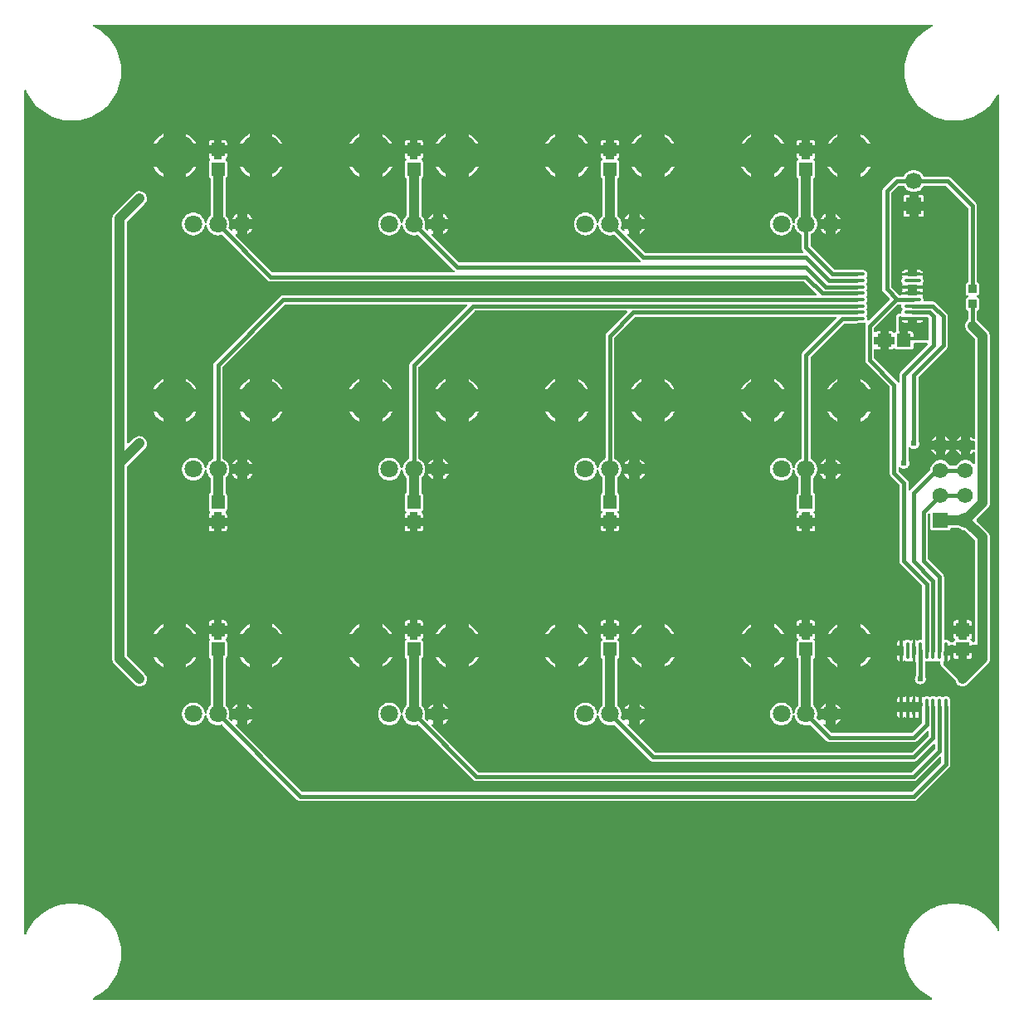
<source format=gbl>
G04 Layer: BottomLayer*
G04 EasyEDA v6.5.23, 2023-08-24 15:40:58*
G04 a67cddfb3fce44daa9051d46cbbcc19f,10*
G04 Gerber Generator version 0.2*
G04 Scale: 100 percent, Rotated: No, Reflected: No *
G04 Dimensions in millimeters *
G04 leading zeros omitted , absolute positions ,4 integer and 5 decimal *
%FSLAX45Y45*%
%MOMM*%

%AMMACRO1*21,1,$1,$2,0,0,$3*%
%ADD10C,0.4000*%
%ADD11C,1.0000*%
%ADD12R,0.8640X0.8065*%
%ADD13MACRO1,0.864X0.8065X0.0000*%
%ADD14O,1.7314926000000002X0.3430016*%
%ADD15O,0.3430016X1.7314926000000002*%
%ADD16R,1.3500X1.4100*%
%ADD17MACRO1,1.35X1.41X0.0000*%
%ADD18MACRO1,1.35X1.41X-90.0000*%
%ADD19MACRO1,1.7X1.5748X90.0000*%
%ADD20C,1.7000*%
%ADD21MACRO1,1.5748X1.5748X90.0000*%
%ADD22C,1.5748*%
%ADD23C,1.8001*%
%ADD24C,4.4600*%
%ADD25C,0.6096*%
%ADD26C,0.6100*%
%ADD27C,0.0113*%

%LPD*%
G36*
X736041Y25908D02*
G01*
X732180Y26670D01*
X728929Y28803D01*
X726694Y32004D01*
X725881Y35864D01*
X726541Y39674D01*
X728624Y43027D01*
X731774Y45313D01*
X735380Y46939D01*
X762812Y61722D01*
X789279Y78130D01*
X814679Y96164D01*
X838962Y115722D01*
X861923Y136702D01*
X883615Y159105D01*
X903833Y182778D01*
X922578Y207670D01*
X939749Y233629D01*
X955243Y260654D01*
X969111Y288544D01*
X981202Y317246D01*
X991514Y346659D01*
X999947Y376631D01*
X1006551Y407060D01*
X1011275Y437845D01*
X1014120Y468884D01*
X1014984Y499973D01*
X1014120Y531114D01*
X1011275Y562152D01*
X1006551Y592937D01*
X999947Y623366D01*
X991514Y653338D01*
X981202Y682752D01*
X969111Y711454D01*
X955243Y739343D01*
X939749Y766368D01*
X922578Y792327D01*
X903833Y817219D01*
X883615Y840892D01*
X861923Y863295D01*
X838962Y884275D01*
X814679Y903833D01*
X789279Y921867D01*
X762812Y938276D01*
X735380Y953058D01*
X707085Y966063D01*
X678078Y977341D01*
X648360Y986790D01*
X618185Y994410D01*
X587552Y1000150D01*
X556666Y1003960D01*
X525576Y1005890D01*
X494436Y1005890D01*
X463346Y1003960D01*
X432409Y1000150D01*
X401828Y994410D01*
X371602Y986790D01*
X341934Y977341D01*
X312877Y966063D01*
X284581Y953058D01*
X257149Y938276D01*
X230682Y921867D01*
X205282Y903833D01*
X181051Y884275D01*
X158038Y863295D01*
X136398Y840892D01*
X116179Y817219D01*
X97434Y792327D01*
X80264Y766368D01*
X64719Y739343D01*
X50901Y711454D01*
X45415Y698500D01*
X43230Y695248D01*
X39928Y693064D01*
X36017Y692302D01*
X32156Y693064D01*
X28854Y695299D01*
X26670Y698601D01*
X25908Y702462D01*
X25908Y9297517D01*
X26670Y9301378D01*
X28854Y9304680D01*
X32156Y9306864D01*
X36017Y9307677D01*
X39928Y9306915D01*
X43230Y9304731D01*
X45415Y9301480D01*
X50901Y9288526D01*
X64719Y9260636D01*
X80264Y9233611D01*
X97434Y9207652D01*
X116179Y9182760D01*
X136398Y9159087D01*
X158038Y9136684D01*
X181051Y9115704D01*
X205282Y9096146D01*
X230682Y9078112D01*
X257149Y9061704D01*
X284581Y9046921D01*
X312877Y9033916D01*
X341934Y9022638D01*
X371602Y9013190D01*
X401828Y9005570D01*
X432409Y8999829D01*
X463346Y8996019D01*
X494436Y8994089D01*
X525576Y8994089D01*
X556666Y8996019D01*
X587552Y8999829D01*
X618185Y9005570D01*
X648360Y9013190D01*
X678078Y9022638D01*
X707085Y9033916D01*
X735380Y9046921D01*
X762812Y9061704D01*
X789279Y9078112D01*
X814679Y9096146D01*
X838962Y9115704D01*
X861923Y9136684D01*
X883615Y9159087D01*
X903833Y9182760D01*
X922578Y9207652D01*
X939749Y9233611D01*
X955243Y9260636D01*
X969111Y9288526D01*
X981202Y9317228D01*
X991514Y9346641D01*
X999947Y9376613D01*
X1006551Y9407042D01*
X1011275Y9437827D01*
X1014120Y9468866D01*
X1014984Y9499955D01*
X1014120Y9531096D01*
X1011275Y9562134D01*
X1006551Y9592919D01*
X999947Y9623348D01*
X991514Y9653320D01*
X981202Y9682734D01*
X969111Y9711436D01*
X955243Y9739325D01*
X939749Y9766350D01*
X922578Y9792309D01*
X903833Y9817201D01*
X883615Y9840874D01*
X861923Y9863277D01*
X838962Y9884257D01*
X814679Y9903815D01*
X789279Y9921849D01*
X762812Y9938258D01*
X735380Y9953040D01*
X731774Y9954666D01*
X728573Y9956952D01*
X726541Y9960305D01*
X725881Y9964115D01*
X726694Y9967976D01*
X728929Y9971176D01*
X732180Y9973310D01*
X736041Y9974072D01*
X9283954Y9974072D01*
X9287764Y9973310D01*
X9291066Y9971176D01*
X9293250Y9967976D01*
X9294114Y9964115D01*
X9293453Y9960305D01*
X9291370Y9956952D01*
X9288221Y9954666D01*
X9284563Y9953040D01*
X9257131Y9938258D01*
X9230664Y9921849D01*
X9205264Y9903815D01*
X9181033Y9884257D01*
X9158020Y9863277D01*
X9136380Y9840874D01*
X9116161Y9817201D01*
X9097416Y9792309D01*
X9080246Y9766350D01*
X9064701Y9739325D01*
X9050883Y9711436D01*
X9038793Y9682734D01*
X9028480Y9653320D01*
X9019997Y9623348D01*
X9013393Y9592919D01*
X9008668Y9562134D01*
X9005874Y9531096D01*
X9004960Y9500006D01*
X9005874Y9468866D01*
X9008668Y9437827D01*
X9013393Y9407042D01*
X9019997Y9376613D01*
X9028480Y9346641D01*
X9038793Y9317228D01*
X9050883Y9288526D01*
X9064701Y9260636D01*
X9080246Y9233611D01*
X9097416Y9207652D01*
X9116161Y9182760D01*
X9136380Y9159087D01*
X9158020Y9136684D01*
X9181033Y9115704D01*
X9205264Y9096146D01*
X9230664Y9078112D01*
X9257131Y9061704D01*
X9284563Y9046921D01*
X9312859Y9033916D01*
X9341916Y9022638D01*
X9371584Y9013190D01*
X9401810Y9005570D01*
X9432391Y8999829D01*
X9463328Y8996019D01*
X9494418Y8994089D01*
X9525558Y8994089D01*
X9556648Y8996019D01*
X9587534Y8999829D01*
X9618167Y9005570D01*
X9648342Y9013190D01*
X9678060Y9022638D01*
X9707067Y9033916D01*
X9735362Y9046921D01*
X9762794Y9061704D01*
X9789261Y9078112D01*
X9814661Y9096146D01*
X9838944Y9115704D01*
X9861905Y9136684D01*
X9883597Y9159087D01*
X9903815Y9182760D01*
X9922560Y9207652D01*
X9939731Y9233611D01*
X9955123Y9260382D01*
X9958070Y9263634D01*
X9962134Y9265310D01*
X9966553Y9265107D01*
X9970414Y9263075D01*
X9973106Y9259620D01*
X9974072Y9255302D01*
X9974072Y734669D01*
X9973056Y730300D01*
X9970262Y726744D01*
X9966248Y724763D01*
X9961727Y724763D01*
X9957663Y726694D01*
X9954818Y730148D01*
X9950246Y739343D01*
X9934702Y766368D01*
X9917531Y792327D01*
X9898786Y817219D01*
X9878568Y840892D01*
X9856927Y863295D01*
X9833914Y884275D01*
X9809683Y903833D01*
X9784283Y921867D01*
X9757816Y938276D01*
X9730384Y953058D01*
X9702088Y966063D01*
X9673031Y977341D01*
X9643364Y986790D01*
X9613138Y994410D01*
X9582556Y1000150D01*
X9551619Y1003960D01*
X9520529Y1005890D01*
X9489389Y1005890D01*
X9458299Y1003960D01*
X9427413Y1000150D01*
X9396780Y994410D01*
X9366605Y986790D01*
X9336887Y977341D01*
X9307880Y966063D01*
X9279585Y953058D01*
X9252153Y938276D01*
X9225686Y921867D01*
X9200286Y903833D01*
X9176004Y884275D01*
X9153042Y863295D01*
X9131350Y840892D01*
X9111132Y817219D01*
X9092387Y792327D01*
X9075216Y766368D01*
X9059722Y739343D01*
X9045854Y711454D01*
X9033764Y682752D01*
X9023451Y653338D01*
X9015018Y623366D01*
X9008414Y592937D01*
X9003690Y562152D01*
X9000845Y531114D01*
X8999982Y500024D01*
X9000845Y468884D01*
X9003690Y437845D01*
X9008414Y407060D01*
X9015018Y376631D01*
X9023451Y346659D01*
X9033764Y317246D01*
X9045854Y288544D01*
X9059722Y260654D01*
X9075216Y233629D01*
X9092387Y207670D01*
X9111132Y182778D01*
X9131350Y159105D01*
X9153042Y136702D01*
X9176004Y115722D01*
X9200286Y96164D01*
X9225686Y78130D01*
X9252153Y61722D01*
X9279585Y46939D01*
X9283192Y45313D01*
X9286392Y43027D01*
X9288424Y39674D01*
X9289084Y35864D01*
X9288272Y32004D01*
X9286036Y28803D01*
X9282785Y26670D01*
X9278924Y25908D01*
G37*

%LPC*%
G36*
X2220823Y8757818D02*
G01*
X2322169Y8757818D01*
X2322169Y8858961D01*
X2309266Y8851798D01*
X2291029Y8839403D01*
X2274011Y8825433D01*
X2258263Y8810040D01*
X2243937Y8793327D01*
X2231136Y8775395D01*
G37*
G36*
X8301329Y2836214D02*
G01*
X8312048Y2842158D01*
X8323834Y2850692D01*
X8334451Y2860649D01*
X8343747Y2871876D01*
X8351520Y2884170D01*
X8353653Y2888640D01*
X8301329Y2888640D01*
G37*
G36*
X6301333Y2836214D02*
G01*
X6312052Y2842158D01*
X6323838Y2850692D01*
X6334455Y2860649D01*
X6343751Y2871876D01*
X6351524Y2884170D01*
X6353657Y2888640D01*
X6301333Y2888640D01*
G37*
G36*
X4301337Y2836214D02*
G01*
X4312056Y2842158D01*
X4323842Y2850692D01*
X4334459Y2860649D01*
X4343755Y2871876D01*
X4351528Y2884170D01*
X4353661Y2888640D01*
X4301337Y2888640D01*
G37*
G36*
X2301341Y2836214D02*
G01*
X2312060Y2842158D01*
X2323846Y2850692D01*
X2334463Y2860649D01*
X2343759Y2871876D01*
X2351532Y2884170D01*
X2353665Y2888640D01*
X2301341Y2888640D01*
G37*
G36*
X8957564Y2903880D02*
G01*
X8957564Y2963773D01*
X8929420Y2963773D01*
X8929420Y2944469D01*
X8930182Y2936087D01*
X8932367Y2928467D01*
X8935923Y2921355D01*
X8940698Y2915005D01*
X8946540Y2909671D01*
X8953296Y2905506D01*
G37*
G36*
X8987536Y2903880D02*
G01*
X8991600Y2905506D01*
X8999524Y2910535D01*
X9003080Y2911906D01*
X9006890Y2911906D01*
X9010396Y2910535D01*
X9018371Y2905506D01*
X9022537Y2903880D01*
X9022537Y2963773D01*
X8987434Y2963773D01*
G37*
G36*
X9052407Y2903880D02*
G01*
X9056624Y2905506D01*
X9064548Y2910535D01*
X9068104Y2911906D01*
X9071864Y2911906D01*
X9075420Y2910535D01*
X9083344Y2905506D01*
X9087561Y2903880D01*
X9087561Y2963773D01*
X9052407Y2963773D01*
G37*
G36*
X9117431Y2903880D02*
G01*
X9121597Y2905506D01*
X9129522Y2910535D01*
X9133078Y2911906D01*
X9136888Y2911906D01*
X9140444Y2910535D01*
X9148368Y2905506D01*
X9152534Y2903880D01*
X9152534Y2963773D01*
X9117431Y2963773D01*
G37*
G36*
X2301341Y2991358D02*
G01*
X2353665Y2991358D01*
X2351532Y2995828D01*
X2343759Y3008122D01*
X2334463Y3019348D01*
X2323846Y3029305D01*
X2312060Y3037840D01*
X2301341Y3043783D01*
G37*
G36*
X4301337Y2991358D02*
G01*
X4353661Y2991358D01*
X4351528Y2995828D01*
X4343755Y3008122D01*
X4334459Y3019348D01*
X4323842Y3029305D01*
X4312056Y3037840D01*
X4301337Y3043783D01*
G37*
G36*
X8301329Y2991358D02*
G01*
X8353653Y2991358D01*
X8351520Y2995828D01*
X8343747Y3008122D01*
X8334451Y3019348D01*
X8323834Y3029305D01*
X8312048Y3037840D01*
X8301329Y3043783D01*
G37*
G36*
X6146292Y2991358D02*
G01*
X6198616Y2991358D01*
X6198616Y3043783D01*
X6187897Y3037840D01*
X6176111Y3029305D01*
X6165494Y3019348D01*
X6156198Y3008122D01*
X6148425Y2995828D01*
G37*
G36*
X4146296Y2991358D02*
G01*
X4198620Y2991358D01*
X4198620Y3043783D01*
X4187901Y3037840D01*
X4176115Y3029305D01*
X4165498Y3019348D01*
X4156201Y3008122D01*
X4148429Y2995828D01*
G37*
G36*
X2146300Y2991358D02*
G01*
X2198624Y2991358D01*
X2198624Y3043783D01*
X2187905Y3037840D01*
X2176119Y3029305D01*
X2165502Y3019348D01*
X2156206Y3008122D01*
X2148433Y2995828D01*
G37*
G36*
X8146288Y2991358D02*
G01*
X8198612Y2991358D01*
X8198612Y3043783D01*
X8187893Y3037840D01*
X8176107Y3029305D01*
X8165490Y3019348D01*
X8156194Y3008122D01*
X8148421Y2995828D01*
G37*
G36*
X6301333Y2991358D02*
G01*
X6353657Y2991358D01*
X6351524Y2995828D01*
X6343751Y3008122D01*
X6334455Y3019348D01*
X6323838Y3029305D01*
X6312052Y3037840D01*
X6301333Y3043783D01*
G37*
G36*
X8929420Y3063087D02*
G01*
X8957564Y3063087D01*
X8957564Y3122980D01*
X8953296Y3121355D01*
X8946540Y3117189D01*
X8940698Y3111855D01*
X8935923Y3105505D01*
X8932367Y3098393D01*
X8930182Y3090773D01*
X8929420Y3082391D01*
G37*
G36*
X9052407Y3063087D02*
G01*
X9087561Y3063087D01*
X9087561Y3122980D01*
X9083344Y3121355D01*
X9075420Y3116326D01*
X9071864Y3114954D01*
X9068104Y3114954D01*
X9064548Y3116326D01*
X9056624Y3121355D01*
X9052407Y3122980D01*
G37*
G36*
X9117431Y3063087D02*
G01*
X9152534Y3063087D01*
X9152534Y3122980D01*
X9148368Y3121355D01*
X9140444Y3116326D01*
X9136888Y3114954D01*
X9133078Y3114954D01*
X9129522Y3116326D01*
X9121597Y3121355D01*
X9117431Y3122980D01*
G37*
G36*
X8987383Y3063087D02*
G01*
X9022537Y3063087D01*
X9022537Y3122980D01*
X9018371Y3121355D01*
X9010396Y3116326D01*
X9006890Y3114954D01*
X9003080Y3114954D01*
X8999524Y3116326D01*
X8991600Y3121355D01*
X8987383Y3122980D01*
G37*
G36*
X1197305Y3224123D02*
G01*
X1208633Y3224580D01*
X1219809Y3226663D01*
X1230477Y3230422D01*
X1240536Y3235706D01*
X1249629Y3242462D01*
X1257655Y3250488D01*
X1264412Y3259582D01*
X1269695Y3269640D01*
X1273454Y3280308D01*
X1275537Y3291484D01*
X1275994Y3302812D01*
X1274724Y3314090D01*
X1271778Y3325012D01*
X1267256Y3335426D01*
X1261211Y3345027D01*
X1253540Y3353917D01*
X1078890Y3528568D01*
X1076655Y3531870D01*
X1075893Y3535781D01*
X1075893Y5464352D01*
X1076655Y5468213D01*
X1078890Y5471515D01*
X1253388Y5646064D01*
X1261059Y5654954D01*
X1267104Y5664555D01*
X1271625Y5674918D01*
X1274572Y5685891D01*
X1275842Y5697169D01*
X1275384Y5708497D01*
X1273302Y5719622D01*
X1269542Y5730341D01*
X1264259Y5740349D01*
X1257503Y5749493D01*
X1249476Y5757519D01*
X1240383Y5764225D01*
X1230325Y5769559D01*
X1219657Y5773267D01*
X1208481Y5775401D01*
X1197152Y5775807D01*
X1185875Y5774537D01*
X1174953Y5771591D01*
X1164539Y5767070D01*
X1154938Y5761024D01*
X1146048Y5753404D01*
X1093266Y5700572D01*
X1089964Y5698388D01*
X1086053Y5697626D01*
X1082192Y5698388D01*
X1078890Y5700572D01*
X1076655Y5703874D01*
X1075893Y5707786D01*
X1075893Y7964322D01*
X1076655Y7968234D01*
X1078890Y7971536D01*
X1253388Y8146034D01*
X1261059Y8154924D01*
X1267104Y8164525D01*
X1271625Y8174939D01*
X1274572Y8185861D01*
X1275842Y8197138D01*
X1275384Y8208467D01*
X1273302Y8219643D01*
X1269542Y8230311D01*
X1264259Y8240369D01*
X1257503Y8249462D01*
X1249476Y8257489D01*
X1240383Y8264245D01*
X1230325Y8269528D01*
X1219657Y8273288D01*
X1208481Y8275370D01*
X1197152Y8275828D01*
X1185875Y8274558D01*
X1174953Y8271611D01*
X1164539Y8267090D01*
X1154938Y8261045D01*
X1146048Y8253374D01*
X944473Y8051749D01*
X937412Y8042909D01*
X932789Y8035290D01*
X931671Y8033105D01*
X928268Y8024875D01*
X927506Y8022539D01*
X925372Y8013903D01*
X924966Y8011464D01*
X924153Y8002625D01*
X924153Y3497478D01*
X924966Y3488639D01*
X925372Y3486200D01*
X927506Y3477564D01*
X928268Y3475228D01*
X931671Y3466998D01*
X932789Y3464814D01*
X937412Y3457194D01*
X944473Y3448354D01*
X1146200Y3246577D01*
X1155090Y3238906D01*
X1164691Y3232861D01*
X1175105Y3228340D01*
X1186027Y3225393D01*
G37*
G36*
X9602774Y3224123D02*
G01*
X9614052Y3225393D01*
X9624974Y3228340D01*
X9635388Y3232861D01*
X9644989Y3238906D01*
X9653879Y3246577D01*
X9855606Y3448354D01*
X9862667Y3457194D01*
X9867290Y3464814D01*
X9868408Y3466998D01*
X9871811Y3475228D01*
X9872573Y3477564D01*
X9874707Y3486200D01*
X9875113Y3488639D01*
X9875926Y3497478D01*
X9875926Y4748530D01*
X9875113Y4757369D01*
X9874707Y4759807D01*
X9872573Y4768443D01*
X9871811Y4770780D01*
X9868408Y4779010D01*
X9867290Y4781194D01*
X9862667Y4788814D01*
X9855606Y4797653D01*
X9741509Y4911801D01*
X9739325Y4915103D01*
X9738563Y4918964D01*
X9739325Y4922875D01*
X9741509Y4926177D01*
X9855504Y5040223D01*
X9861194Y5047081D01*
X9862616Y5049062D01*
X9867188Y5056682D01*
X9868306Y5058867D01*
X9871710Y5067096D01*
X9872472Y5069433D01*
X9874605Y5078069D01*
X9875012Y5080508D01*
X9875824Y5089347D01*
X9875824Y6802628D01*
X9875012Y6811467D01*
X9874605Y6813905D01*
X9872472Y6822541D01*
X9871710Y6824878D01*
X9868306Y6833108D01*
X9867188Y6835292D01*
X9862616Y6842912D01*
X9861194Y6844893D01*
X9855504Y6851751D01*
X9753904Y6953402D01*
X9749434Y6957263D01*
X9746792Y6960717D01*
X9745878Y6964984D01*
X9745878Y7050887D01*
X9746742Y7054951D01*
X9749129Y7058304D01*
X9752685Y7060438D01*
X9754412Y7061047D01*
X9759289Y7064146D01*
X9763404Y7068210D01*
X9766452Y7073138D01*
X9768382Y7078573D01*
X9769094Y7084923D01*
X9769094Y7164425D01*
X9768382Y7170724D01*
X9766452Y7176211D01*
X9763404Y7181088D01*
X9759289Y7185202D01*
X9754412Y7188250D01*
X9748316Y7190384D01*
X9744760Y7192518D01*
X9742373Y7195921D01*
X9741509Y7199985D01*
X9742373Y7204049D01*
X9744760Y7207453D01*
X9748316Y7209586D01*
X9754412Y7211720D01*
X9759289Y7214768D01*
X9763404Y7218883D01*
X9766452Y7223759D01*
X9768382Y7229246D01*
X9769094Y7235545D01*
X9769094Y7315047D01*
X9768382Y7321397D01*
X9766452Y7326833D01*
X9763404Y7331760D01*
X9759289Y7335824D01*
X9754412Y7338923D01*
X9752736Y7339482D01*
X9749180Y7341666D01*
X9746742Y7345019D01*
X9745929Y7349083D01*
X9745878Y8126730D01*
X9744659Y8135467D01*
X9741966Y8143494D01*
X9737852Y8150859D01*
X9732111Y8157768D01*
X9479229Y8410600D01*
X9472168Y8415934D01*
X9464598Y8419693D01*
X9456470Y8421979D01*
X9447580Y8422843D01*
X9207296Y8422843D01*
X9203893Y8423402D01*
X9200896Y8425129D01*
X9198610Y8427720D01*
X9190939Y8440420D01*
X9182049Y8451545D01*
X9171838Y8461400D01*
X9160459Y8469934D01*
X9148114Y8476894D01*
X9134906Y8482228D01*
X9121190Y8485835D01*
X9107068Y8487664D01*
X9092895Y8487664D01*
X9078772Y8485835D01*
X9065056Y8482228D01*
X9051848Y8476894D01*
X9039504Y8469934D01*
X9028125Y8461400D01*
X9017914Y8451545D01*
X9009024Y8440420D01*
X9001353Y8427720D01*
X8999067Y8425129D01*
X8996070Y8423402D01*
X8992666Y8422843D01*
X8925356Y8422792D01*
X8916619Y8421573D01*
X8908592Y8418880D01*
X8901226Y8414766D01*
X8894318Y8409076D01*
X8791295Y8306257D01*
X8785961Y8299196D01*
X8782202Y8291626D01*
X8779916Y8283498D01*
X8779052Y8274608D01*
X8779103Y7273290D01*
X8780322Y7264552D01*
X8783015Y7256525D01*
X8787130Y7249159D01*
X8792870Y7242251D01*
X8852814Y7182307D01*
X8855049Y7179005D01*
X8855811Y7175093D01*
X8855049Y7171232D01*
X8852814Y7167930D01*
X8642451Y6957314D01*
X8638844Y6955028D01*
X8634628Y6954367D01*
X8630513Y6955536D01*
X8627262Y6958279D01*
X8625382Y6962140D01*
X8625281Y6966407D01*
X8625687Y6968540D01*
X8625687Y6976465D01*
X8624214Y6984238D01*
X8621369Y6991603D01*
X8616340Y6999528D01*
X8614918Y7003084D01*
X8614918Y7006894D01*
X8616340Y7010400D01*
X8621369Y7018375D01*
X8624214Y7025690D01*
X8625687Y7033514D01*
X8625687Y7041438D01*
X8624214Y7049262D01*
X8621369Y7056628D01*
X8616340Y7064552D01*
X8614918Y7068108D01*
X8614918Y7071868D01*
X8616340Y7075424D01*
X8621369Y7083348D01*
X8624214Y7090714D01*
X8625687Y7098538D01*
X8625687Y7106462D01*
X8624214Y7114235D01*
X8621369Y7121601D01*
X8616340Y7129525D01*
X8614918Y7133081D01*
X8614918Y7136892D01*
X8616340Y7140448D01*
X8621369Y7148372D01*
X8624214Y7155738D01*
X8625687Y7163511D01*
X8625687Y7171436D01*
X8624214Y7179259D01*
X8621369Y7186625D01*
X8616340Y7194550D01*
X8614918Y7198106D01*
X8614918Y7201865D01*
X8616340Y7205421D01*
X8621369Y7213346D01*
X8624214Y7220712D01*
X8625687Y7228535D01*
X8625687Y7236459D01*
X8624214Y7244232D01*
X8621369Y7251598D01*
X8616340Y7259523D01*
X8614918Y7263079D01*
X8614918Y7266889D01*
X8616340Y7270445D01*
X8621369Y7278370D01*
X8624214Y7285736D01*
X8625687Y7293508D01*
X8625687Y7301433D01*
X8624214Y7309256D01*
X8621369Y7316622D01*
X8616340Y7324547D01*
X8614918Y7328103D01*
X8614918Y7331862D01*
X8616340Y7335418D01*
X8621369Y7343343D01*
X8624214Y7350709D01*
X8625687Y7358532D01*
X8625687Y7366457D01*
X8624214Y7374280D01*
X8621369Y7381595D01*
X8616340Y7389571D01*
X8614918Y7393076D01*
X8614918Y7396886D01*
X8616340Y7400442D01*
X8621369Y7408367D01*
X8624214Y7415733D01*
X8625687Y7423505D01*
X8625687Y7431430D01*
X8624214Y7439253D01*
X8621369Y7446670D01*
X8617153Y7453426D01*
X8611819Y7459268D01*
X8605469Y7464044D01*
X8598408Y7467600D01*
X8590737Y7469784D01*
X8582355Y7470546D01*
X8530386Y7470546D01*
X8527643Y7470952D01*
X8521852Y7472578D01*
X8512962Y7473391D01*
X8295741Y7473391D01*
X8291830Y7474153D01*
X8288528Y7476388D01*
X8048853Y7716062D01*
X8046669Y7719364D01*
X8045907Y7723225D01*
X8045907Y7827213D01*
X8046516Y7830769D01*
X8048345Y7833868D01*
X8051139Y7836153D01*
X8062061Y7842148D01*
X8073847Y7850682D01*
X8084464Y7860639D01*
X8093760Y7871866D01*
X8101533Y7884159D01*
X8107730Y7897317D01*
X8112252Y7911185D01*
X8114944Y7925460D01*
X8115858Y7939989D01*
X8114893Y7954924D01*
X8112252Y7968792D01*
X8107730Y7982661D01*
X8101533Y7995818D01*
X8093760Y8008112D01*
X8084464Y8019338D01*
X8079079Y8024368D01*
X8076742Y8027720D01*
X8075879Y8031784D01*
X8075879Y8398814D01*
X8076438Y8402167D01*
X8078114Y8405164D01*
X8080654Y8407400D01*
X8083600Y8409279D01*
X8087664Y8413343D01*
X8090763Y8418271D01*
X8092694Y8423706D01*
X8093405Y8430056D01*
X8093405Y8569909D01*
X8092694Y8576208D01*
X8090763Y8581694D01*
X8087664Y8586571D01*
X8083600Y8590686D01*
X8079536Y8594191D01*
X8077962Y8597950D01*
X8077962Y8602014D01*
X8079536Y8605774D01*
X8083600Y8609279D01*
X8087664Y8613394D01*
X8090763Y8618270D01*
X8092694Y8623757D01*
X8093405Y8630056D01*
X8093405Y8658402D01*
X8040065Y8658402D01*
X8040065Y8606536D01*
X8039303Y8602675D01*
X8037118Y8599373D01*
X8033816Y8597138D01*
X8029905Y8596376D01*
X7970062Y8596376D01*
X7966151Y8597138D01*
X7962849Y8599373D01*
X7960664Y8602675D01*
X7959902Y8606536D01*
X7959902Y8658402D01*
X7906562Y8658402D01*
X7906562Y8630056D01*
X7907274Y8623757D01*
X7909204Y8618270D01*
X7912303Y8613394D01*
X7916367Y8609279D01*
X7920431Y8605774D01*
X7922006Y8602014D01*
X7922006Y8597950D01*
X7920431Y8594191D01*
X7916367Y8590686D01*
X7912303Y8586571D01*
X7909204Y8581694D01*
X7907274Y8576208D01*
X7906562Y8569909D01*
X7906562Y8430056D01*
X7907274Y8423706D01*
X7909204Y8418271D01*
X7912303Y8413343D01*
X7916367Y8409279D01*
X7919313Y8407400D01*
X7921853Y8405164D01*
X7923530Y8402167D01*
X7924088Y8398814D01*
X7924088Y8031784D01*
X7923225Y8027720D01*
X7920888Y8024368D01*
X7915503Y8019338D01*
X7906207Y8008112D01*
X7898434Y7995818D01*
X7892237Y7982661D01*
X7887716Y7968792D01*
X7884972Y7954314D01*
X7883448Y7950657D01*
X7880654Y7947812D01*
X7876997Y7946288D01*
X7872984Y7946288D01*
X7869326Y7947812D01*
X7866532Y7950657D01*
X7865008Y7954314D01*
X7862265Y7968792D01*
X7857744Y7982661D01*
X7851546Y7995818D01*
X7843774Y8008112D01*
X7834477Y8019338D01*
X7823860Y8029295D01*
X7812074Y8037830D01*
X7799324Y8044840D01*
X7785811Y8050225D01*
X7771688Y8053831D01*
X7757261Y8055660D01*
X7742732Y8055660D01*
X7728305Y8053831D01*
X7714183Y8050225D01*
X7700670Y8044840D01*
X7687919Y8037830D01*
X7676134Y8029295D01*
X7665516Y8019338D01*
X7656220Y8008112D01*
X7648448Y7995818D01*
X7642250Y7982661D01*
X7637729Y7968792D01*
X7635036Y7954518D01*
X7634122Y7939989D01*
X7635036Y7925460D01*
X7637729Y7911185D01*
X7642250Y7897317D01*
X7648448Y7884159D01*
X7656220Y7871866D01*
X7665516Y7860639D01*
X7676134Y7850682D01*
X7687919Y7842148D01*
X7700670Y7835138D01*
X7714183Y7829753D01*
X7728305Y7826146D01*
X7742732Y7824317D01*
X7757261Y7824317D01*
X7771688Y7826146D01*
X7785811Y7829753D01*
X7799324Y7835138D01*
X7812074Y7842148D01*
X7823860Y7850682D01*
X7834477Y7860639D01*
X7843774Y7871866D01*
X7851546Y7884159D01*
X7857744Y7897317D01*
X7862265Y7911185D01*
X7865008Y7925663D01*
X7866532Y7929321D01*
X7869326Y7932166D01*
X7872984Y7933690D01*
X7876997Y7933690D01*
X7880654Y7932166D01*
X7883448Y7929321D01*
X7884972Y7925663D01*
X7887716Y7911185D01*
X7892237Y7897317D01*
X7898434Y7884159D01*
X7906207Y7871866D01*
X7915503Y7860639D01*
X7926120Y7850682D01*
X7937906Y7842148D01*
X7948828Y7836153D01*
X7951622Y7833868D01*
X7953451Y7830769D01*
X7954060Y7827213D01*
X7954111Y7698231D01*
X7955330Y7689494D01*
X7958023Y7681468D01*
X7962138Y7674102D01*
X7967878Y7667193D01*
X7971891Y7663180D01*
X7974075Y7659878D01*
X7974838Y7656017D01*
X7974075Y7652105D01*
X7971891Y7648803D01*
X7968589Y7646619D01*
X7964678Y7645857D01*
X6363309Y7645857D01*
X6359448Y7646619D01*
X6356146Y7648803D01*
X6182715Y7822234D01*
X6180429Y7825689D01*
X6179718Y7829753D01*
X6180683Y7833766D01*
X6183172Y7837068D01*
X6186728Y7839100D01*
X6190843Y7839557D01*
X6194755Y7838338D01*
X6198616Y7836204D01*
X6198616Y7888630D01*
X6146292Y7888630D01*
X6148171Y7884668D01*
X6149136Y7880756D01*
X6148476Y7876794D01*
X6146342Y7873339D01*
X6143040Y7871053D01*
X6139129Y7870190D01*
X6135166Y7870952D01*
X6131814Y7873136D01*
X6112103Y7892846D01*
X6110020Y7895894D01*
X6109157Y7899501D01*
X6109614Y7903159D01*
X6112256Y7911185D01*
X6114948Y7925460D01*
X6115862Y7939989D01*
X6114897Y7954924D01*
X6112256Y7968792D01*
X6107734Y7982661D01*
X6101537Y7995818D01*
X6093764Y8008112D01*
X6084468Y8019338D01*
X6079083Y8024368D01*
X6076746Y8027720D01*
X6075883Y8031784D01*
X6075883Y8398814D01*
X6076442Y8402167D01*
X6078118Y8405164D01*
X6080658Y8407400D01*
X6083604Y8409279D01*
X6087668Y8413343D01*
X6090767Y8418271D01*
X6092698Y8423706D01*
X6093409Y8430056D01*
X6093409Y8569909D01*
X6092698Y8576208D01*
X6090767Y8581694D01*
X6087668Y8586571D01*
X6083604Y8590686D01*
X6079540Y8594191D01*
X6077966Y8597950D01*
X6077966Y8602014D01*
X6079540Y8605774D01*
X6083604Y8609279D01*
X6087668Y8613394D01*
X6090767Y8618270D01*
X6092698Y8623757D01*
X6093409Y8630056D01*
X6093409Y8658402D01*
X6040069Y8658402D01*
X6040069Y8606536D01*
X6039307Y8602675D01*
X6037122Y8599373D01*
X6033820Y8597138D01*
X6029909Y8596376D01*
X5970066Y8596376D01*
X5966155Y8597138D01*
X5962853Y8599373D01*
X5960668Y8602675D01*
X5959906Y8606536D01*
X5959906Y8658402D01*
X5906566Y8658402D01*
X5906566Y8630056D01*
X5907278Y8623757D01*
X5909208Y8618270D01*
X5912307Y8613394D01*
X5916371Y8609279D01*
X5920435Y8605774D01*
X5922010Y8602014D01*
X5922010Y8597950D01*
X5920435Y8594191D01*
X5916371Y8590686D01*
X5912307Y8586571D01*
X5909208Y8581694D01*
X5907278Y8576208D01*
X5906566Y8569909D01*
X5906566Y8430056D01*
X5907278Y8423706D01*
X5909208Y8418271D01*
X5912307Y8413343D01*
X5916371Y8409279D01*
X5919317Y8407400D01*
X5921857Y8405164D01*
X5923534Y8402167D01*
X5924092Y8398814D01*
X5924092Y8031784D01*
X5923229Y8027720D01*
X5920892Y8024368D01*
X5915507Y8019338D01*
X5906211Y8008112D01*
X5898438Y7995818D01*
X5892241Y7982661D01*
X5887720Y7968792D01*
X5884976Y7954314D01*
X5883452Y7950657D01*
X5880658Y7947812D01*
X5877001Y7946288D01*
X5872988Y7946288D01*
X5869330Y7947812D01*
X5866536Y7950657D01*
X5865012Y7954314D01*
X5862269Y7968792D01*
X5857748Y7982661D01*
X5851550Y7995818D01*
X5843778Y8008112D01*
X5834481Y8019338D01*
X5823864Y8029295D01*
X5812078Y8037830D01*
X5799328Y8044840D01*
X5785815Y8050225D01*
X5771692Y8053831D01*
X5757265Y8055660D01*
X5742736Y8055660D01*
X5728309Y8053831D01*
X5714187Y8050225D01*
X5700674Y8044840D01*
X5687923Y8037830D01*
X5676138Y8029295D01*
X5665520Y8019338D01*
X5656224Y8008112D01*
X5648452Y7995818D01*
X5642254Y7982661D01*
X5637733Y7968792D01*
X5635040Y7954518D01*
X5634126Y7939989D01*
X5635040Y7925460D01*
X5637733Y7911185D01*
X5642254Y7897317D01*
X5648452Y7884159D01*
X5656224Y7871866D01*
X5665520Y7860639D01*
X5676138Y7850682D01*
X5687923Y7842148D01*
X5700674Y7835138D01*
X5714187Y7829753D01*
X5728309Y7826146D01*
X5742736Y7824317D01*
X5757265Y7824317D01*
X5771692Y7826146D01*
X5785815Y7829753D01*
X5799328Y7835138D01*
X5812078Y7842148D01*
X5823864Y7850682D01*
X5834481Y7860639D01*
X5843778Y7871866D01*
X5851550Y7884159D01*
X5857748Y7897317D01*
X5862269Y7911185D01*
X5865012Y7925663D01*
X5866536Y7929321D01*
X5869330Y7932166D01*
X5872988Y7933690D01*
X5877001Y7933690D01*
X5880658Y7932166D01*
X5883452Y7929321D01*
X5884976Y7925663D01*
X5887720Y7911185D01*
X5892241Y7897317D01*
X5898438Y7884159D01*
X5906211Y7871866D01*
X5915507Y7860639D01*
X5926124Y7850682D01*
X5937910Y7842148D01*
X5950661Y7835138D01*
X5964174Y7829753D01*
X5978296Y7826146D01*
X5992723Y7824317D01*
X6007252Y7824317D01*
X6021679Y7826146D01*
X6036411Y7830007D01*
X6040272Y7830718D01*
X6044082Y7829956D01*
X6047333Y7827772D01*
X6307277Y7567828D01*
X6312204Y7563764D01*
X6314795Y7560564D01*
X6315862Y7556550D01*
X6315303Y7552486D01*
X6313119Y7548981D01*
X6309766Y7546594D01*
X6305702Y7545781D01*
X4463389Y7545781D01*
X4459528Y7546543D01*
X4456226Y7548727D01*
X4182719Y7822234D01*
X4180433Y7825689D01*
X4179722Y7829753D01*
X4180687Y7833766D01*
X4183176Y7837068D01*
X4186732Y7839100D01*
X4190847Y7839557D01*
X4194759Y7838338D01*
X4198620Y7836204D01*
X4198620Y7888630D01*
X4146296Y7888630D01*
X4148175Y7884668D01*
X4149140Y7880756D01*
X4148480Y7876743D01*
X4146346Y7873339D01*
X4143044Y7871002D01*
X4139133Y7870190D01*
X4135170Y7870901D01*
X4131818Y7873136D01*
X4112107Y7892846D01*
X4110024Y7895894D01*
X4109161Y7899501D01*
X4109618Y7903159D01*
X4112260Y7911185D01*
X4114952Y7925460D01*
X4115866Y7939989D01*
X4114901Y7954924D01*
X4112260Y7968792D01*
X4107738Y7982661D01*
X4101541Y7995818D01*
X4093768Y8008112D01*
X4084472Y8019338D01*
X4079087Y8024368D01*
X4076750Y8027720D01*
X4075887Y8031784D01*
X4075887Y8398814D01*
X4076446Y8402167D01*
X4078122Y8405164D01*
X4080662Y8407400D01*
X4083608Y8409279D01*
X4087672Y8413343D01*
X4090771Y8418271D01*
X4092701Y8423706D01*
X4093413Y8430056D01*
X4093413Y8569909D01*
X4092701Y8576208D01*
X4090771Y8581694D01*
X4087672Y8586571D01*
X4083608Y8590686D01*
X4079544Y8594191D01*
X4077970Y8597950D01*
X4077970Y8602014D01*
X4079544Y8605774D01*
X4083608Y8609279D01*
X4087672Y8613394D01*
X4090771Y8618270D01*
X4092701Y8623757D01*
X4093413Y8630056D01*
X4093413Y8658402D01*
X4040073Y8658402D01*
X4040073Y8606536D01*
X4039311Y8602675D01*
X4037126Y8599373D01*
X4033824Y8597138D01*
X4029913Y8596376D01*
X3970070Y8596376D01*
X3966159Y8597138D01*
X3962857Y8599373D01*
X3960672Y8602675D01*
X3959910Y8606536D01*
X3959910Y8658402D01*
X3906570Y8658402D01*
X3906570Y8630056D01*
X3907282Y8623757D01*
X3909212Y8618270D01*
X3912311Y8613394D01*
X3916375Y8609279D01*
X3920439Y8605774D01*
X3922014Y8602014D01*
X3922014Y8597950D01*
X3920439Y8594191D01*
X3916375Y8590686D01*
X3912311Y8586571D01*
X3909212Y8581694D01*
X3907282Y8576208D01*
X3906570Y8569909D01*
X3906570Y8430056D01*
X3907282Y8423706D01*
X3909212Y8418271D01*
X3912311Y8413343D01*
X3916375Y8409279D01*
X3919321Y8407400D01*
X3921861Y8405164D01*
X3923537Y8402167D01*
X3924096Y8398814D01*
X3924096Y8031784D01*
X3923233Y8027720D01*
X3920896Y8024368D01*
X3915511Y8019338D01*
X3906215Y8008112D01*
X3898442Y7995818D01*
X3892245Y7982661D01*
X3887724Y7968792D01*
X3884980Y7954314D01*
X3883456Y7950657D01*
X3880662Y7947812D01*
X3877005Y7946288D01*
X3872992Y7946288D01*
X3869334Y7947812D01*
X3866540Y7950657D01*
X3865016Y7954314D01*
X3862273Y7968792D01*
X3857751Y7982661D01*
X3851554Y7995818D01*
X3843782Y8008112D01*
X3834485Y8019338D01*
X3823868Y8029295D01*
X3812082Y8037830D01*
X3799332Y8044840D01*
X3785819Y8050225D01*
X3771696Y8053831D01*
X3757269Y8055660D01*
X3742740Y8055660D01*
X3728313Y8053831D01*
X3714191Y8050225D01*
X3700678Y8044840D01*
X3687927Y8037830D01*
X3676142Y8029295D01*
X3665524Y8019338D01*
X3656228Y8008112D01*
X3648456Y7995818D01*
X3642258Y7982661D01*
X3637737Y7968792D01*
X3635044Y7954518D01*
X3634130Y7939989D01*
X3635044Y7925460D01*
X3637737Y7911185D01*
X3642258Y7897317D01*
X3648456Y7884159D01*
X3656228Y7871866D01*
X3665524Y7860639D01*
X3676142Y7850682D01*
X3687927Y7842148D01*
X3700678Y7835138D01*
X3714191Y7829753D01*
X3728313Y7826146D01*
X3742740Y7824317D01*
X3757269Y7824317D01*
X3771696Y7826146D01*
X3785819Y7829753D01*
X3799332Y7835138D01*
X3812082Y7842148D01*
X3823868Y7850682D01*
X3834485Y7860639D01*
X3843782Y7871866D01*
X3851554Y7884159D01*
X3857751Y7897317D01*
X3862273Y7911185D01*
X3865016Y7925663D01*
X3866540Y7929321D01*
X3869334Y7932166D01*
X3872992Y7933690D01*
X3877005Y7933690D01*
X3880662Y7932166D01*
X3883456Y7929321D01*
X3884980Y7925663D01*
X3887724Y7911185D01*
X3892245Y7897317D01*
X3898442Y7884159D01*
X3906215Y7871866D01*
X3915511Y7860639D01*
X3926128Y7850682D01*
X3937914Y7842148D01*
X3950665Y7835138D01*
X3964178Y7829753D01*
X3978300Y7826146D01*
X3992727Y7824317D01*
X4007256Y7824317D01*
X4021683Y7826146D01*
X4036415Y7830007D01*
X4040276Y7830718D01*
X4044086Y7829956D01*
X4047337Y7827772D01*
X4407357Y7467752D01*
X4411980Y7463942D01*
X4414520Y7460691D01*
X4415586Y7456728D01*
X4415028Y7452664D01*
X4412894Y7449159D01*
X4409490Y7446772D01*
X4405477Y7445959D01*
X2563215Y7445959D01*
X2559354Y7446721D01*
X2556052Y7448905D01*
X2182723Y7822234D01*
X2180437Y7825689D01*
X2179726Y7829753D01*
X2180691Y7833766D01*
X2183180Y7837068D01*
X2186736Y7839100D01*
X2190851Y7839557D01*
X2194814Y7838338D01*
X2198624Y7836204D01*
X2198624Y7888630D01*
X2146300Y7888630D01*
X2148179Y7884668D01*
X2149144Y7880756D01*
X2148484Y7876794D01*
X2146350Y7873339D01*
X2143048Y7871053D01*
X2139137Y7870190D01*
X2135174Y7870952D01*
X2131822Y7873136D01*
X2112111Y7892846D01*
X2110028Y7895894D01*
X2109165Y7899501D01*
X2109622Y7903159D01*
X2112264Y7911185D01*
X2114956Y7925460D01*
X2115870Y7939989D01*
X2114905Y7954924D01*
X2112264Y7968792D01*
X2107742Y7982661D01*
X2101545Y7995818D01*
X2093772Y8008112D01*
X2084476Y8019338D01*
X2079091Y8024368D01*
X2076754Y8027720D01*
X2075891Y8031784D01*
X2075891Y8398814D01*
X2076450Y8402167D01*
X2078126Y8405164D01*
X2080666Y8407400D01*
X2083612Y8409279D01*
X2087676Y8413343D01*
X2090775Y8418271D01*
X2092706Y8423706D01*
X2093417Y8430056D01*
X2093417Y8569909D01*
X2092706Y8576208D01*
X2090775Y8581694D01*
X2087676Y8586571D01*
X2083612Y8590686D01*
X2079548Y8594191D01*
X2077974Y8597950D01*
X2077974Y8602014D01*
X2079548Y8605774D01*
X2083612Y8609279D01*
X2087676Y8613394D01*
X2090775Y8618270D01*
X2092706Y8623757D01*
X2093417Y8630056D01*
X2093417Y8658402D01*
X2040077Y8658402D01*
X2040077Y8606536D01*
X2039315Y8602675D01*
X2037130Y8599373D01*
X2033828Y8597138D01*
X2029917Y8596376D01*
X1970074Y8596376D01*
X1966163Y8597138D01*
X1962861Y8599373D01*
X1960676Y8602675D01*
X1959914Y8606536D01*
X1959914Y8658402D01*
X1906574Y8658402D01*
X1906574Y8630056D01*
X1907286Y8623757D01*
X1909216Y8618270D01*
X1912315Y8613394D01*
X1916379Y8609279D01*
X1920443Y8605774D01*
X1922018Y8602014D01*
X1922018Y8597950D01*
X1920443Y8594191D01*
X1916379Y8590686D01*
X1912315Y8586571D01*
X1909216Y8581694D01*
X1907286Y8576208D01*
X1906574Y8569909D01*
X1906574Y8430056D01*
X1907286Y8423706D01*
X1909216Y8418271D01*
X1912315Y8413343D01*
X1916379Y8409279D01*
X1919325Y8407400D01*
X1921865Y8405164D01*
X1923542Y8402167D01*
X1924100Y8398814D01*
X1924100Y8031784D01*
X1923237Y8027720D01*
X1920900Y8024368D01*
X1915515Y8019338D01*
X1906219Y8008112D01*
X1898446Y7995818D01*
X1892249Y7982661D01*
X1887728Y7968792D01*
X1884984Y7954314D01*
X1883460Y7950657D01*
X1880666Y7947812D01*
X1877009Y7946288D01*
X1872996Y7946288D01*
X1869338Y7947812D01*
X1866544Y7950657D01*
X1865020Y7954314D01*
X1862277Y7968792D01*
X1857756Y7982661D01*
X1851558Y7995818D01*
X1843786Y8008112D01*
X1834489Y8019338D01*
X1823872Y8029295D01*
X1812086Y8037830D01*
X1799336Y8044840D01*
X1785823Y8050225D01*
X1771700Y8053831D01*
X1757273Y8055660D01*
X1742744Y8055660D01*
X1728317Y8053831D01*
X1714195Y8050225D01*
X1700682Y8044840D01*
X1687931Y8037830D01*
X1676146Y8029295D01*
X1665528Y8019338D01*
X1656232Y8008112D01*
X1648460Y7995818D01*
X1642262Y7982661D01*
X1637741Y7968792D01*
X1635048Y7954518D01*
X1634134Y7939989D01*
X1635048Y7925460D01*
X1637741Y7911185D01*
X1642262Y7897317D01*
X1648460Y7884159D01*
X1656232Y7871866D01*
X1665528Y7860639D01*
X1676146Y7850682D01*
X1687931Y7842148D01*
X1700682Y7835138D01*
X1714195Y7829753D01*
X1728317Y7826146D01*
X1742744Y7824317D01*
X1757273Y7824317D01*
X1771700Y7826146D01*
X1785823Y7829753D01*
X1799336Y7835138D01*
X1812086Y7842148D01*
X1823872Y7850682D01*
X1834489Y7860639D01*
X1843786Y7871866D01*
X1851558Y7884159D01*
X1857756Y7897317D01*
X1862277Y7911185D01*
X1865020Y7925663D01*
X1866544Y7929321D01*
X1869338Y7932166D01*
X1872996Y7933690D01*
X1877009Y7933690D01*
X1880666Y7932166D01*
X1883460Y7929321D01*
X1884984Y7925663D01*
X1887728Y7911185D01*
X1892249Y7897317D01*
X1898446Y7884159D01*
X1906219Y7871866D01*
X1915515Y7860639D01*
X1926132Y7850682D01*
X1937918Y7842148D01*
X1950669Y7835138D01*
X1964182Y7829753D01*
X1978304Y7826146D01*
X1992731Y7824317D01*
X2007260Y7824317D01*
X2021687Y7826146D01*
X2036419Y7830007D01*
X2040280Y7830718D01*
X2044141Y7829956D01*
X2047341Y7827772D01*
X2508808Y7366355D01*
X2515870Y7361021D01*
X2523439Y7357262D01*
X2531567Y7354976D01*
X2540457Y7354112D01*
X7976768Y7354112D01*
X7980629Y7353350D01*
X7983931Y7351166D01*
X8104327Y7230770D01*
X8106562Y7227468D01*
X8107324Y7223556D01*
X8106562Y7219696D01*
X8104327Y7216394D01*
X8101025Y7214158D01*
X8097164Y7213396D01*
X2665730Y7213346D01*
X2656992Y7212126D01*
X2648966Y7209434D01*
X2641600Y7205319D01*
X2634742Y7199630D01*
X1966315Y6531152D01*
X1960981Y6524142D01*
X1957222Y6516573D01*
X1954936Y6508394D01*
X1954072Y6499504D01*
X1954072Y5552744D01*
X1953463Y5549239D01*
X1951634Y5546140D01*
X1948840Y5543854D01*
X1937918Y5537860D01*
X1926132Y5529275D01*
X1915515Y5519318D01*
X1906219Y5508091D01*
X1898446Y5495848D01*
X1892249Y5482640D01*
X1887728Y5468823D01*
X1884984Y5454345D01*
X1883460Y5450636D01*
X1880666Y5447792D01*
X1877009Y5446268D01*
X1872996Y5446268D01*
X1869338Y5447792D01*
X1866544Y5450636D01*
X1865020Y5454345D01*
X1862277Y5468823D01*
X1857756Y5482640D01*
X1851558Y5495848D01*
X1843786Y5508091D01*
X1834489Y5519318D01*
X1823872Y5529275D01*
X1812086Y5537860D01*
X1799336Y5544870D01*
X1785823Y5550204D01*
X1771700Y5553811D01*
X1757273Y5555640D01*
X1742744Y5555640D01*
X1728317Y5553811D01*
X1714195Y5550204D01*
X1700682Y5544870D01*
X1687931Y5537860D01*
X1676146Y5529275D01*
X1665528Y5519318D01*
X1656232Y5508091D01*
X1648460Y5495848D01*
X1642262Y5482640D01*
X1637741Y5468823D01*
X1635048Y5454497D01*
X1634134Y5439968D01*
X1635048Y5425490D01*
X1637741Y5411165D01*
X1642262Y5397347D01*
X1648460Y5384139D01*
X1656232Y5371896D01*
X1665528Y5360670D01*
X1676146Y5350713D01*
X1687931Y5342128D01*
X1700682Y5335117D01*
X1714195Y5329783D01*
X1728317Y5326176D01*
X1742744Y5324348D01*
X1757273Y5324348D01*
X1771700Y5326176D01*
X1785823Y5329783D01*
X1799336Y5335117D01*
X1812086Y5342128D01*
X1823872Y5350713D01*
X1834489Y5360670D01*
X1843786Y5371896D01*
X1851558Y5384139D01*
X1857756Y5397347D01*
X1862277Y5411165D01*
X1865020Y5425643D01*
X1866544Y5429351D01*
X1869338Y5432196D01*
X1872996Y5433720D01*
X1877009Y5433720D01*
X1880666Y5432196D01*
X1883460Y5429351D01*
X1884984Y5425643D01*
X1887728Y5411165D01*
X1892249Y5397347D01*
X1898446Y5384139D01*
X1906219Y5371896D01*
X1915515Y5360670D01*
X1920900Y5355640D01*
X1923237Y5352237D01*
X1924100Y5348224D01*
X1924100Y5201158D01*
X1923542Y5197805D01*
X1921865Y5194808D01*
X1919325Y5192572D01*
X1916379Y5190693D01*
X1912315Y5186629D01*
X1909216Y5181701D01*
X1907286Y5176266D01*
X1906574Y5169916D01*
X1906574Y5030063D01*
X1907286Y5023764D01*
X1909216Y5018278D01*
X1912315Y5013401D01*
X1916379Y5009286D01*
X1920443Y5005781D01*
X1922018Y5002022D01*
X1922018Y4997958D01*
X1920443Y4994198D01*
X1916379Y4990693D01*
X1912315Y4986578D01*
X1909216Y4981702D01*
X1907286Y4976215D01*
X1906574Y4969916D01*
X1906574Y4941570D01*
X1959914Y4941570D01*
X1959914Y4993436D01*
X1960676Y4997297D01*
X1962861Y5000599D01*
X1966163Y5002834D01*
X1970074Y5003596D01*
X2029917Y5003596D01*
X2033828Y5002834D01*
X2037130Y5000599D01*
X2039315Y4997297D01*
X2040077Y4993436D01*
X2040077Y4941570D01*
X2093417Y4941570D01*
X2093417Y4969916D01*
X2092706Y4976215D01*
X2090775Y4981702D01*
X2087676Y4986578D01*
X2083612Y4990693D01*
X2079548Y4994198D01*
X2077974Y4997958D01*
X2077974Y5002022D01*
X2079548Y5005781D01*
X2083612Y5009286D01*
X2087676Y5013401D01*
X2090775Y5018278D01*
X2092706Y5023764D01*
X2093417Y5030063D01*
X2093417Y5169916D01*
X2092706Y5176266D01*
X2090775Y5181701D01*
X2087676Y5186629D01*
X2083612Y5190693D01*
X2080666Y5192572D01*
X2078126Y5194808D01*
X2076450Y5197805D01*
X2075891Y5201158D01*
X2075891Y5348224D01*
X2076754Y5352237D01*
X2079091Y5355640D01*
X2084476Y5360670D01*
X2093772Y5371896D01*
X2101545Y5384139D01*
X2107742Y5397347D01*
X2112264Y5411165D01*
X2114956Y5425490D01*
X2115870Y5439968D01*
X2114905Y5454954D01*
X2112264Y5468823D01*
X2107742Y5482640D01*
X2101545Y5495848D01*
X2093772Y5508091D01*
X2084476Y5519318D01*
X2073859Y5529275D01*
X2062073Y5537860D01*
X2051151Y5543854D01*
X2048357Y5546090D01*
X2046528Y5549188D01*
X2045919Y5552744D01*
X2045919Y6476746D01*
X2046681Y6480657D01*
X2048865Y6483959D01*
X2683560Y7118603D01*
X2686862Y7120839D01*
X2690723Y7121601D01*
X4532274Y7121601D01*
X4536186Y7120839D01*
X4539437Y7118603D01*
X4541672Y7115302D01*
X4542434Y7111441D01*
X4541672Y7107529D01*
X4539437Y7104227D01*
X3966311Y6531051D01*
X3960977Y6523990D01*
X3957218Y6516420D01*
X3954932Y6508292D01*
X3954068Y6499402D01*
X3954068Y5552744D01*
X3953459Y5549188D01*
X3951630Y5546140D01*
X3948836Y5543854D01*
X3937914Y5537860D01*
X3926128Y5529275D01*
X3915511Y5519318D01*
X3906215Y5508091D01*
X3898442Y5495848D01*
X3892245Y5482640D01*
X3887724Y5468823D01*
X3884980Y5454345D01*
X3883456Y5450636D01*
X3880662Y5447792D01*
X3877005Y5446268D01*
X3872992Y5446268D01*
X3869334Y5447792D01*
X3866540Y5450636D01*
X3865016Y5454345D01*
X3862273Y5468823D01*
X3857751Y5482640D01*
X3851554Y5495848D01*
X3843782Y5508091D01*
X3834485Y5519318D01*
X3823868Y5529275D01*
X3812082Y5537860D01*
X3799332Y5544870D01*
X3785819Y5550204D01*
X3771696Y5553811D01*
X3757269Y5555640D01*
X3742740Y5555640D01*
X3728313Y5553811D01*
X3714191Y5550204D01*
X3700678Y5544870D01*
X3687927Y5537860D01*
X3676142Y5529275D01*
X3665524Y5519318D01*
X3656228Y5508091D01*
X3648456Y5495848D01*
X3642258Y5482640D01*
X3637737Y5468823D01*
X3635044Y5454497D01*
X3634130Y5439968D01*
X3635044Y5425490D01*
X3637737Y5411165D01*
X3642258Y5397347D01*
X3648456Y5384139D01*
X3656228Y5371896D01*
X3665524Y5360670D01*
X3676142Y5350713D01*
X3687927Y5342128D01*
X3700678Y5335117D01*
X3714191Y5329783D01*
X3728313Y5326176D01*
X3742740Y5324348D01*
X3757269Y5324348D01*
X3771696Y5326176D01*
X3785819Y5329783D01*
X3799332Y5335117D01*
X3812082Y5342128D01*
X3823868Y5350713D01*
X3834485Y5360670D01*
X3843782Y5371896D01*
X3851554Y5384139D01*
X3857751Y5397347D01*
X3862273Y5411165D01*
X3865016Y5425643D01*
X3866540Y5429351D01*
X3869334Y5432196D01*
X3872992Y5433720D01*
X3877005Y5433720D01*
X3880662Y5432196D01*
X3883456Y5429351D01*
X3884980Y5425643D01*
X3887724Y5411165D01*
X3892245Y5397347D01*
X3898442Y5384139D01*
X3906215Y5371896D01*
X3915511Y5360670D01*
X3920896Y5355640D01*
X3923233Y5352237D01*
X3924096Y5348224D01*
X3924096Y5201158D01*
X3923537Y5197805D01*
X3921861Y5194808D01*
X3919321Y5192572D01*
X3916375Y5190693D01*
X3912311Y5186629D01*
X3909212Y5181701D01*
X3907282Y5176266D01*
X3906570Y5169916D01*
X3906570Y5030063D01*
X3907282Y5023764D01*
X3909212Y5018278D01*
X3912311Y5013401D01*
X3916375Y5009286D01*
X3920439Y5005781D01*
X3922014Y5002022D01*
X3922014Y4997958D01*
X3920439Y4994198D01*
X3916375Y4990693D01*
X3912311Y4986578D01*
X3909212Y4981702D01*
X3907282Y4976215D01*
X3906570Y4969916D01*
X3906570Y4941570D01*
X3959910Y4941570D01*
X3959910Y4993436D01*
X3960672Y4997297D01*
X3962857Y5000599D01*
X3966159Y5002834D01*
X3970070Y5003596D01*
X4029913Y5003596D01*
X4033824Y5002834D01*
X4037126Y5000599D01*
X4039311Y4997297D01*
X4040073Y4993436D01*
X4040073Y4941570D01*
X4093413Y4941570D01*
X4093413Y4969916D01*
X4092701Y4976215D01*
X4090771Y4981702D01*
X4087672Y4986578D01*
X4083608Y4990693D01*
X4079544Y4994198D01*
X4077970Y4997958D01*
X4077970Y5002022D01*
X4079544Y5005781D01*
X4083608Y5009286D01*
X4087672Y5013401D01*
X4090771Y5018278D01*
X4092701Y5023764D01*
X4093413Y5030063D01*
X4093413Y5169916D01*
X4092701Y5176266D01*
X4090771Y5181701D01*
X4087672Y5186629D01*
X4083608Y5190693D01*
X4080662Y5192572D01*
X4078122Y5194808D01*
X4076446Y5197805D01*
X4075887Y5201158D01*
X4075887Y5348224D01*
X4076750Y5352237D01*
X4079087Y5355640D01*
X4084472Y5360670D01*
X4093768Y5371896D01*
X4101541Y5384139D01*
X4107738Y5397347D01*
X4112260Y5411165D01*
X4114952Y5425490D01*
X4115866Y5439968D01*
X4114901Y5454954D01*
X4112260Y5468823D01*
X4107738Y5482640D01*
X4101541Y5495848D01*
X4093768Y5508091D01*
X4084472Y5519318D01*
X4073855Y5529275D01*
X4062069Y5537860D01*
X4051147Y5543854D01*
X4048353Y5546140D01*
X4046524Y5549188D01*
X4045915Y5552744D01*
X4045915Y6476644D01*
X4046677Y6480505D01*
X4048861Y6483807D01*
X4618634Y7053580D01*
X4621936Y7055815D01*
X4625848Y7056577D01*
X6167120Y7056577D01*
X6171031Y7055815D01*
X6174282Y7053580D01*
X6176518Y7050278D01*
X6177280Y7046417D01*
X6176518Y7042505D01*
X6174282Y7039203D01*
X5966307Y6831177D01*
X5960973Y6824116D01*
X5957214Y6816547D01*
X5954928Y6808419D01*
X5954064Y6799529D01*
X5954064Y5552744D01*
X5953455Y5549239D01*
X5951626Y5546140D01*
X5948832Y5543854D01*
X5937910Y5537860D01*
X5926124Y5529275D01*
X5915507Y5519318D01*
X5906211Y5508091D01*
X5898438Y5495848D01*
X5892241Y5482640D01*
X5887720Y5468823D01*
X5884976Y5454345D01*
X5883452Y5450636D01*
X5880658Y5447792D01*
X5877001Y5446268D01*
X5872988Y5446268D01*
X5869330Y5447792D01*
X5866536Y5450636D01*
X5865012Y5454345D01*
X5862269Y5468823D01*
X5857748Y5482640D01*
X5851550Y5495848D01*
X5843778Y5508091D01*
X5834481Y5519318D01*
X5823864Y5529275D01*
X5812078Y5537860D01*
X5799328Y5544870D01*
X5785815Y5550204D01*
X5771692Y5553811D01*
X5757265Y5555640D01*
X5742736Y5555640D01*
X5728309Y5553811D01*
X5714187Y5550204D01*
X5700674Y5544870D01*
X5687923Y5537860D01*
X5676138Y5529275D01*
X5665520Y5519318D01*
X5656224Y5508091D01*
X5648452Y5495848D01*
X5642254Y5482640D01*
X5637733Y5468823D01*
X5635040Y5454497D01*
X5634126Y5439968D01*
X5635040Y5425490D01*
X5637733Y5411165D01*
X5642254Y5397347D01*
X5648452Y5384139D01*
X5656224Y5371896D01*
X5665520Y5360670D01*
X5676138Y5350713D01*
X5687923Y5342128D01*
X5700674Y5335117D01*
X5714187Y5329783D01*
X5728309Y5326176D01*
X5742736Y5324348D01*
X5757265Y5324348D01*
X5771692Y5326176D01*
X5785815Y5329783D01*
X5799328Y5335117D01*
X5812078Y5342128D01*
X5823864Y5350713D01*
X5834481Y5360670D01*
X5843778Y5371896D01*
X5851550Y5384139D01*
X5857748Y5397347D01*
X5862269Y5411165D01*
X5865012Y5425643D01*
X5866536Y5429351D01*
X5869330Y5432196D01*
X5872988Y5433720D01*
X5877001Y5433720D01*
X5880658Y5432196D01*
X5883452Y5429351D01*
X5884976Y5425643D01*
X5887720Y5411165D01*
X5892241Y5397347D01*
X5898438Y5384139D01*
X5906211Y5371896D01*
X5915507Y5360670D01*
X5920892Y5355640D01*
X5923229Y5352237D01*
X5924092Y5348224D01*
X5924092Y5201158D01*
X5923534Y5197805D01*
X5921857Y5194808D01*
X5919317Y5192572D01*
X5916371Y5190693D01*
X5912307Y5186629D01*
X5909208Y5181701D01*
X5907278Y5176266D01*
X5906566Y5169916D01*
X5906566Y5030063D01*
X5907278Y5023764D01*
X5909208Y5018278D01*
X5912307Y5013401D01*
X5916371Y5009286D01*
X5920435Y5005781D01*
X5922010Y5002022D01*
X5922010Y4997958D01*
X5920435Y4994198D01*
X5916371Y4990693D01*
X5912307Y4986578D01*
X5909208Y4981702D01*
X5907278Y4976215D01*
X5906566Y4969916D01*
X5906566Y4941570D01*
X5959906Y4941570D01*
X5959906Y4993436D01*
X5960668Y4997297D01*
X5962853Y5000599D01*
X5966155Y5002834D01*
X5970066Y5003596D01*
X6029909Y5003596D01*
X6033820Y5002834D01*
X6037122Y5000599D01*
X6039307Y4997297D01*
X6040069Y4993436D01*
X6040069Y4941570D01*
X6093409Y4941570D01*
X6093409Y4969916D01*
X6092698Y4976215D01*
X6090767Y4981702D01*
X6087668Y4986578D01*
X6083604Y4990693D01*
X6079540Y4994198D01*
X6077966Y4997958D01*
X6077966Y5002022D01*
X6079540Y5005781D01*
X6083604Y5009286D01*
X6087668Y5013401D01*
X6090767Y5018278D01*
X6092698Y5023764D01*
X6093409Y5030063D01*
X6093409Y5169916D01*
X6092698Y5176266D01*
X6090767Y5181701D01*
X6087668Y5186629D01*
X6083604Y5190693D01*
X6080658Y5192572D01*
X6078118Y5194808D01*
X6076442Y5197805D01*
X6075883Y5201158D01*
X6075883Y5348224D01*
X6076746Y5352237D01*
X6079083Y5355640D01*
X6084468Y5360670D01*
X6093764Y5371896D01*
X6101537Y5384139D01*
X6107734Y5397347D01*
X6112256Y5411165D01*
X6114948Y5425490D01*
X6115862Y5439968D01*
X6114897Y5454954D01*
X6112256Y5468823D01*
X6107734Y5482640D01*
X6101537Y5495848D01*
X6093764Y5508091D01*
X6084468Y5519318D01*
X6073851Y5529275D01*
X6062065Y5537860D01*
X6051143Y5543854D01*
X6048349Y5546090D01*
X6046520Y5549188D01*
X6045911Y5552744D01*
X6045911Y6776770D01*
X6046673Y6780631D01*
X6048857Y6783933D01*
X6253530Y6988606D01*
X6256832Y6990791D01*
X6260693Y6991553D01*
X8302091Y6991553D01*
X8306003Y6990791D01*
X8309305Y6988606D01*
X8311489Y6985304D01*
X8312251Y6981393D01*
X8311489Y6977532D01*
X8309305Y6974230D01*
X7966303Y6631178D01*
X7960969Y6624116D01*
X7957210Y6616547D01*
X7954924Y6608419D01*
X7954060Y6599529D01*
X7954060Y5552744D01*
X7953451Y5549188D01*
X7951622Y5546140D01*
X7948828Y5543854D01*
X7937906Y5537860D01*
X7926120Y5529275D01*
X7915503Y5519318D01*
X7906207Y5508091D01*
X7898434Y5495848D01*
X7892237Y5482640D01*
X7887716Y5468823D01*
X7884972Y5454345D01*
X7883448Y5450636D01*
X7880654Y5447792D01*
X7876997Y5446268D01*
X7872984Y5446268D01*
X7869326Y5447792D01*
X7866532Y5450636D01*
X7865008Y5454345D01*
X7862265Y5468823D01*
X7857744Y5482640D01*
X7851546Y5495848D01*
X7843774Y5508091D01*
X7834477Y5519318D01*
X7823860Y5529275D01*
X7812074Y5537860D01*
X7799324Y5544870D01*
X7785811Y5550204D01*
X7771688Y5553811D01*
X7757261Y5555640D01*
X7742732Y5555640D01*
X7728305Y5553811D01*
X7714183Y5550204D01*
X7700670Y5544870D01*
X7687919Y5537860D01*
X7676134Y5529275D01*
X7665516Y5519318D01*
X7656220Y5508091D01*
X7648448Y5495848D01*
X7642250Y5482640D01*
X7637729Y5468823D01*
X7635036Y5454497D01*
X7634122Y5439968D01*
X7635036Y5425490D01*
X7637729Y5411165D01*
X7642250Y5397347D01*
X7648448Y5384139D01*
X7656220Y5371896D01*
X7665516Y5360670D01*
X7676134Y5350713D01*
X7687919Y5342128D01*
X7700670Y5335117D01*
X7714183Y5329783D01*
X7728305Y5326176D01*
X7742732Y5324348D01*
X7757261Y5324348D01*
X7771688Y5326176D01*
X7785811Y5329783D01*
X7799324Y5335117D01*
X7812074Y5342128D01*
X7823860Y5350713D01*
X7834477Y5360670D01*
X7843774Y5371896D01*
X7851546Y5384139D01*
X7857744Y5397347D01*
X7862265Y5411165D01*
X7865008Y5425643D01*
X7866532Y5429351D01*
X7869326Y5432196D01*
X7872984Y5433720D01*
X7876997Y5433720D01*
X7880654Y5432196D01*
X7883448Y5429351D01*
X7884972Y5425643D01*
X7887716Y5411165D01*
X7892237Y5397347D01*
X7898434Y5384139D01*
X7906207Y5371896D01*
X7915503Y5360670D01*
X7920888Y5355640D01*
X7923225Y5352237D01*
X7924088Y5348224D01*
X7924088Y5201158D01*
X7923530Y5197805D01*
X7921853Y5194808D01*
X7919313Y5192572D01*
X7916367Y5190693D01*
X7912303Y5186629D01*
X7909204Y5181701D01*
X7907274Y5176266D01*
X7906562Y5169916D01*
X7906562Y5030063D01*
X7907274Y5023764D01*
X7909204Y5018278D01*
X7912303Y5013401D01*
X7916367Y5009286D01*
X7920431Y5005781D01*
X7922006Y5002022D01*
X7922006Y4997958D01*
X7920431Y4994198D01*
X7916367Y4990693D01*
X7912303Y4986578D01*
X7909204Y4981702D01*
X7907274Y4976215D01*
X7906562Y4969916D01*
X7906562Y4941570D01*
X7959902Y4941570D01*
X7959902Y4993436D01*
X7960664Y4997297D01*
X7962849Y5000599D01*
X7966151Y5002834D01*
X7970062Y5003596D01*
X8029905Y5003596D01*
X8033816Y5002834D01*
X8037118Y5000599D01*
X8039303Y4997297D01*
X8040065Y4993436D01*
X8040065Y4941570D01*
X8093405Y4941570D01*
X8093405Y4969916D01*
X8092694Y4976215D01*
X8090763Y4981702D01*
X8087664Y4986578D01*
X8083600Y4990693D01*
X8079536Y4994198D01*
X8077962Y4997958D01*
X8077962Y5002022D01*
X8079536Y5005781D01*
X8083600Y5009286D01*
X8087664Y5013401D01*
X8090763Y5018278D01*
X8092694Y5023764D01*
X8093405Y5030063D01*
X8093405Y5169916D01*
X8092694Y5176266D01*
X8090763Y5181701D01*
X8087664Y5186629D01*
X8083600Y5190693D01*
X8080654Y5192572D01*
X8078114Y5194808D01*
X8076438Y5197805D01*
X8075879Y5201158D01*
X8075879Y5348224D01*
X8076742Y5352237D01*
X8079079Y5355640D01*
X8084464Y5360670D01*
X8093760Y5371896D01*
X8101533Y5384139D01*
X8107730Y5397347D01*
X8112252Y5411165D01*
X8114944Y5425490D01*
X8115858Y5439968D01*
X8114893Y5454954D01*
X8112252Y5468823D01*
X8107730Y5482640D01*
X8101533Y5495848D01*
X8093760Y5508091D01*
X8084464Y5519318D01*
X8073847Y5529275D01*
X8062061Y5537860D01*
X8051139Y5543854D01*
X8048345Y5546140D01*
X8046516Y5549188D01*
X8045907Y5552744D01*
X8045907Y6576771D01*
X8046669Y6580631D01*
X8048853Y6583934D01*
X8388502Y6923582D01*
X8391804Y6925818D01*
X8395716Y6926580D01*
X8512962Y6926580D01*
X8521852Y6927392D01*
X8527643Y6929018D01*
X8530386Y6929424D01*
X8582355Y6929424D01*
X8590737Y6930186D01*
X8595766Y6931609D01*
X8599627Y6931964D01*
X8603335Y6930796D01*
X8606332Y6928358D01*
X8608212Y6924954D01*
X8608669Y6921093D01*
X8604910Y6908342D01*
X8604046Y6899452D01*
X8604097Y6548120D01*
X8605316Y6539382D01*
X8608009Y6531356D01*
X8612124Y6523990D01*
X8617864Y6517081D01*
X8851036Y6283909D01*
X8853220Y6280607D01*
X8853982Y6276746D01*
X8854033Y5398262D01*
X8855252Y5389524D01*
X8857945Y5381498D01*
X8862060Y5374132D01*
X8867800Y5367223D01*
X8951112Y5283911D01*
X8953296Y5280609D01*
X8954058Y5276748D01*
X8954109Y4498390D01*
X8955328Y4489653D01*
X8958021Y4481626D01*
X8962136Y4474210D01*
X8967825Y4467352D01*
X9183522Y4251452D01*
X9185706Y4248150D01*
X9186468Y4244238D01*
X9186468Y3708247D01*
X9185503Y3703929D01*
X9182811Y3700424D01*
X9178899Y3698443D01*
X9174480Y3698290D01*
X9171432Y3698849D01*
X9163507Y3698849D01*
X9155734Y3697376D01*
X9148368Y3694531D01*
X9140444Y3689502D01*
X9136888Y3688079D01*
X9133078Y3688079D01*
X9129522Y3689502D01*
X9121597Y3694531D01*
X9117431Y3696157D01*
X9117431Y3635705D01*
X9121089Y3633622D01*
X9123527Y3630168D01*
X9124442Y3626053D01*
X9124442Y3603548D01*
X9124035Y3600805D01*
X9122410Y3594963D01*
X9121546Y3586073D01*
X9121546Y3547110D01*
X9121089Y3543960D01*
X9119616Y3541166D01*
X9117431Y3538931D01*
X9117431Y3473094D01*
X9119616Y3470859D01*
X9121089Y3468065D01*
X9121546Y3464915D01*
X9121546Y3335477D01*
X9121089Y3332429D01*
X9118650Y3328162D01*
X9114536Y3319272D01*
X9111996Y3309772D01*
X9111132Y3299968D01*
X9111996Y3290214D01*
X9114536Y3280714D01*
X9118650Y3271824D01*
X9124289Y3263747D01*
X9131249Y3256838D01*
X9139275Y3251200D01*
X9148216Y3247034D01*
X9157665Y3244494D01*
X9167469Y3243630D01*
X9177274Y3244494D01*
X9186722Y3247034D01*
X9195663Y3251200D01*
X9203690Y3256838D01*
X9210649Y3263747D01*
X9216288Y3271824D01*
X9220403Y3280714D01*
X9222943Y3290214D01*
X9223806Y3299968D01*
X9222943Y3309772D01*
X9220403Y3319272D01*
X9216288Y3328162D01*
X9213850Y3332429D01*
X9213392Y3335477D01*
X9213392Y3464915D01*
X9214358Y3469233D01*
X9217050Y3472738D01*
X9220962Y3474770D01*
X9225381Y3474923D01*
X9228531Y3474313D01*
X9236456Y3474313D01*
X9244228Y3475786D01*
X9251594Y3478631D01*
X9259519Y3483660D01*
X9263075Y3485083D01*
X9266885Y3485083D01*
X9270441Y3483660D01*
X9278366Y3478631D01*
X9285732Y3475786D01*
X9293504Y3474313D01*
X9301429Y3474313D01*
X9309252Y3475786D01*
X9316618Y3478631D01*
X9324543Y3483660D01*
X9328099Y3485083D01*
X9331858Y3485083D01*
X9335414Y3483660D01*
X9343339Y3478631D01*
X9350705Y3475786D01*
X9358528Y3474313D01*
X9363913Y3474313D01*
X9367824Y3473551D01*
X9371076Y3471367D01*
X9373311Y3468065D01*
X9374073Y3464153D01*
X9374073Y3450285D01*
X9374733Y3444240D01*
X9376664Y3438753D01*
X9379762Y3433826D01*
X9381845Y3431489D01*
X9522917Y3290417D01*
X9524746Y3287979D01*
X9525762Y3285083D01*
X9526625Y3280308D01*
X9530384Y3269640D01*
X9535668Y3259582D01*
X9542424Y3250488D01*
X9550450Y3242462D01*
X9559544Y3235706D01*
X9569602Y3230422D01*
X9580321Y3226663D01*
X9591446Y3224580D01*
G37*
G36*
X5340807Y8757818D02*
G01*
X5442153Y8757818D01*
X5442153Y8858961D01*
X5429250Y8851798D01*
X5411012Y8839403D01*
X5393994Y8825433D01*
X5378246Y8810040D01*
X5363921Y8793327D01*
X5351119Y8775395D01*
G37*
G36*
X1677822Y3420922D02*
G01*
X1681225Y3422650D01*
X1699971Y3434181D01*
X1717649Y3447389D01*
X1734007Y3462070D01*
X1749094Y3478123D01*
X1762658Y3495497D01*
X1774596Y3513937D01*
X1778965Y3522167D01*
X1677822Y3522167D01*
G37*
G36*
X4557826Y3420922D02*
G01*
X4561230Y3422650D01*
X4579975Y3434181D01*
X4597654Y3447389D01*
X4614011Y3462070D01*
X4629099Y3478123D01*
X4642662Y3495497D01*
X4654600Y3513937D01*
X4658969Y3522167D01*
X4557826Y3522167D01*
G37*
G36*
X3677818Y3420922D02*
G01*
X3681222Y3422650D01*
X3699967Y3434181D01*
X3717645Y3447389D01*
X3734003Y3462070D01*
X3749090Y3478123D01*
X3762654Y3495497D01*
X3774592Y3513937D01*
X3778961Y3522167D01*
X3677818Y3522167D01*
G37*
G36*
X8557818Y3420922D02*
G01*
X8561222Y3422650D01*
X8579967Y3434181D01*
X8597646Y3447389D01*
X8614003Y3462070D01*
X8629091Y3478123D01*
X8642654Y3495497D01*
X8654592Y3513937D01*
X8658961Y3522167D01*
X8557818Y3522167D01*
G37*
G36*
X6557822Y3420922D02*
G01*
X6561226Y3422650D01*
X6579971Y3434181D01*
X6597650Y3447389D01*
X6614007Y3462070D01*
X6629095Y3478123D01*
X6642658Y3495497D01*
X6654596Y3513937D01*
X6658965Y3522167D01*
X6557822Y3522167D01*
G37*
G36*
X5677814Y3420922D02*
G01*
X5681218Y3422650D01*
X5699963Y3434181D01*
X5717641Y3447389D01*
X5733999Y3462070D01*
X5749086Y3478123D01*
X5762650Y3495497D01*
X5774588Y3513937D01*
X5778957Y3522167D01*
X5677814Y3522167D01*
G37*
G36*
X2557830Y3420922D02*
G01*
X2561234Y3422650D01*
X2579979Y3434181D01*
X2597658Y3447389D01*
X2614015Y3462070D01*
X2629103Y3478123D01*
X2642666Y3495497D01*
X2654604Y3513937D01*
X2658973Y3522167D01*
X2557830Y3522167D01*
G37*
G36*
X7677810Y3420922D02*
G01*
X7681214Y3422650D01*
X7699959Y3434181D01*
X7717637Y3447389D01*
X7733995Y3462070D01*
X7749082Y3478123D01*
X7762646Y3495497D01*
X7774584Y3513937D01*
X7778953Y3522167D01*
X7677810Y3522167D01*
G37*
G36*
X1442161Y3421024D02*
G01*
X1442161Y3522167D01*
X1340815Y3522167D01*
X1351127Y3504590D01*
X1363929Y3486658D01*
X1378254Y3469944D01*
X1394002Y3454552D01*
X1411020Y3440582D01*
X1429258Y3428187D01*
G37*
G36*
X4322165Y3421024D02*
G01*
X4322165Y3522167D01*
X4220819Y3522167D01*
X4231132Y3504590D01*
X4243933Y3486658D01*
X4258259Y3469944D01*
X4274007Y3454552D01*
X4291025Y3440582D01*
X4309262Y3428187D01*
G37*
G36*
X7442149Y3421024D02*
G01*
X7442149Y3522167D01*
X7340803Y3522167D01*
X7351115Y3504590D01*
X7363917Y3486658D01*
X7378242Y3469944D01*
X7393990Y3454552D01*
X7411008Y3440582D01*
X7429246Y3428187D01*
G37*
G36*
X6322161Y3421024D02*
G01*
X6322161Y3522167D01*
X6220815Y3522167D01*
X6231128Y3504590D01*
X6243929Y3486658D01*
X6258255Y3469944D01*
X6274003Y3454552D01*
X6291021Y3440582D01*
X6309258Y3428187D01*
G37*
G36*
X3442157Y3421024D02*
G01*
X3442157Y3522167D01*
X3340811Y3522167D01*
X3351123Y3504590D01*
X3363925Y3486658D01*
X3378250Y3469944D01*
X3393998Y3454552D01*
X3411016Y3440582D01*
X3429254Y3428187D01*
G37*
G36*
X8322157Y3421024D02*
G01*
X8322157Y3522167D01*
X8220811Y3522167D01*
X8231124Y3504590D01*
X8243925Y3486658D01*
X8258251Y3469944D01*
X8273999Y3454552D01*
X8291017Y3440582D01*
X8309254Y3428187D01*
G37*
G36*
X5442153Y3421024D02*
G01*
X5442153Y3522167D01*
X5340807Y3522167D01*
X5351119Y3504590D01*
X5363921Y3486658D01*
X5378246Y3469944D01*
X5393994Y3454552D01*
X5411012Y3440582D01*
X5429250Y3428187D01*
G37*
G36*
X2322169Y3421024D02*
G01*
X2322169Y3522167D01*
X2220823Y3522167D01*
X2231136Y3504590D01*
X2243937Y3486658D01*
X2258263Y3469944D01*
X2274011Y3454552D01*
X2291029Y3440582D01*
X2309266Y3428187D01*
G37*
G36*
X9033510Y3474313D02*
G01*
X9041434Y3474313D01*
X9049258Y3475786D01*
X9056624Y3478631D01*
X9064548Y3483660D01*
X9068104Y3485083D01*
X9071864Y3485083D01*
X9075420Y3483660D01*
X9083344Y3478631D01*
X9087561Y3477006D01*
X9087561Y3537458D01*
X9083903Y3539540D01*
X9081414Y3542995D01*
X9080550Y3547110D01*
X9080550Y3626053D01*
X9081414Y3630168D01*
X9083903Y3633622D01*
X9087561Y3635705D01*
X9087561Y3696157D01*
X9083344Y3694531D01*
X9075420Y3689502D01*
X9071864Y3688079D01*
X9068104Y3688079D01*
X9064548Y3689502D01*
X9056624Y3694531D01*
X9049258Y3697376D01*
X9041434Y3698849D01*
X9033510Y3698849D01*
X9025686Y3697376D01*
X9018371Y3694531D01*
X9010396Y3689502D01*
X9006890Y3688079D01*
X9003080Y3688079D01*
X8999524Y3689502D01*
X8991600Y3694531D01*
X8987383Y3696157D01*
X8987383Y3635705D01*
X8991041Y3633622D01*
X8993530Y3630168D01*
X8994444Y3626053D01*
X8994444Y3547110D01*
X8993530Y3542995D01*
X8991092Y3539540D01*
X8987434Y3537458D01*
X8987536Y3477056D01*
X8991600Y3478631D01*
X8999524Y3483660D01*
X9003080Y3485083D01*
X9006890Y3485083D01*
X9010396Y3483660D01*
X9018371Y3478631D01*
X9025686Y3475786D01*
G37*
G36*
X8957564Y3477006D02*
G01*
X8957564Y3536950D01*
X8929420Y3536950D01*
X8929420Y3517646D01*
X8930182Y3509264D01*
X8932367Y3501593D01*
X8935923Y3494532D01*
X8940698Y3488182D01*
X8946540Y3482848D01*
X8953296Y3478631D01*
G37*
G36*
X4220819Y8757818D02*
G01*
X4322165Y8757818D01*
X4322165Y8858961D01*
X4309262Y8851798D01*
X4291025Y8839403D01*
X4274007Y8825433D01*
X4258259Y8810040D01*
X4243933Y8793327D01*
X4231132Y8775395D01*
G37*
G36*
X8220811Y8757818D02*
G01*
X8322157Y8757818D01*
X8322157Y8858961D01*
X8309254Y8851798D01*
X8291017Y8839403D01*
X8273999Y8825433D01*
X8258251Y8810040D01*
X8243925Y8793327D01*
X8231124Y8775395D01*
G37*
G36*
X6220815Y8757818D02*
G01*
X6322161Y8757818D01*
X6322161Y8858961D01*
X6309258Y8851798D01*
X6291021Y8839403D01*
X6274003Y8825433D01*
X6258255Y8810040D01*
X6243929Y8793327D01*
X6231128Y8775395D01*
G37*
G36*
X8929420Y3636213D02*
G01*
X8957564Y3636213D01*
X8957564Y3696157D01*
X8953296Y3694531D01*
X8946540Y3690315D01*
X8940698Y3684981D01*
X8935923Y3678631D01*
X8932367Y3671570D01*
X8930182Y3663899D01*
X8929420Y3655517D01*
G37*
G36*
X7340803Y8757818D02*
G01*
X7442149Y8757818D01*
X7442149Y8858961D01*
X7429246Y8851798D01*
X7411008Y8839403D01*
X7393990Y8825433D01*
X7378242Y8810040D01*
X7363917Y8793327D01*
X7351115Y8775395D01*
G37*
G36*
X1677822Y3757828D02*
G01*
X1778965Y3757828D01*
X1774596Y3766007D01*
X1762658Y3784498D01*
X1749094Y3801872D01*
X1734007Y3817924D01*
X1717649Y3832606D01*
X1699971Y3845814D01*
X1681225Y3857345D01*
X1677822Y3859072D01*
G37*
G36*
X7677810Y3757828D02*
G01*
X7778953Y3757828D01*
X7774584Y3766007D01*
X7762646Y3784498D01*
X7749082Y3801872D01*
X7733995Y3817924D01*
X7717637Y3832606D01*
X7699959Y3845814D01*
X7681214Y3857345D01*
X7677810Y3859072D01*
G37*
G36*
X6557822Y3757828D02*
G01*
X6658965Y3757828D01*
X6654596Y3766007D01*
X6642658Y3784498D01*
X6629095Y3801872D01*
X6614007Y3817924D01*
X6597650Y3832606D01*
X6579971Y3845814D01*
X6561226Y3857345D01*
X6557822Y3859072D01*
G37*
G36*
X3677818Y3757828D02*
G01*
X3778961Y3757828D01*
X3774592Y3766007D01*
X3762654Y3784498D01*
X3749090Y3801872D01*
X3734003Y3817924D01*
X3717645Y3832606D01*
X3699967Y3845814D01*
X3681222Y3857345D01*
X3677818Y3859072D01*
G37*
G36*
X2557830Y3757828D02*
G01*
X2658973Y3757828D01*
X2654604Y3766007D01*
X2642666Y3784498D01*
X2629103Y3801872D01*
X2614015Y3817924D01*
X2597658Y3832606D01*
X2579979Y3845814D01*
X2561234Y3857345D01*
X2557830Y3859072D01*
G37*
G36*
X5677814Y3757828D02*
G01*
X5778957Y3757828D01*
X5774588Y3766007D01*
X5762650Y3784498D01*
X5749086Y3801872D01*
X5733999Y3817924D01*
X5717641Y3832606D01*
X5699963Y3845814D01*
X5681218Y3857345D01*
X5677814Y3859072D01*
G37*
G36*
X4557826Y3757828D02*
G01*
X4658969Y3757828D01*
X4654600Y3766007D01*
X4642662Y3784498D01*
X4629099Y3801872D01*
X4614011Y3817924D01*
X4597654Y3832606D01*
X4579975Y3845814D01*
X4561230Y3857345D01*
X4557826Y3859072D01*
G37*
G36*
X8557818Y3757828D02*
G01*
X8658961Y3757828D01*
X8654592Y3766007D01*
X8642654Y3784498D01*
X8629091Y3801872D01*
X8614003Y3817924D01*
X8597646Y3832606D01*
X8579967Y3845814D01*
X8561222Y3857345D01*
X8557818Y3859072D01*
G37*
G36*
X1340815Y3757828D02*
G01*
X1442161Y3757828D01*
X1442161Y3858971D01*
X1429258Y3851808D01*
X1411020Y3839413D01*
X1394002Y3825443D01*
X1378254Y3810050D01*
X1363929Y3793337D01*
X1351127Y3775405D01*
G37*
G36*
X5340807Y3757828D02*
G01*
X5442153Y3757828D01*
X5442153Y3858971D01*
X5429250Y3851808D01*
X5411012Y3839413D01*
X5393994Y3825443D01*
X5378246Y3810050D01*
X5363921Y3793337D01*
X5351119Y3775405D01*
G37*
G36*
X3340811Y3757828D02*
G01*
X3442157Y3757828D01*
X3442157Y3858971D01*
X3429254Y3851808D01*
X3411016Y3839413D01*
X3393998Y3825443D01*
X3378250Y3810050D01*
X3363925Y3793337D01*
X3351123Y3775405D01*
G37*
G36*
X7340803Y3757828D02*
G01*
X7442149Y3757828D01*
X7442149Y3858971D01*
X7429246Y3851808D01*
X7411008Y3839413D01*
X7393990Y3825443D01*
X7378242Y3810050D01*
X7363917Y3793337D01*
X7351115Y3775405D01*
G37*
G36*
X2220823Y3757828D02*
G01*
X2322169Y3757828D01*
X2322169Y3858971D01*
X2309266Y3851808D01*
X2291029Y3839413D01*
X2274011Y3825443D01*
X2258263Y3810050D01*
X2243937Y3793337D01*
X2231136Y3775405D01*
G37*
G36*
X4220819Y3757828D02*
G01*
X4322165Y3757828D01*
X4322165Y3858971D01*
X4309262Y3851808D01*
X4291025Y3839413D01*
X4274007Y3825443D01*
X4258259Y3810050D01*
X4243933Y3793337D01*
X4231132Y3775405D01*
G37*
G36*
X8220811Y3757828D02*
G01*
X8322157Y3757828D01*
X8322157Y3858971D01*
X8309254Y3851808D01*
X8291017Y3839413D01*
X8273999Y3825443D01*
X8258251Y3810050D01*
X8243925Y3793337D01*
X8231124Y3775405D01*
G37*
G36*
X6220815Y3757828D02*
G01*
X6322161Y3757828D01*
X6322161Y3858971D01*
X6309258Y3851808D01*
X6291021Y3839413D01*
X6274003Y3825443D01*
X6258255Y3810050D01*
X6243929Y3793337D01*
X6231128Y3775405D01*
G37*
G36*
X2040077Y3841597D02*
G01*
X2093417Y3841597D01*
X2093417Y3869944D01*
X2092706Y3876243D01*
X2090775Y3881729D01*
X2087676Y3886606D01*
X2083612Y3890721D01*
X2078685Y3893769D01*
X2073249Y3895699D01*
X2066950Y3896410D01*
X2040077Y3896410D01*
G37*
G36*
X3906570Y3841597D02*
G01*
X3959910Y3841597D01*
X3959910Y3896410D01*
X3933037Y3896410D01*
X3926738Y3895699D01*
X3921302Y3893769D01*
X3916375Y3890721D01*
X3912311Y3886606D01*
X3909212Y3881729D01*
X3907282Y3876243D01*
X3906570Y3869944D01*
G37*
G36*
X4040073Y3841597D02*
G01*
X4093413Y3841597D01*
X4093413Y3869944D01*
X4092701Y3876243D01*
X4090771Y3881729D01*
X4087672Y3886606D01*
X4083608Y3890721D01*
X4078681Y3893769D01*
X4073245Y3895699D01*
X4066946Y3896410D01*
X4040073Y3896410D01*
G37*
G36*
X1906574Y3841597D02*
G01*
X1959914Y3841597D01*
X1959914Y3896410D01*
X1933041Y3896410D01*
X1926742Y3895699D01*
X1921306Y3893769D01*
X1916379Y3890721D01*
X1912315Y3886606D01*
X1909216Y3881729D01*
X1907286Y3876243D01*
X1906574Y3869944D01*
G37*
G36*
X7906562Y3841597D02*
G01*
X7959902Y3841597D01*
X7959902Y3896410D01*
X7933029Y3896410D01*
X7926730Y3895699D01*
X7921294Y3893769D01*
X7916367Y3890721D01*
X7912303Y3886606D01*
X7909204Y3881729D01*
X7907274Y3876243D01*
X7906562Y3869944D01*
G37*
G36*
X6040069Y3841597D02*
G01*
X6093409Y3841597D01*
X6093409Y3869944D01*
X6092698Y3876243D01*
X6090767Y3881729D01*
X6087668Y3886606D01*
X6083604Y3890721D01*
X6078677Y3893769D01*
X6073241Y3895699D01*
X6066942Y3896410D01*
X6040069Y3896410D01*
G37*
G36*
X5906566Y3841597D02*
G01*
X5959906Y3841597D01*
X5959906Y3896410D01*
X5933033Y3896410D01*
X5926734Y3895699D01*
X5921298Y3893769D01*
X5916371Y3890721D01*
X5912307Y3886606D01*
X5909208Y3881729D01*
X5907278Y3876243D01*
X5906566Y3869944D01*
G37*
G36*
X8040065Y3841597D02*
G01*
X8093405Y3841597D01*
X8093405Y3869944D01*
X8092694Y3876243D01*
X8090763Y3881729D01*
X8087664Y3886606D01*
X8083600Y3890721D01*
X8078673Y3893769D01*
X8073237Y3895699D01*
X8066938Y3896410D01*
X8040065Y3896410D01*
G37*
G36*
X3340811Y8757818D02*
G01*
X3442157Y8757818D01*
X3442157Y8858961D01*
X3429254Y8851798D01*
X3411016Y8839403D01*
X3393998Y8825433D01*
X3378250Y8810040D01*
X3363925Y8793327D01*
X3351123Y8775395D01*
G37*
G36*
X1340815Y8757818D02*
G01*
X1442161Y8757818D01*
X1442161Y8858961D01*
X1429258Y8851798D01*
X1411020Y8839403D01*
X1394002Y8825433D01*
X1378254Y8810040D01*
X1363929Y8793327D01*
X1351127Y8775395D01*
G37*
G36*
X1933041Y4803597D02*
G01*
X1959914Y4803597D01*
X1959914Y4858410D01*
X1906574Y4858410D01*
X1906574Y4830064D01*
X1907286Y4823714D01*
X1909216Y4818278D01*
X1912315Y4813350D01*
X1916379Y4809286D01*
X1921306Y4806188D01*
X1926742Y4804308D01*
G37*
G36*
X7933029Y4803597D02*
G01*
X7959902Y4803597D01*
X7959902Y4858410D01*
X7906562Y4858410D01*
X7906562Y4830064D01*
X7907274Y4823714D01*
X7909204Y4818278D01*
X7912303Y4813350D01*
X7916367Y4809286D01*
X7921294Y4806188D01*
X7926730Y4804308D01*
G37*
G36*
X5933033Y4803597D02*
G01*
X5959906Y4803597D01*
X5959906Y4858410D01*
X5906566Y4858410D01*
X5906566Y4830064D01*
X5907278Y4823714D01*
X5909208Y4818278D01*
X5912307Y4813350D01*
X5916371Y4809286D01*
X5921298Y4806188D01*
X5926734Y4804308D01*
G37*
G36*
X3933037Y4803597D02*
G01*
X3959910Y4803597D01*
X3959910Y4858410D01*
X3906570Y4858410D01*
X3906570Y4830064D01*
X3907282Y4823714D01*
X3909212Y4818278D01*
X3912311Y4813350D01*
X3916375Y4809286D01*
X3921302Y4806188D01*
X3926738Y4804308D01*
G37*
G36*
X6040069Y4803597D02*
G01*
X6066942Y4803597D01*
X6073241Y4804308D01*
X6078677Y4806188D01*
X6083604Y4809286D01*
X6087668Y4813350D01*
X6090767Y4818278D01*
X6092698Y4823714D01*
X6093409Y4830064D01*
X6093409Y4858410D01*
X6040069Y4858410D01*
G37*
G36*
X4040073Y4803597D02*
G01*
X4066946Y4803597D01*
X4073245Y4804308D01*
X4078681Y4806188D01*
X4083608Y4809286D01*
X4087672Y4813350D01*
X4090771Y4818278D01*
X4092701Y4823714D01*
X4093413Y4830064D01*
X4093413Y4858410D01*
X4040073Y4858410D01*
G37*
G36*
X8040065Y4803597D02*
G01*
X8066938Y4803597D01*
X8073237Y4804308D01*
X8078673Y4806188D01*
X8083600Y4809286D01*
X8087664Y4813350D01*
X8090763Y4818278D01*
X8092694Y4823714D01*
X8093405Y4830064D01*
X8093405Y4858410D01*
X8040065Y4858410D01*
G37*
G36*
X2040077Y4803597D02*
G01*
X2066950Y4803597D01*
X2073249Y4804308D01*
X2078685Y4806188D01*
X2083612Y4809286D01*
X2087676Y4813350D01*
X2090775Y4818278D01*
X2092706Y4823714D01*
X2093417Y4830064D01*
X2093417Y4858410D01*
X2040077Y4858410D01*
G37*
G36*
X8557818Y8757818D02*
G01*
X8658961Y8757818D01*
X8654592Y8765997D01*
X8642654Y8784488D01*
X8629091Y8801862D01*
X8614003Y8817914D01*
X8597646Y8832596D01*
X8579967Y8845804D01*
X8561222Y8857335D01*
X8557818Y8859062D01*
G37*
G36*
X8198612Y5336235D02*
G01*
X8198612Y5388660D01*
X8146288Y5388660D01*
X8148421Y5384139D01*
X8156194Y5371896D01*
X8165490Y5360670D01*
X8176107Y5350713D01*
X8187893Y5342128D01*
G37*
G36*
X8301329Y5336235D02*
G01*
X8312048Y5342128D01*
X8323834Y5350713D01*
X8334451Y5360670D01*
X8343747Y5371896D01*
X8351520Y5384139D01*
X8353653Y5388660D01*
X8301329Y5388660D01*
G37*
G36*
X4301337Y5336235D02*
G01*
X4312056Y5342128D01*
X4323842Y5350713D01*
X4334459Y5360670D01*
X4343755Y5371896D01*
X4351528Y5384139D01*
X4353661Y5388660D01*
X4301337Y5388660D01*
G37*
G36*
X2301341Y5336235D02*
G01*
X2312060Y5342128D01*
X2323846Y5350713D01*
X2334463Y5360670D01*
X2343759Y5371896D01*
X2351532Y5384139D01*
X2353665Y5388660D01*
X2301341Y5388660D01*
G37*
G36*
X6301333Y5336235D02*
G01*
X6312052Y5342128D01*
X6323838Y5350713D01*
X6334455Y5360670D01*
X6343751Y5371896D01*
X6351524Y5384139D01*
X6353657Y5388660D01*
X6301333Y5388660D01*
G37*
G36*
X4198620Y5336235D02*
G01*
X4198620Y5388660D01*
X4146296Y5388660D01*
X4148429Y5384139D01*
X4156201Y5371896D01*
X4165498Y5360670D01*
X4176115Y5350713D01*
X4187901Y5342128D01*
G37*
G36*
X6198616Y5336235D02*
G01*
X6198616Y5388660D01*
X6146292Y5388660D01*
X6148425Y5384139D01*
X6156198Y5371896D01*
X6165494Y5360670D01*
X6176111Y5350713D01*
X6187897Y5342128D01*
G37*
G36*
X2198624Y5336235D02*
G01*
X2198624Y5388660D01*
X2146300Y5388660D01*
X2148433Y5384139D01*
X2156206Y5371896D01*
X2165502Y5360670D01*
X2176119Y5350713D01*
X2187905Y5342128D01*
G37*
G36*
X6301333Y5491327D02*
G01*
X6353657Y5491327D01*
X6351524Y5495848D01*
X6343751Y5508091D01*
X6334455Y5519318D01*
X6323838Y5529275D01*
X6312052Y5537860D01*
X6301333Y5543753D01*
G37*
G36*
X8146288Y5491327D02*
G01*
X8198612Y5491327D01*
X8198612Y5543753D01*
X8187893Y5537860D01*
X8176107Y5529275D01*
X8165490Y5519318D01*
X8156194Y5508091D01*
X8148421Y5495848D01*
G37*
G36*
X2146300Y5491327D02*
G01*
X2198624Y5491327D01*
X2198624Y5543753D01*
X2187905Y5537860D01*
X2176119Y5529275D01*
X2165502Y5519318D01*
X2156206Y5508091D01*
X2148433Y5495848D01*
G37*
G36*
X8301329Y5491327D02*
G01*
X8353653Y5491327D01*
X8351520Y5495848D01*
X8343747Y5508091D01*
X8334451Y5519318D01*
X8323834Y5529275D01*
X8312048Y5537860D01*
X8301329Y5543753D01*
G37*
G36*
X2301341Y5491327D02*
G01*
X2353665Y5491327D01*
X2351532Y5495848D01*
X2343759Y5508091D01*
X2334463Y5519318D01*
X2323846Y5529275D01*
X2312060Y5537860D01*
X2301341Y5543753D01*
G37*
G36*
X4301337Y5491327D02*
G01*
X4353661Y5491327D01*
X4351528Y5495848D01*
X4343755Y5508091D01*
X4334459Y5519318D01*
X4323842Y5529275D01*
X4312056Y5537860D01*
X4301337Y5543753D01*
G37*
G36*
X4146296Y5491327D02*
G01*
X4198620Y5491327D01*
X4198620Y5543753D01*
X4187901Y5537860D01*
X4176115Y5529275D01*
X4165498Y5519318D01*
X4156201Y5508091D01*
X4148429Y5495848D01*
G37*
G36*
X6146292Y5491327D02*
G01*
X6198616Y5491327D01*
X6198616Y5543753D01*
X6187897Y5537860D01*
X6176111Y5529275D01*
X6165494Y5519318D01*
X6156198Y5508091D01*
X6148425Y5495848D01*
G37*
G36*
X5677814Y8757818D02*
G01*
X5778957Y8757818D01*
X5774588Y8765997D01*
X5762650Y8784488D01*
X5749086Y8801862D01*
X5733999Y8817914D01*
X5717641Y8832596D01*
X5699963Y8845804D01*
X5681218Y8857335D01*
X5677814Y8859062D01*
G37*
G36*
X7677810Y8757818D02*
G01*
X7778953Y8757818D01*
X7774584Y8765997D01*
X7762646Y8784488D01*
X7749082Y8801862D01*
X7733995Y8817914D01*
X7717637Y8832596D01*
X7699959Y8845804D01*
X7681214Y8857335D01*
X7677810Y8859062D01*
G37*
G36*
X4557826Y8757818D02*
G01*
X4658969Y8757818D01*
X4654600Y8765997D01*
X4642662Y8784488D01*
X4629099Y8801862D01*
X4614011Y8817914D01*
X4597654Y8832596D01*
X4579975Y8845804D01*
X4561230Y8857335D01*
X4557826Y8859062D01*
G37*
G36*
X2840431Y2054148D02*
G01*
X9101836Y2054199D01*
X9110573Y2055418D01*
X9118600Y2058111D01*
X9125966Y2062225D01*
X9132874Y2067966D01*
X9461144Y2396286D01*
X9466478Y2403348D01*
X9470237Y2410917D01*
X9472523Y2419045D01*
X9473387Y2427935D01*
X9473387Y3012998D01*
X9472523Y3021888D01*
X9470948Y3027578D01*
X9470542Y3030372D01*
X9470542Y3082391D01*
X9469780Y3090773D01*
X9467596Y3098393D01*
X9464040Y3105505D01*
X9459264Y3111855D01*
X9453422Y3117189D01*
X9446666Y3121355D01*
X9439249Y3124250D01*
X9431426Y3125673D01*
X9423501Y3125673D01*
X9415729Y3124250D01*
X9408363Y3121355D01*
X9400438Y3116326D01*
X9396882Y3114954D01*
X9393072Y3114954D01*
X9389567Y3116326D01*
X9381591Y3121355D01*
X9374276Y3124250D01*
X9366453Y3125673D01*
X9358528Y3125673D01*
X9350705Y3124250D01*
X9343339Y3121355D01*
X9335414Y3116326D01*
X9331858Y3114954D01*
X9328099Y3114954D01*
X9324543Y3116326D01*
X9316618Y3121355D01*
X9309252Y3124250D01*
X9301429Y3125673D01*
X9293504Y3125673D01*
X9285732Y3124250D01*
X9278366Y3121355D01*
X9270441Y3116326D01*
X9266885Y3114954D01*
X9263075Y3114954D01*
X9259519Y3116326D01*
X9251594Y3121355D01*
X9244228Y3124250D01*
X9236456Y3125673D01*
X9228531Y3125673D01*
X9220708Y3124250D01*
X9213342Y3121355D01*
X9205417Y3116326D01*
X9201861Y3114954D01*
X9198102Y3114954D01*
X9194546Y3116326D01*
X9186621Y3121355D01*
X9182404Y3122980D01*
X9182404Y3062579D01*
X9186062Y3060446D01*
X9188551Y3057042D01*
X9189415Y3052927D01*
X9189415Y3030423D01*
X9189059Y3027629D01*
X9187383Y3021838D01*
X9186570Y3012948D01*
X9186570Y2973933D01*
X9186062Y2970834D01*
X9184640Y2967990D01*
X9182404Y2965754D01*
X9182404Y2899968D01*
X9184640Y2897733D01*
X9186062Y2894888D01*
X9186570Y2891739D01*
X9186570Y2855722D01*
X9185808Y2851810D01*
X9183573Y2848508D01*
X9083954Y2748889D01*
X9080652Y2746654D01*
X9076740Y2745892D01*
X8263229Y2745892D01*
X8259318Y2746654D01*
X8256016Y2748889D01*
X8182559Y2822346D01*
X8180324Y2825750D01*
X8179612Y2829814D01*
X8180578Y2833827D01*
X8183067Y2837129D01*
X8186623Y2839161D01*
X8190738Y2839618D01*
X8194649Y2838399D01*
X8198612Y2836214D01*
X8198612Y2888640D01*
X8146288Y2888640D01*
X8148218Y2884576D01*
X8149183Y2880664D01*
X8148523Y2876651D01*
X8146389Y2873248D01*
X8143087Y2870962D01*
X8139175Y2870098D01*
X8135213Y2870809D01*
X8131860Y2873044D01*
X8112099Y2892806D01*
X8110016Y2895854D01*
X8109153Y2899460D01*
X8109610Y2903118D01*
X8112252Y2911195D01*
X8114944Y2925470D01*
X8115858Y2939999D01*
X8114893Y2954934D01*
X8112252Y2968802D01*
X8107730Y2982671D01*
X8101533Y2995828D01*
X8093760Y3008122D01*
X8084464Y3019348D01*
X8079079Y3024378D01*
X8076742Y3027730D01*
X8075879Y3031794D01*
X8075879Y3498850D01*
X8076438Y3502202D01*
X8078114Y3505149D01*
X8080654Y3507435D01*
X8083600Y3509264D01*
X8087664Y3513378D01*
X8090763Y3518255D01*
X8092694Y3523742D01*
X8093405Y3530041D01*
X8093405Y3669944D01*
X8092694Y3676243D01*
X8090763Y3681679D01*
X8087664Y3686606D01*
X8083600Y3690670D01*
X8079536Y3694226D01*
X8077962Y3697935D01*
X8077962Y3702050D01*
X8079536Y3705758D01*
X8083600Y3709314D01*
X8087664Y3713378D01*
X8090763Y3718306D01*
X8092694Y3723741D01*
X8093405Y3730040D01*
X8093405Y3758387D01*
X8040065Y3758387D01*
X8040065Y3706571D01*
X8039303Y3702659D01*
X8037118Y3699357D01*
X8033816Y3697173D01*
X8029905Y3696411D01*
X7970062Y3696411D01*
X7966151Y3697173D01*
X7962849Y3699357D01*
X7960664Y3702659D01*
X7959902Y3706571D01*
X7959902Y3758387D01*
X7906562Y3758387D01*
X7906562Y3730040D01*
X7907274Y3723741D01*
X7909204Y3718306D01*
X7912303Y3713378D01*
X7916367Y3709314D01*
X7920431Y3705758D01*
X7922006Y3702050D01*
X7922006Y3697935D01*
X7920431Y3694226D01*
X7916367Y3690670D01*
X7912303Y3686606D01*
X7909204Y3681679D01*
X7907274Y3676243D01*
X7906562Y3669944D01*
X7906562Y3530041D01*
X7907274Y3523742D01*
X7909204Y3518255D01*
X7912303Y3513378D01*
X7916367Y3509264D01*
X7919313Y3507435D01*
X7921853Y3505149D01*
X7923530Y3502202D01*
X7924088Y3498850D01*
X7924088Y3031794D01*
X7923225Y3027730D01*
X7920888Y3024378D01*
X7915503Y3019348D01*
X7906207Y3008122D01*
X7898434Y2995828D01*
X7892237Y2982671D01*
X7887716Y2968802D01*
X7884972Y2954324D01*
X7883448Y2950667D01*
X7880654Y2947822D01*
X7876997Y2946298D01*
X7872984Y2946298D01*
X7869326Y2947822D01*
X7866532Y2950667D01*
X7865008Y2954324D01*
X7862265Y2968802D01*
X7857744Y2982671D01*
X7851546Y2995828D01*
X7843774Y3008122D01*
X7834477Y3019348D01*
X7823860Y3029305D01*
X7812074Y3037840D01*
X7799324Y3044850D01*
X7785811Y3050235D01*
X7771688Y3053842D01*
X7757261Y3055670D01*
X7742732Y3055670D01*
X7728305Y3053842D01*
X7714183Y3050235D01*
X7700670Y3044850D01*
X7687919Y3037840D01*
X7676134Y3029305D01*
X7665516Y3019348D01*
X7656220Y3008122D01*
X7648448Y2995828D01*
X7642250Y2982671D01*
X7637729Y2968802D01*
X7635036Y2954528D01*
X7634122Y2939999D01*
X7635036Y2925470D01*
X7637729Y2911195D01*
X7642250Y2897327D01*
X7648448Y2884170D01*
X7656220Y2871876D01*
X7665516Y2860649D01*
X7676134Y2850692D01*
X7687919Y2842158D01*
X7700670Y2835148D01*
X7714183Y2829763D01*
X7728305Y2826156D01*
X7742732Y2824327D01*
X7757261Y2824327D01*
X7771688Y2826156D01*
X7785811Y2829763D01*
X7799324Y2835148D01*
X7812074Y2842158D01*
X7823860Y2850692D01*
X7834477Y2860649D01*
X7843774Y2871876D01*
X7851546Y2884170D01*
X7857744Y2897327D01*
X7862265Y2911195D01*
X7865008Y2925673D01*
X7866532Y2929331D01*
X7869326Y2932176D01*
X7872984Y2933700D01*
X7876997Y2933700D01*
X7880654Y2932176D01*
X7883448Y2929331D01*
X7884972Y2925673D01*
X7887716Y2911195D01*
X7892237Y2897327D01*
X7898434Y2884170D01*
X7906207Y2871876D01*
X7915503Y2860649D01*
X7926120Y2850692D01*
X7937906Y2842158D01*
X7950657Y2835148D01*
X7964170Y2829763D01*
X7978292Y2826156D01*
X7992719Y2824327D01*
X8007248Y2824327D01*
X8021675Y2826156D01*
X8036407Y2830017D01*
X8040217Y2830728D01*
X8044078Y2829915D01*
X8047329Y2827731D01*
X8208822Y2666288D01*
X8215833Y2661005D01*
X8223402Y2657246D01*
X8231581Y2654909D01*
X8240471Y2654096D01*
X9101734Y2654147D01*
X9110472Y2655366D01*
X9118498Y2658059D01*
X9125915Y2662174D01*
X9132773Y2667863D01*
X9234170Y2769260D01*
X9237472Y2771444D01*
X9241332Y2772206D01*
X9245244Y2771444D01*
X9248546Y2769260D01*
X9250730Y2765958D01*
X9251492Y2762046D01*
X9251492Y2720695D01*
X9250730Y2716834D01*
X9248546Y2713532D01*
X9084005Y2548991D01*
X9080703Y2546807D01*
X9076842Y2546045D01*
X6463131Y2546045D01*
X6459270Y2546807D01*
X6455968Y2548991D01*
X6182715Y2822244D01*
X6180429Y2825699D01*
X6179718Y2829763D01*
X6180683Y2833776D01*
X6183172Y2837078D01*
X6186728Y2839110D01*
X6190843Y2839567D01*
X6194755Y2838348D01*
X6198616Y2836214D01*
X6198616Y2888640D01*
X6146292Y2888640D01*
X6148171Y2884678D01*
X6149136Y2880766D01*
X6148476Y2876753D01*
X6146342Y2873349D01*
X6143040Y2871012D01*
X6139129Y2870200D01*
X6135166Y2870911D01*
X6131814Y2873146D01*
X6112103Y2892856D01*
X6110020Y2895904D01*
X6109157Y2899511D01*
X6109614Y2903169D01*
X6112256Y2911195D01*
X6114948Y2925470D01*
X6115862Y2939999D01*
X6114897Y2954934D01*
X6112256Y2968802D01*
X6107734Y2982671D01*
X6101537Y2995828D01*
X6093764Y3008122D01*
X6084468Y3019348D01*
X6079083Y3024378D01*
X6076746Y3027730D01*
X6075883Y3031794D01*
X6075883Y3498850D01*
X6076442Y3502202D01*
X6078118Y3505149D01*
X6080658Y3507435D01*
X6083604Y3509264D01*
X6087668Y3513378D01*
X6090767Y3518255D01*
X6092698Y3523742D01*
X6093409Y3530041D01*
X6093409Y3669944D01*
X6092698Y3676243D01*
X6090767Y3681679D01*
X6087668Y3686606D01*
X6083604Y3690670D01*
X6079540Y3694226D01*
X6077966Y3697935D01*
X6077966Y3702050D01*
X6079540Y3705758D01*
X6083604Y3709314D01*
X6087668Y3713378D01*
X6090767Y3718306D01*
X6092698Y3723741D01*
X6093409Y3730040D01*
X6093409Y3758387D01*
X6040069Y3758387D01*
X6040069Y3706571D01*
X6039307Y3702659D01*
X6037122Y3699357D01*
X6033820Y3697173D01*
X6029909Y3696411D01*
X5970066Y3696411D01*
X5966155Y3697173D01*
X5962853Y3699357D01*
X5960668Y3702659D01*
X5959906Y3706571D01*
X5959906Y3758387D01*
X5906566Y3758387D01*
X5906566Y3730040D01*
X5907278Y3723741D01*
X5909208Y3718306D01*
X5912307Y3713378D01*
X5916371Y3709314D01*
X5920435Y3705758D01*
X5922010Y3702050D01*
X5922010Y3697935D01*
X5920435Y3694226D01*
X5916371Y3690670D01*
X5912307Y3686606D01*
X5909208Y3681679D01*
X5907278Y3676243D01*
X5906566Y3669944D01*
X5906566Y3530041D01*
X5907278Y3523742D01*
X5909208Y3518255D01*
X5912307Y3513378D01*
X5916371Y3509264D01*
X5919317Y3507435D01*
X5921857Y3505149D01*
X5923534Y3502202D01*
X5924092Y3498850D01*
X5924092Y3031794D01*
X5923229Y3027730D01*
X5920892Y3024378D01*
X5915507Y3019348D01*
X5906211Y3008122D01*
X5898438Y2995828D01*
X5892241Y2982671D01*
X5887720Y2968802D01*
X5884976Y2954324D01*
X5883452Y2950667D01*
X5880658Y2947822D01*
X5877001Y2946298D01*
X5872988Y2946298D01*
X5869330Y2947822D01*
X5866536Y2950667D01*
X5865012Y2954324D01*
X5862269Y2968802D01*
X5857748Y2982671D01*
X5851550Y2995828D01*
X5843778Y3008122D01*
X5834481Y3019348D01*
X5823864Y3029305D01*
X5812078Y3037840D01*
X5799328Y3044850D01*
X5785815Y3050235D01*
X5771692Y3053842D01*
X5757265Y3055670D01*
X5742736Y3055670D01*
X5728309Y3053842D01*
X5714187Y3050235D01*
X5700674Y3044850D01*
X5687923Y3037840D01*
X5676138Y3029305D01*
X5665520Y3019348D01*
X5656224Y3008122D01*
X5648452Y2995828D01*
X5642254Y2982671D01*
X5637733Y2968802D01*
X5635040Y2954528D01*
X5634126Y2939999D01*
X5635040Y2925470D01*
X5637733Y2911195D01*
X5642254Y2897327D01*
X5648452Y2884170D01*
X5656224Y2871876D01*
X5665520Y2860649D01*
X5676138Y2850692D01*
X5687923Y2842158D01*
X5700674Y2835148D01*
X5714187Y2829763D01*
X5728309Y2826156D01*
X5742736Y2824327D01*
X5757265Y2824327D01*
X5771692Y2826156D01*
X5785815Y2829763D01*
X5799328Y2835148D01*
X5812078Y2842158D01*
X5823864Y2850692D01*
X5834481Y2860649D01*
X5843778Y2871876D01*
X5851550Y2884170D01*
X5857748Y2897327D01*
X5862269Y2911195D01*
X5865012Y2925673D01*
X5866536Y2929331D01*
X5869330Y2932176D01*
X5872988Y2933700D01*
X5877001Y2933700D01*
X5880658Y2932176D01*
X5883452Y2929331D01*
X5884976Y2925673D01*
X5887720Y2911195D01*
X5892241Y2897327D01*
X5898438Y2884170D01*
X5906211Y2871876D01*
X5915507Y2860649D01*
X5926124Y2850692D01*
X5937910Y2842158D01*
X5950661Y2835148D01*
X5964174Y2829763D01*
X5978296Y2826156D01*
X5992723Y2824327D01*
X6007252Y2824327D01*
X6021679Y2826156D01*
X6036411Y2830017D01*
X6040272Y2830728D01*
X6044082Y2829966D01*
X6047333Y2827782D01*
X6408724Y2466441D01*
X6415786Y2461107D01*
X6423355Y2457348D01*
X6431483Y2455062D01*
X6440373Y2454198D01*
X9101836Y2454249D01*
X9110573Y2455468D01*
X9118600Y2458161D01*
X9125966Y2462276D01*
X9132874Y2468016D01*
X9299194Y2634335D01*
X9302496Y2636520D01*
X9306356Y2637282D01*
X9310268Y2636520D01*
X9313570Y2634335D01*
X9315754Y2631033D01*
X9316516Y2627122D01*
X9316516Y2585821D01*
X9315754Y2581910D01*
X9313570Y2578608D01*
X9084005Y2348839D01*
X9080703Y2346655D01*
X9076842Y2345893D01*
X4663287Y2345893D01*
X4659426Y2346655D01*
X4656124Y2348839D01*
X4182719Y2822244D01*
X4180433Y2825699D01*
X4179722Y2829763D01*
X4180687Y2833776D01*
X4183176Y2837078D01*
X4186732Y2839110D01*
X4190847Y2839567D01*
X4194759Y2838348D01*
X4198620Y2836214D01*
X4198620Y2888640D01*
X4146296Y2888640D01*
X4148175Y2884678D01*
X4149140Y2880766D01*
X4148480Y2876753D01*
X4146346Y2873349D01*
X4143044Y2871012D01*
X4139133Y2870200D01*
X4135170Y2870911D01*
X4131818Y2873146D01*
X4112107Y2892856D01*
X4110024Y2895904D01*
X4109161Y2899511D01*
X4109618Y2903169D01*
X4112260Y2911195D01*
X4114952Y2925470D01*
X4115866Y2939999D01*
X4114901Y2954934D01*
X4112260Y2968802D01*
X4107738Y2982671D01*
X4101541Y2995828D01*
X4093768Y3008122D01*
X4084472Y3019348D01*
X4079087Y3024378D01*
X4076750Y3027730D01*
X4075887Y3031794D01*
X4075887Y3498850D01*
X4076446Y3502202D01*
X4078122Y3505149D01*
X4080662Y3507435D01*
X4083608Y3509264D01*
X4087672Y3513378D01*
X4090771Y3518255D01*
X4092701Y3523742D01*
X4093413Y3530041D01*
X4093413Y3669944D01*
X4092701Y3676243D01*
X4090771Y3681679D01*
X4087672Y3686606D01*
X4083608Y3690670D01*
X4079544Y3694226D01*
X4077970Y3697935D01*
X4077970Y3702050D01*
X4079544Y3705758D01*
X4083608Y3709314D01*
X4087672Y3713378D01*
X4090771Y3718306D01*
X4092701Y3723741D01*
X4093413Y3730040D01*
X4093413Y3758387D01*
X4040073Y3758387D01*
X4040073Y3706571D01*
X4039311Y3702659D01*
X4037126Y3699357D01*
X4033824Y3697173D01*
X4029913Y3696411D01*
X3970070Y3696411D01*
X3966159Y3697173D01*
X3962857Y3699357D01*
X3960672Y3702659D01*
X3959910Y3706571D01*
X3959910Y3758387D01*
X3906570Y3758387D01*
X3906570Y3730040D01*
X3907282Y3723741D01*
X3909212Y3718306D01*
X3912311Y3713378D01*
X3916375Y3709314D01*
X3920439Y3705758D01*
X3922014Y3702050D01*
X3922014Y3697935D01*
X3920439Y3694226D01*
X3916375Y3690670D01*
X3912311Y3686606D01*
X3909212Y3681679D01*
X3907282Y3676243D01*
X3906570Y3669944D01*
X3906570Y3530041D01*
X3907282Y3523742D01*
X3909212Y3518255D01*
X3912311Y3513378D01*
X3916375Y3509264D01*
X3919321Y3507435D01*
X3921861Y3505149D01*
X3923537Y3502202D01*
X3924096Y3498850D01*
X3924096Y3031794D01*
X3923233Y3027730D01*
X3920896Y3024378D01*
X3915511Y3019348D01*
X3906215Y3008122D01*
X3898442Y2995828D01*
X3892245Y2982671D01*
X3887724Y2968802D01*
X3884980Y2954324D01*
X3883456Y2950667D01*
X3880662Y2947822D01*
X3877005Y2946298D01*
X3872992Y2946298D01*
X3869334Y2947822D01*
X3866540Y2950667D01*
X3865016Y2954324D01*
X3862273Y2968802D01*
X3857751Y2982671D01*
X3851554Y2995828D01*
X3843782Y3008122D01*
X3834485Y3019348D01*
X3823868Y3029305D01*
X3812082Y3037840D01*
X3799332Y3044850D01*
X3785819Y3050235D01*
X3771696Y3053842D01*
X3757269Y3055670D01*
X3742740Y3055670D01*
X3728313Y3053842D01*
X3714191Y3050235D01*
X3700678Y3044850D01*
X3687927Y3037840D01*
X3676142Y3029305D01*
X3665524Y3019348D01*
X3656228Y3008122D01*
X3648456Y2995828D01*
X3642258Y2982671D01*
X3637737Y2968802D01*
X3635044Y2954528D01*
X3634130Y2939999D01*
X3635044Y2925470D01*
X3637737Y2911195D01*
X3642258Y2897327D01*
X3648456Y2884170D01*
X3656228Y2871876D01*
X3665524Y2860649D01*
X3676142Y2850692D01*
X3687927Y2842158D01*
X3700678Y2835148D01*
X3714191Y2829763D01*
X3728313Y2826156D01*
X3742740Y2824327D01*
X3757269Y2824327D01*
X3771696Y2826156D01*
X3785819Y2829763D01*
X3799332Y2835148D01*
X3812082Y2842158D01*
X3823868Y2850692D01*
X3834485Y2860649D01*
X3843782Y2871876D01*
X3851554Y2884170D01*
X3857751Y2897327D01*
X3862273Y2911195D01*
X3865016Y2925673D01*
X3866540Y2929331D01*
X3869334Y2932176D01*
X3872992Y2933700D01*
X3877005Y2933700D01*
X3880662Y2932176D01*
X3883456Y2929331D01*
X3884980Y2925673D01*
X3887724Y2911195D01*
X3892245Y2897327D01*
X3898442Y2884170D01*
X3906215Y2871876D01*
X3915511Y2860649D01*
X3926128Y2850692D01*
X3937914Y2842158D01*
X3950665Y2835148D01*
X3964178Y2829763D01*
X3978300Y2826156D01*
X3992727Y2824327D01*
X4007256Y2824327D01*
X4021683Y2826156D01*
X4036415Y2830017D01*
X4040276Y2830728D01*
X4044086Y2829966D01*
X4047337Y2827782D01*
X4608880Y2266289D01*
X4615942Y2260955D01*
X4623511Y2257196D01*
X4631639Y2254910D01*
X4640529Y2254046D01*
X9101836Y2254097D01*
X9110573Y2255316D01*
X9118600Y2258009D01*
X9126016Y2262124D01*
X9132874Y2267864D01*
X9364218Y2499410D01*
X9367520Y2501646D01*
X9371380Y2502408D01*
X9375292Y2501646D01*
X9378594Y2499410D01*
X9380778Y2496108D01*
X9381540Y2492248D01*
X9381540Y2450693D01*
X9380778Y2446832D01*
X9378594Y2443530D01*
X9084005Y2148941D01*
X9080703Y2146757D01*
X9076842Y2145995D01*
X2863189Y2145995D01*
X2859328Y2146757D01*
X2856026Y2148941D01*
X2182723Y2822244D01*
X2180437Y2825699D01*
X2179726Y2829763D01*
X2180691Y2833776D01*
X2183180Y2837078D01*
X2186736Y2839110D01*
X2190851Y2839567D01*
X2194763Y2838348D01*
X2198624Y2836214D01*
X2198624Y2888640D01*
X2146300Y2888640D01*
X2148179Y2884678D01*
X2149144Y2880766D01*
X2148484Y2876753D01*
X2146350Y2873349D01*
X2143048Y2871012D01*
X2139137Y2870200D01*
X2135174Y2870911D01*
X2131822Y2873146D01*
X2112111Y2892856D01*
X2110028Y2895904D01*
X2109165Y2899511D01*
X2109622Y2903169D01*
X2112264Y2911195D01*
X2114956Y2925470D01*
X2115870Y2939999D01*
X2114905Y2954934D01*
X2112264Y2968802D01*
X2107742Y2982671D01*
X2101545Y2995828D01*
X2093772Y3008122D01*
X2084476Y3019348D01*
X2079091Y3024378D01*
X2076754Y3027730D01*
X2075891Y3031794D01*
X2075891Y3498850D01*
X2076450Y3502202D01*
X2078126Y3505149D01*
X2080666Y3507435D01*
X2083612Y3509264D01*
X2087676Y3513378D01*
X2090775Y3518255D01*
X2092706Y3523742D01*
X2093417Y3530041D01*
X2093417Y3669944D01*
X2092706Y3676243D01*
X2090775Y3681679D01*
X2087676Y3686606D01*
X2083612Y3690670D01*
X2079548Y3694226D01*
X2077974Y3697935D01*
X2077974Y3702050D01*
X2079548Y3705758D01*
X2083612Y3709314D01*
X2087676Y3713378D01*
X2090775Y3718306D01*
X2092706Y3723741D01*
X2093417Y3730040D01*
X2093417Y3758387D01*
X2040077Y3758387D01*
X2040077Y3706571D01*
X2039315Y3702659D01*
X2037130Y3699357D01*
X2033828Y3697173D01*
X2029917Y3696411D01*
X1970074Y3696411D01*
X1966163Y3697173D01*
X1962861Y3699357D01*
X1960676Y3702659D01*
X1959914Y3706571D01*
X1959914Y3758387D01*
X1906574Y3758387D01*
X1906574Y3730040D01*
X1907286Y3723741D01*
X1909216Y3718306D01*
X1912315Y3713378D01*
X1916379Y3709314D01*
X1920443Y3705758D01*
X1922018Y3702050D01*
X1922018Y3697935D01*
X1920443Y3694226D01*
X1916379Y3690670D01*
X1912315Y3686606D01*
X1909216Y3681679D01*
X1907286Y3676243D01*
X1906574Y3669944D01*
X1906574Y3530041D01*
X1907286Y3523742D01*
X1909216Y3518255D01*
X1912315Y3513378D01*
X1916379Y3509264D01*
X1919325Y3507435D01*
X1921865Y3505149D01*
X1923542Y3502202D01*
X1924100Y3498850D01*
X1924100Y3031794D01*
X1923237Y3027730D01*
X1920900Y3024378D01*
X1915515Y3019348D01*
X1906219Y3008122D01*
X1898446Y2995828D01*
X1892249Y2982671D01*
X1887728Y2968802D01*
X1884984Y2954324D01*
X1883460Y2950667D01*
X1880666Y2947822D01*
X1877009Y2946298D01*
X1872996Y2946298D01*
X1869338Y2947822D01*
X1866544Y2950667D01*
X1865020Y2954324D01*
X1862277Y2968802D01*
X1857756Y2982671D01*
X1851558Y2995828D01*
X1843786Y3008122D01*
X1834489Y3019348D01*
X1823872Y3029305D01*
X1812086Y3037840D01*
X1799336Y3044850D01*
X1785823Y3050235D01*
X1771700Y3053842D01*
X1757273Y3055670D01*
X1742744Y3055670D01*
X1728317Y3053842D01*
X1714195Y3050235D01*
X1700682Y3044850D01*
X1687931Y3037840D01*
X1676146Y3029305D01*
X1665528Y3019348D01*
X1656232Y3008122D01*
X1648460Y2995828D01*
X1642262Y2982671D01*
X1637741Y2968802D01*
X1635048Y2954528D01*
X1634134Y2939999D01*
X1635048Y2925470D01*
X1637741Y2911195D01*
X1642262Y2897327D01*
X1648460Y2884170D01*
X1656232Y2871876D01*
X1665528Y2860649D01*
X1676146Y2850692D01*
X1687931Y2842158D01*
X1700682Y2835148D01*
X1714195Y2829763D01*
X1728317Y2826156D01*
X1742744Y2824327D01*
X1757273Y2824327D01*
X1771700Y2826156D01*
X1785823Y2829763D01*
X1799336Y2835148D01*
X1812086Y2842158D01*
X1823872Y2850692D01*
X1834489Y2860649D01*
X1843786Y2871876D01*
X1851558Y2884170D01*
X1857756Y2897327D01*
X1862277Y2911195D01*
X1865020Y2925673D01*
X1866544Y2929331D01*
X1869338Y2932176D01*
X1872996Y2933700D01*
X1877009Y2933700D01*
X1880666Y2932176D01*
X1883460Y2929331D01*
X1884984Y2925673D01*
X1887728Y2911195D01*
X1892249Y2897327D01*
X1898446Y2884170D01*
X1906219Y2871876D01*
X1915515Y2860649D01*
X1926132Y2850692D01*
X1937918Y2842158D01*
X1950669Y2835148D01*
X1964182Y2829763D01*
X1978304Y2826156D01*
X1992731Y2824327D01*
X2007260Y2824327D01*
X2021687Y2826156D01*
X2036419Y2830017D01*
X2040280Y2830728D01*
X2044090Y2829966D01*
X2047341Y2827782D01*
X2808782Y2066391D01*
X2815844Y2061057D01*
X2823413Y2057298D01*
X2831541Y2055012D01*
G37*
G36*
X2557830Y8757818D02*
G01*
X2658973Y8757818D01*
X2654604Y8765997D01*
X2642666Y8784488D01*
X2629103Y8801862D01*
X2614015Y8817914D01*
X2597658Y8832596D01*
X2579979Y8845804D01*
X2561234Y8857335D01*
X2557830Y8859062D01*
G37*
G36*
X3677818Y8757818D02*
G01*
X3778961Y8757818D01*
X3774592Y8765997D01*
X3762654Y8784488D01*
X3749090Y8801862D01*
X3734003Y8817914D01*
X3717645Y8832596D01*
X3699967Y8845804D01*
X3681222Y8857335D01*
X3677818Y8859062D01*
G37*
G36*
X1677822Y5920943D02*
G01*
X1681225Y5922619D01*
X1699971Y5934202D01*
X1717649Y5947359D01*
X1734007Y5962040D01*
X1749094Y5978144D01*
X1762658Y5995466D01*
X1774596Y6013958D01*
X1778965Y6022136D01*
X1677822Y6022136D01*
G37*
G36*
X4557826Y5920943D02*
G01*
X4561230Y5922619D01*
X4579975Y5934202D01*
X4597654Y5947359D01*
X4614011Y5962040D01*
X4629099Y5978144D01*
X4642662Y5995466D01*
X4654600Y6013958D01*
X4658969Y6022136D01*
X4557826Y6022136D01*
G37*
G36*
X3677818Y5920943D02*
G01*
X3681222Y5922619D01*
X3699967Y5934202D01*
X3717645Y5947359D01*
X3734003Y5962040D01*
X3749090Y5978144D01*
X3762654Y5995466D01*
X3774592Y6013958D01*
X3778961Y6022136D01*
X3677818Y6022136D01*
G37*
G36*
X7677810Y5920943D02*
G01*
X7681214Y5922619D01*
X7699959Y5934202D01*
X7717637Y5947359D01*
X7733995Y5962040D01*
X7749082Y5978144D01*
X7762646Y5995466D01*
X7774584Y6013958D01*
X7778953Y6022136D01*
X7677810Y6022136D01*
G37*
G36*
X6557822Y5920943D02*
G01*
X6561226Y5922619D01*
X6579971Y5934202D01*
X6597650Y5947359D01*
X6614007Y5962040D01*
X6629095Y5978144D01*
X6642658Y5995466D01*
X6654596Y6013958D01*
X6658965Y6022136D01*
X6557822Y6022136D01*
G37*
G36*
X5677814Y5920943D02*
G01*
X5681218Y5922619D01*
X5699963Y5934202D01*
X5717641Y5947359D01*
X5733999Y5962040D01*
X5749086Y5978144D01*
X5762650Y5995466D01*
X5774588Y6013958D01*
X5778957Y6022136D01*
X5677814Y6022136D01*
G37*
G36*
X8557818Y5920943D02*
G01*
X8561222Y5922619D01*
X8579967Y5934202D01*
X8597646Y5947359D01*
X8614003Y5962040D01*
X8629091Y5978144D01*
X8642654Y5995466D01*
X8654592Y6013958D01*
X8658961Y6022136D01*
X8557818Y6022136D01*
G37*
G36*
X2557830Y5920943D02*
G01*
X2561234Y5922619D01*
X2579979Y5934202D01*
X2597658Y5947359D01*
X2614015Y5962040D01*
X2629103Y5978144D01*
X2642666Y5995466D01*
X2654604Y6013958D01*
X2658973Y6022136D01*
X2557830Y6022136D01*
G37*
G36*
X1442161Y5920994D02*
G01*
X1442161Y6022136D01*
X1340815Y6022136D01*
X1351127Y6004610D01*
X1363929Y5986678D01*
X1378254Y5969914D01*
X1394002Y5954522D01*
X1411020Y5940602D01*
X1429258Y5928207D01*
G37*
G36*
X7442149Y5920994D02*
G01*
X7442149Y6022136D01*
X7340803Y6022136D01*
X7351115Y6004610D01*
X7363917Y5986678D01*
X7378242Y5969914D01*
X7393990Y5954522D01*
X7411008Y5940602D01*
X7429246Y5928207D01*
G37*
G36*
X5442153Y5920994D02*
G01*
X5442153Y6022136D01*
X5340807Y6022136D01*
X5351119Y6004610D01*
X5363921Y5986678D01*
X5378246Y5969914D01*
X5393994Y5954522D01*
X5411012Y5940602D01*
X5429250Y5928207D01*
G37*
G36*
X3442157Y5920994D02*
G01*
X3442157Y6022136D01*
X3340811Y6022136D01*
X3351123Y6004610D01*
X3363925Y5986678D01*
X3378250Y5969914D01*
X3393998Y5954522D01*
X3411016Y5940602D01*
X3429254Y5928207D01*
G37*
G36*
X6322161Y5920994D02*
G01*
X6322161Y6022136D01*
X6220815Y6022136D01*
X6231128Y6004610D01*
X6243929Y5986678D01*
X6258255Y5969914D01*
X6274003Y5954522D01*
X6291021Y5940602D01*
X6309258Y5928207D01*
G37*
G36*
X2322169Y5920994D02*
G01*
X2322169Y6022136D01*
X2220823Y6022136D01*
X2231136Y6004610D01*
X2243937Y5986678D01*
X2258263Y5969914D01*
X2274011Y5954522D01*
X2291029Y5940602D01*
X2309266Y5928207D01*
G37*
G36*
X4322165Y5920994D02*
G01*
X4322165Y6022136D01*
X4220819Y6022136D01*
X4231132Y6004610D01*
X4243933Y5986678D01*
X4258259Y5969914D01*
X4274007Y5954522D01*
X4291025Y5940602D01*
X4309262Y5928207D01*
G37*
G36*
X8322157Y5920994D02*
G01*
X8322157Y6022136D01*
X8220811Y6022136D01*
X8231124Y6004610D01*
X8243925Y5986678D01*
X8258251Y5969914D01*
X8273999Y5954522D01*
X8291017Y5940602D01*
X8309254Y5928207D01*
G37*
G36*
X1677822Y6257848D02*
G01*
X1778965Y6257848D01*
X1774596Y6266027D01*
X1762658Y6284518D01*
X1749094Y6301841D01*
X1734007Y6317945D01*
X1717649Y6332626D01*
X1699971Y6345783D01*
X1681225Y6357366D01*
X1677822Y6359042D01*
G37*
G36*
X6557822Y6257848D02*
G01*
X6658965Y6257848D01*
X6654596Y6266027D01*
X6642658Y6284518D01*
X6629095Y6301841D01*
X6614007Y6317945D01*
X6597650Y6332626D01*
X6579971Y6345783D01*
X6561226Y6357366D01*
X6557822Y6359042D01*
G37*
G36*
X3677818Y6257848D02*
G01*
X3778961Y6257848D01*
X3774592Y6266027D01*
X3762654Y6284518D01*
X3749090Y6301841D01*
X3734003Y6317945D01*
X3717645Y6332626D01*
X3699967Y6345783D01*
X3681222Y6357366D01*
X3677818Y6359042D01*
G37*
G36*
X4557826Y6257848D02*
G01*
X4658969Y6257848D01*
X4654600Y6266027D01*
X4642662Y6284518D01*
X4629099Y6301841D01*
X4614011Y6317945D01*
X4597654Y6332626D01*
X4579975Y6345783D01*
X4561230Y6357366D01*
X4557826Y6359042D01*
G37*
G36*
X5677814Y6257848D02*
G01*
X5778957Y6257848D01*
X5774588Y6266027D01*
X5762650Y6284518D01*
X5749086Y6301841D01*
X5733999Y6317945D01*
X5717641Y6332626D01*
X5699963Y6345783D01*
X5681218Y6357366D01*
X5677814Y6359042D01*
G37*
G36*
X2557830Y6257848D02*
G01*
X2658973Y6257848D01*
X2654604Y6266027D01*
X2642666Y6284518D01*
X2629103Y6301841D01*
X2614015Y6317945D01*
X2597658Y6332626D01*
X2579979Y6345783D01*
X2561234Y6357366D01*
X2557830Y6359042D01*
G37*
G36*
X8557818Y6257848D02*
G01*
X8658961Y6257848D01*
X8654592Y6266027D01*
X8642654Y6284518D01*
X8629091Y6301841D01*
X8614003Y6317945D01*
X8597646Y6332626D01*
X8579967Y6345783D01*
X8561222Y6357366D01*
X8557818Y6359042D01*
G37*
G36*
X7677810Y6257848D02*
G01*
X7778953Y6257848D01*
X7774584Y6266027D01*
X7762646Y6284518D01*
X7749082Y6301841D01*
X7733995Y6317945D01*
X7717637Y6332626D01*
X7699959Y6345783D01*
X7681214Y6357366D01*
X7677810Y6359042D01*
G37*
G36*
X1340815Y6257848D02*
G01*
X1442161Y6257848D01*
X1442161Y6358991D01*
X1429258Y6351778D01*
X1411020Y6339382D01*
X1394002Y6325463D01*
X1378254Y6310071D01*
X1363929Y6293307D01*
X1351127Y6275374D01*
G37*
G36*
X5340807Y6257848D02*
G01*
X5442153Y6257848D01*
X5442153Y6358991D01*
X5429250Y6351778D01*
X5411012Y6339382D01*
X5393994Y6325463D01*
X5378246Y6310071D01*
X5363921Y6293307D01*
X5351119Y6275374D01*
G37*
G36*
X7340803Y6257848D02*
G01*
X7442149Y6257848D01*
X7442149Y6358991D01*
X7429246Y6351778D01*
X7411008Y6339382D01*
X7393990Y6325463D01*
X7378242Y6310071D01*
X7363917Y6293307D01*
X7351115Y6275374D01*
G37*
G36*
X3340811Y6257848D02*
G01*
X3442157Y6257848D01*
X3442157Y6358991D01*
X3429254Y6351778D01*
X3411016Y6339382D01*
X3393998Y6325463D01*
X3378250Y6310071D01*
X3363925Y6293307D01*
X3351123Y6275374D01*
G37*
G36*
X4220819Y6257848D02*
G01*
X4322165Y6257848D01*
X4322165Y6358991D01*
X4309262Y6351778D01*
X4291025Y6339382D01*
X4274007Y6325463D01*
X4258259Y6310071D01*
X4243933Y6293307D01*
X4231132Y6275374D01*
G37*
G36*
X6220815Y6257848D02*
G01*
X6322161Y6257848D01*
X6322161Y6358991D01*
X6309258Y6351778D01*
X6291021Y6339382D01*
X6274003Y6325463D01*
X6258255Y6310071D01*
X6243929Y6293307D01*
X6231128Y6275374D01*
G37*
G36*
X8220811Y6257848D02*
G01*
X8322157Y6257848D01*
X8322157Y6358991D01*
X8309254Y6351778D01*
X8291017Y6339382D01*
X8273999Y6325463D01*
X8258251Y6310071D01*
X8243925Y6293307D01*
X8231124Y6275374D01*
G37*
G36*
X2220823Y6257848D02*
G01*
X2322169Y6257848D01*
X2322169Y6358991D01*
X2309266Y6351778D01*
X2291029Y6339382D01*
X2274011Y6325463D01*
X2258263Y6310071D01*
X2243937Y6293307D01*
X2231136Y6275374D01*
G37*
G36*
X6557822Y8757818D02*
G01*
X6658965Y8757818D01*
X6654596Y8765997D01*
X6642658Y8784488D01*
X6629095Y8801862D01*
X6614007Y8817914D01*
X6597650Y8832596D01*
X6579971Y8845804D01*
X6561226Y8857335D01*
X6557822Y8859062D01*
G37*
G36*
X1677822Y8757818D02*
G01*
X1778965Y8757818D01*
X1774596Y8765997D01*
X1762658Y8784488D01*
X1749094Y8801862D01*
X1734007Y8817914D01*
X1717649Y8832596D01*
X1699971Y8845804D01*
X1681225Y8857335D01*
X1677822Y8859062D01*
G37*
G36*
X8040065Y8741562D02*
G01*
X8093405Y8741562D01*
X8093405Y8769908D01*
X8092694Y8776258D01*
X8090763Y8781694D01*
X8087664Y8786622D01*
X8083600Y8790686D01*
X8078673Y8793784D01*
X8073237Y8795664D01*
X8066938Y8796375D01*
X8040065Y8796375D01*
G37*
G36*
X7906562Y8741562D02*
G01*
X7959902Y8741562D01*
X7959902Y8796375D01*
X7933029Y8796375D01*
X7926730Y8795664D01*
X7921294Y8793784D01*
X7916367Y8790686D01*
X7912303Y8786622D01*
X7909204Y8781694D01*
X7907274Y8776258D01*
X7906562Y8769908D01*
G37*
G36*
X6040069Y8741562D02*
G01*
X6093409Y8741562D01*
X6093409Y8769908D01*
X6092698Y8776258D01*
X6090767Y8781694D01*
X6087668Y8786622D01*
X6083604Y8790686D01*
X6078677Y8793784D01*
X6073241Y8795664D01*
X6066942Y8796375D01*
X6040069Y8796375D01*
G37*
G36*
X5906566Y8741562D02*
G01*
X5959906Y8741562D01*
X5959906Y8796375D01*
X5933033Y8796375D01*
X5926734Y8795664D01*
X5921298Y8793784D01*
X5916371Y8790686D01*
X5912307Y8786622D01*
X5909208Y8781694D01*
X5907278Y8776258D01*
X5906566Y8769908D01*
G37*
G36*
X1906574Y8741562D02*
G01*
X1959914Y8741562D01*
X1959914Y8796375D01*
X1933041Y8796375D01*
X1926742Y8795664D01*
X1921306Y8793784D01*
X1916379Y8790686D01*
X1912315Y8786622D01*
X1909216Y8781694D01*
X1907286Y8776258D01*
X1906574Y8769908D01*
G37*
G36*
X2040077Y8741562D02*
G01*
X2093417Y8741562D01*
X2093417Y8769908D01*
X2092706Y8776258D01*
X2090775Y8781694D01*
X2087676Y8786622D01*
X2083612Y8790686D01*
X2078685Y8793784D01*
X2073249Y8795664D01*
X2066950Y8796375D01*
X2040077Y8796375D01*
G37*
G36*
X4040073Y8741562D02*
G01*
X4093413Y8741562D01*
X4093413Y8769908D01*
X4092701Y8776258D01*
X4090771Y8781694D01*
X4087672Y8786622D01*
X4083608Y8790686D01*
X4078681Y8793784D01*
X4073245Y8795664D01*
X4066946Y8796375D01*
X4040073Y8796375D01*
G37*
G36*
X3906570Y8741562D02*
G01*
X3959910Y8741562D01*
X3959910Y8796375D01*
X3933037Y8796375D01*
X3926738Y8795664D01*
X3921302Y8793784D01*
X3916375Y8790686D01*
X3912311Y8786622D01*
X3909212Y8781694D01*
X3907282Y8776258D01*
X3906570Y8769908D01*
G37*
G36*
X4301337Y7836204D02*
G01*
X4312056Y7842148D01*
X4323842Y7850682D01*
X4334459Y7860639D01*
X4343755Y7871866D01*
X4351528Y7884159D01*
X4353661Y7888630D01*
X4301337Y7888630D01*
G37*
G36*
X8198612Y7836204D02*
G01*
X8198612Y7888630D01*
X8146288Y7888630D01*
X8148421Y7884159D01*
X8156194Y7871866D01*
X8165490Y7860639D01*
X8176107Y7850682D01*
X8187893Y7842148D01*
G37*
G36*
X2301341Y7836204D02*
G01*
X2312060Y7842148D01*
X2323846Y7850682D01*
X2334463Y7860639D01*
X2343759Y7871866D01*
X2351532Y7884159D01*
X2353665Y7888630D01*
X2301341Y7888630D01*
G37*
G36*
X8301329Y7836204D02*
G01*
X8312048Y7842148D01*
X8323834Y7850682D01*
X8334451Y7860639D01*
X8343747Y7871866D01*
X8351520Y7884159D01*
X8353653Y7888630D01*
X8301329Y7888630D01*
G37*
G36*
X6301333Y7836204D02*
G01*
X6312052Y7842148D01*
X6323838Y7850682D01*
X6334455Y7860639D01*
X6343751Y7871866D01*
X6351524Y7884159D01*
X6353657Y7888630D01*
X6301333Y7888630D01*
G37*
G36*
X2301341Y7991348D02*
G01*
X2353665Y7991348D01*
X2351532Y7995818D01*
X2343759Y8008112D01*
X2334463Y8019338D01*
X2323846Y8029295D01*
X2312060Y8037830D01*
X2301341Y8043773D01*
G37*
G36*
X6146292Y7991348D02*
G01*
X6198616Y7991348D01*
X6198616Y8043773D01*
X6187897Y8037830D01*
X6176111Y8029295D01*
X6165494Y8019338D01*
X6156198Y8008112D01*
X6148425Y7995818D01*
G37*
G36*
X8146288Y7991348D02*
G01*
X8198612Y7991348D01*
X8198612Y8043773D01*
X8187893Y8037830D01*
X8176107Y8029295D01*
X8165490Y8019338D01*
X8156194Y8008112D01*
X8148421Y7995818D01*
G37*
G36*
X6301333Y7991348D02*
G01*
X6353657Y7991348D01*
X6351524Y7995818D01*
X6343751Y8008112D01*
X6334455Y8019338D01*
X6323838Y8029295D01*
X6312052Y8037830D01*
X6301333Y8043773D01*
G37*
G36*
X8301329Y7991348D02*
G01*
X8353653Y7991348D01*
X8351520Y7995818D01*
X8343747Y8008112D01*
X8334451Y8019338D01*
X8323834Y8029295D01*
X8312048Y8037830D01*
X8301329Y8043773D01*
G37*
G36*
X4146296Y7991348D02*
G01*
X4198620Y7991348D01*
X4198620Y8043773D01*
X4187901Y8037830D01*
X4176115Y8029295D01*
X4165498Y8019338D01*
X4156201Y8008112D01*
X4148429Y7995818D01*
G37*
G36*
X4301337Y7991348D02*
G01*
X4353661Y7991348D01*
X4351528Y7995818D01*
X4343755Y8008112D01*
X4334459Y8019338D01*
X4323842Y8029295D01*
X4312056Y8037830D01*
X4301337Y8043773D01*
G37*
G36*
X2146300Y7991348D02*
G01*
X2198624Y7991348D01*
X2198624Y8043773D01*
X2187905Y8037830D01*
X2176119Y8029295D01*
X2165502Y8019338D01*
X2156206Y8008112D01*
X2148433Y7995818D01*
G37*
G36*
X8322157Y8421014D02*
G01*
X8322157Y8522157D01*
X8220811Y8522157D01*
X8231124Y8504580D01*
X8243925Y8486648D01*
X8258251Y8469934D01*
X8273999Y8454542D01*
X8291017Y8440572D01*
X8309254Y8428177D01*
G37*
G36*
X6322161Y8421014D02*
G01*
X6322161Y8522157D01*
X6220815Y8522157D01*
X6231128Y8504580D01*
X6243929Y8486648D01*
X6258255Y8469934D01*
X6274003Y8454542D01*
X6291021Y8440572D01*
X6309258Y8428177D01*
G37*
G36*
X4322165Y8421014D02*
G01*
X4322165Y8522157D01*
X4220819Y8522157D01*
X4231132Y8504580D01*
X4243933Y8486648D01*
X4258259Y8469934D01*
X4274007Y8454542D01*
X4291025Y8440572D01*
X4309262Y8428177D01*
G37*
G36*
X2322169Y8421014D02*
G01*
X2322169Y8522157D01*
X2220823Y8522157D01*
X2231136Y8504580D01*
X2243937Y8486648D01*
X2258263Y8469934D01*
X2274011Y8454542D01*
X2291029Y8440572D01*
X2309266Y8428177D01*
G37*
G36*
X1677822Y8420912D02*
G01*
X1681225Y8422640D01*
X1699971Y8434171D01*
X1717649Y8447379D01*
X1734007Y8462060D01*
X1749094Y8478113D01*
X1762658Y8495487D01*
X1774596Y8513927D01*
X1778965Y8522157D01*
X1677822Y8522157D01*
G37*
G36*
X3677818Y8420912D02*
G01*
X3681222Y8422640D01*
X3699967Y8434171D01*
X3717645Y8447379D01*
X3734003Y8462060D01*
X3749090Y8478113D01*
X3762654Y8495487D01*
X3774592Y8513927D01*
X3778961Y8522157D01*
X3677818Y8522157D01*
G37*
G36*
X4557826Y8420912D02*
G01*
X4561230Y8422640D01*
X4579975Y8434171D01*
X4597654Y8447379D01*
X4614011Y8462060D01*
X4629099Y8478113D01*
X4642662Y8495487D01*
X4654600Y8513927D01*
X4658969Y8522157D01*
X4557826Y8522157D01*
G37*
G36*
X2557830Y8420912D02*
G01*
X2561234Y8422640D01*
X2579979Y8434171D01*
X2597658Y8447379D01*
X2614015Y8462060D01*
X2629103Y8478113D01*
X2642666Y8495487D01*
X2654604Y8513927D01*
X2658973Y8522157D01*
X2557830Y8522157D01*
G37*
G36*
X5677814Y8420912D02*
G01*
X5681218Y8422640D01*
X5699963Y8434171D01*
X5717641Y8447379D01*
X5733999Y8462060D01*
X5749086Y8478113D01*
X5762650Y8495487D01*
X5774588Y8513927D01*
X5778957Y8522157D01*
X5677814Y8522157D01*
G37*
G36*
X7677810Y8420912D02*
G01*
X7681214Y8422640D01*
X7699959Y8434171D01*
X7717637Y8447379D01*
X7733995Y8462060D01*
X7749082Y8478113D01*
X7762646Y8495487D01*
X7774584Y8513927D01*
X7778953Y8522157D01*
X7677810Y8522157D01*
G37*
G36*
X6557822Y8420912D02*
G01*
X6561226Y8422640D01*
X6579971Y8434171D01*
X6597650Y8447379D01*
X6614007Y8462060D01*
X6629095Y8478113D01*
X6642658Y8495487D01*
X6654596Y8513927D01*
X6658965Y8522157D01*
X6557822Y8522157D01*
G37*
G36*
X8557818Y8420912D02*
G01*
X8561222Y8422640D01*
X8579967Y8434171D01*
X8597646Y8447379D01*
X8614003Y8462060D01*
X8629091Y8478113D01*
X8642654Y8495487D01*
X8654592Y8513927D01*
X8658961Y8522157D01*
X8557818Y8522157D01*
G37*
G36*
X1442161Y8421014D02*
G01*
X1442161Y8522157D01*
X1340815Y8522157D01*
X1351127Y8504580D01*
X1363929Y8486648D01*
X1378254Y8469934D01*
X1394002Y8454542D01*
X1411020Y8440572D01*
X1429258Y8428177D01*
G37*
G36*
X5442153Y8421014D02*
G01*
X5442153Y8522157D01*
X5340807Y8522157D01*
X5351119Y8504580D01*
X5363921Y8486648D01*
X5378246Y8469934D01*
X5393994Y8454542D01*
X5411012Y8440572D01*
X5429250Y8428177D01*
G37*
G36*
X3442157Y8421014D02*
G01*
X3442157Y8522157D01*
X3340811Y8522157D01*
X3351123Y8504580D01*
X3363925Y8486648D01*
X3378250Y8469934D01*
X3393998Y8454542D01*
X3411016Y8440572D01*
X3429254Y8428177D01*
G37*
G36*
X7442149Y8421014D02*
G01*
X7442149Y8522157D01*
X7340803Y8522157D01*
X7351115Y8504580D01*
X7363917Y8486648D01*
X7378242Y8469934D01*
X7393990Y8454542D01*
X7411008Y8440572D01*
X7429246Y8428177D01*
G37*

%LPD*%
G36*
X8960154Y6749999D02*
G01*
X8956243Y6750761D01*
X8952941Y6752945D01*
X8950756Y6756247D01*
X8949994Y6760159D01*
X8949994Y6779920D01*
X8950604Y6783425D01*
X8952382Y6786473D01*
X8955074Y6788708D01*
X8958376Y6789928D01*
X8958376Y6843572D01*
X8955074Y6844741D01*
X8952382Y6847027D01*
X8950604Y6850075D01*
X8949994Y6853529D01*
X8949994Y6989825D01*
X8950756Y6993737D01*
X8952941Y6996988D01*
X8956243Y6999224D01*
X8960154Y6999986D01*
X8967012Y6999986D01*
X8970873Y6999224D01*
X8974175Y6997090D01*
X8976360Y6993839D01*
X8977172Y6990029D01*
X8976715Y6987387D01*
X9037421Y6987387D01*
X9039555Y6991045D01*
X9042958Y6993534D01*
X9047073Y6994448D01*
X9069578Y6994448D01*
X9072321Y6994042D01*
X9078163Y6992366D01*
X9087053Y6991553D01*
X9126067Y6991553D01*
X9129166Y6991096D01*
X9132011Y6989622D01*
X9134246Y6987387D01*
X9200032Y6987387D01*
X9202267Y6989622D01*
X9205112Y6991096D01*
X9208262Y6991553D01*
X9239250Y6991553D01*
X9243161Y6990791D01*
X9247022Y6988048D01*
X9249206Y6984746D01*
X9249968Y6980834D01*
X9249968Y6760159D01*
X9249206Y6756247D01*
X9247022Y6752945D01*
X9243720Y6750761D01*
X9239808Y6749999D01*
G37*

%LPC*%
G36*
X9041587Y6790080D02*
G01*
X9096400Y6790080D01*
X9096400Y6816902D01*
X9095689Y6823252D01*
X9093758Y6828688D01*
X9090710Y6833616D01*
X9086596Y6837680D01*
X9081719Y6840778D01*
X9076232Y6842658D01*
X9069933Y6843369D01*
X9041587Y6843369D01*
G37*
G36*
X9017609Y6929424D02*
G01*
X9036913Y6929424D01*
X9036913Y6957568D01*
X8977020Y6957568D01*
X8978646Y6953300D01*
X8982811Y6946544D01*
X8988145Y6940702D01*
X8994495Y6935927D01*
X9001607Y6932371D01*
X9009227Y6930186D01*
G37*
G36*
X9136227Y6929424D02*
G01*
X9155531Y6929424D01*
X9163913Y6930186D01*
X9171533Y6932371D01*
X9178645Y6935927D01*
X9184995Y6940702D01*
X9190329Y6946544D01*
X9194495Y6953300D01*
X9196120Y6957568D01*
X9136227Y6957568D01*
G37*

%LPD*%
G36*
X8943289Y6324193D02*
G01*
X8939326Y6325311D01*
X8936075Y6327851D01*
X8932011Y6332778D01*
X8698839Y6565950D01*
X8696655Y6569252D01*
X8695893Y6573113D01*
X8695893Y6655257D01*
X8696655Y6659118D01*
X8698839Y6662420D01*
X8702141Y6664604D01*
X8706053Y6665417D01*
X8709914Y6664604D01*
X8718245Y6659219D01*
X8723731Y6657289D01*
X8730030Y6656578D01*
X8758377Y6656578D01*
X8758377Y6709867D01*
X8706053Y6709867D01*
X8702141Y6710680D01*
X8698839Y6712864D01*
X8696655Y6716166D01*
X8695893Y6720027D01*
X8695893Y6779920D01*
X8696655Y6783831D01*
X8698839Y6787134D01*
X8702141Y6789318D01*
X8706053Y6790080D01*
X8758377Y6790080D01*
X8758377Y6843369D01*
X8730030Y6843369D01*
X8723731Y6842658D01*
X8718245Y6840778D01*
X8709914Y6835343D01*
X8706053Y6834581D01*
X8702141Y6835343D01*
X8698839Y6837527D01*
X8696655Y6840829D01*
X8695893Y6844741D01*
X8695893Y6876694D01*
X8696655Y6880606D01*
X8698839Y6883857D01*
X8933484Y7118756D01*
X8936786Y7120940D01*
X8940647Y7121702D01*
X8964930Y7121702D01*
X8969248Y7120737D01*
X8972753Y7118045D01*
X8974785Y7114133D01*
X8974937Y7109714D01*
X8974328Y7106462D01*
X8974328Y7098538D01*
X8975750Y7090714D01*
X8978646Y7083348D01*
X8983675Y7075424D01*
X8985046Y7071868D01*
X8985046Y7068108D01*
X8983675Y7064552D01*
X8978646Y7056628D01*
X8975750Y7049262D01*
X8974328Y7041438D01*
X8974328Y7036053D01*
X8973566Y7032142D01*
X8971330Y7028891D01*
X8968028Y7026656D01*
X8964168Y7025894D01*
X8950553Y7025894D01*
X8944254Y7025182D01*
X8938768Y7023252D01*
X8933891Y7020204D01*
X8929776Y7016089D01*
X8926677Y7011212D01*
X8924798Y7005726D01*
X8924086Y6999427D01*
X8924086Y6850024D01*
X8923477Y6846671D01*
X8921851Y6843674D01*
X8919311Y6841388D01*
X8913368Y6837680D01*
X8909304Y6833616D01*
X8905748Y6829552D01*
X8902039Y6827926D01*
X8897924Y6827926D01*
X8894216Y6829552D01*
X8890660Y6833616D01*
X8886596Y6837680D01*
X8881668Y6840778D01*
X8876233Y6842658D01*
X8869934Y6843369D01*
X8841587Y6843369D01*
X8841587Y6790080D01*
X8893403Y6790080D01*
X8897315Y6789318D01*
X8900617Y6787134D01*
X8902801Y6783831D01*
X8903563Y6779920D01*
X8903563Y6720027D01*
X8902801Y6716166D01*
X8900617Y6712864D01*
X8897315Y6710680D01*
X8893403Y6709867D01*
X8841587Y6709867D01*
X8841587Y6656578D01*
X8869934Y6656578D01*
X8876233Y6657289D01*
X8881668Y6659219D01*
X8886596Y6662267D01*
X8890660Y6666382D01*
X8894216Y6670446D01*
X8897924Y6672021D01*
X8902039Y6672021D01*
X8905748Y6670446D01*
X8909304Y6666382D01*
X8913368Y6662267D01*
X8918295Y6659219D01*
X8923731Y6657289D01*
X8930030Y6656578D01*
X9069933Y6656578D01*
X9076232Y6657289D01*
X9081719Y6659219D01*
X9086596Y6662267D01*
X9090710Y6666382D01*
X9093758Y6671259D01*
X9095689Y6676745D01*
X9096400Y6683044D01*
X9096400Y6713931D01*
X9097162Y6717792D01*
X9099346Y6721094D01*
X9102648Y6723329D01*
X9106560Y6724091D01*
X9234627Y6724091D01*
X9238488Y6723329D01*
X9241790Y6721094D01*
X9244025Y6717792D01*
X9244787Y6713931D01*
X9244025Y6710019D01*
X9241790Y6706717D01*
X8966301Y6431178D01*
X8960967Y6424117D01*
X8957208Y6416548D01*
X8954922Y6408420D01*
X8954058Y6399530D01*
X8954058Y6334353D01*
X8953246Y6330340D01*
X8950858Y6326936D01*
X8947353Y6324803D01*
G37*

%LPD*%
G36*
X9056674Y5224119D02*
G01*
X9052610Y5224678D01*
X9049105Y5226862D01*
X9046718Y5230215D01*
X9045905Y5234228D01*
X9045854Y5301742D01*
X9044635Y5310479D01*
X9041942Y5318506D01*
X9037828Y5325872D01*
X9032087Y5332780D01*
X8948775Y5416092D01*
X8946591Y5419394D01*
X8945829Y5423255D01*
X8945829Y5450230D01*
X8946591Y5454142D01*
X8948775Y5457444D01*
X8952077Y5459628D01*
X8955989Y5460390D01*
X8959850Y5459628D01*
X8971788Y5451195D01*
X8980728Y5447030D01*
X8990177Y5444490D01*
X8999982Y5443626D01*
X9009786Y5444490D01*
X9019235Y5447030D01*
X9028176Y5451195D01*
X9036202Y5456834D01*
X9043162Y5463743D01*
X9048800Y5471820D01*
X9052915Y5480710D01*
X9055455Y5490210D01*
X9056319Y5499963D01*
X9055455Y5509768D01*
X9052915Y5519267D01*
X9048800Y5528157D01*
X9046362Y5532424D01*
X9045905Y5535472D01*
X9045905Y5650179D01*
X9046667Y5654040D01*
X9048851Y5657342D01*
X9052153Y5659577D01*
X9056065Y5660339D01*
X9059926Y5659577D01*
X9071813Y5651195D01*
X9080703Y5647029D01*
X9090202Y5644489D01*
X9100007Y5643626D01*
X9109760Y5644489D01*
X9119260Y5647029D01*
X9128150Y5651195D01*
X9136227Y5656834D01*
X9143136Y5663742D01*
X9148775Y5671820D01*
X9152940Y5680710D01*
X9155480Y5690209D01*
X9156344Y5699963D01*
X9155480Y5709767D01*
X9152940Y5719267D01*
X9148775Y5728157D01*
X9146336Y5732424D01*
X9145879Y5735472D01*
X9145879Y6376771D01*
X9146641Y6380632D01*
X9148876Y6383934D01*
X9433661Y6668820D01*
X9438995Y6675831D01*
X9442754Y6683400D01*
X9445091Y6691579D01*
X9445904Y6700469D01*
X9445853Y7001764D01*
X9444634Y7010501D01*
X9441942Y7018528D01*
X9437827Y7025894D01*
X9432137Y7032802D01*
X9328658Y7136180D01*
X9321647Y7141464D01*
X9314078Y7145223D01*
X9305899Y7147559D01*
X9297009Y7148372D01*
X9208211Y7148372D01*
X9203893Y7149338D01*
X9200438Y7152030D01*
X9198406Y7155992D01*
X9198254Y7160412D01*
X9198813Y7163511D01*
X9198813Y7171436D01*
X9197390Y7179259D01*
X9194495Y7186625D01*
X9189466Y7194550D01*
X9188094Y7198106D01*
X9188094Y7201865D01*
X9189466Y7205421D01*
X9194495Y7213346D01*
X9196120Y7217562D01*
X9135719Y7217562D01*
X9133586Y7213904D01*
X9130182Y7211415D01*
X9126067Y7210552D01*
X9104071Y7210552D01*
X9101277Y7210907D01*
X9095028Y7212685D01*
X9086138Y7213549D01*
X9047073Y7213549D01*
X9044025Y7214006D01*
X9041231Y7215378D01*
X9038996Y7217562D01*
X8972956Y7217562D01*
X8970721Y7215378D01*
X8967978Y7214006D01*
X8964879Y7213549D01*
X8955633Y7213549D01*
X8951772Y7214311D01*
X8948470Y7216495D01*
X8873845Y7291120D01*
X8871661Y7294422D01*
X8870899Y7298283D01*
X8870899Y8251799D01*
X8871661Y8255711D01*
X8873845Y8259013D01*
X8943086Y8328050D01*
X8946388Y8330234D01*
X8950248Y8330996D01*
X8992971Y8330996D01*
X8996578Y8330336D01*
X8999728Y8328456D01*
X9002014Y8325561D01*
X9005163Y8319516D01*
X9013291Y8307831D01*
X9022842Y8297316D01*
X9033662Y8288121D01*
X9045549Y8280349D01*
X9058351Y8274202D01*
X9071864Y8269731D01*
X9085783Y8266988D01*
X9100007Y8266074D01*
X9114180Y8266988D01*
X9128099Y8269731D01*
X9141612Y8274202D01*
X9154414Y8280349D01*
X9166301Y8288121D01*
X9177121Y8297316D01*
X9186672Y8307831D01*
X9194800Y8319516D01*
X9197949Y8325561D01*
X9200235Y8328456D01*
X9203385Y8330336D01*
X9206992Y8330996D01*
X9424822Y8330996D01*
X9428683Y8330234D01*
X9431985Y8328050D01*
X9651136Y8108899D01*
X9653320Y8105597D01*
X9654082Y8101736D01*
X9654082Y7349134D01*
X9653270Y7345070D01*
X9650831Y7341666D01*
X9647275Y7339533D01*
X9645548Y7338923D01*
X9640671Y7335824D01*
X9636556Y7331760D01*
X9633508Y7326833D01*
X9631578Y7321397D01*
X9630867Y7315047D01*
X9630867Y7235545D01*
X9631578Y7229246D01*
X9633508Y7223759D01*
X9636556Y7218883D01*
X9640671Y7214768D01*
X9645548Y7211720D01*
X9651644Y7209586D01*
X9655200Y7207453D01*
X9657588Y7204049D01*
X9658451Y7199985D01*
X9657588Y7195921D01*
X9655200Y7192518D01*
X9651644Y7190384D01*
X9645548Y7188250D01*
X9640671Y7185202D01*
X9636556Y7181088D01*
X9633508Y7176211D01*
X9631578Y7170724D01*
X9630867Y7164425D01*
X9630867Y7084923D01*
X9631578Y7078573D01*
X9633508Y7073138D01*
X9636556Y7068210D01*
X9640671Y7064146D01*
X9645548Y7061047D01*
X9647275Y7060438D01*
X9650831Y7058304D01*
X9653219Y7054951D01*
X9654082Y7050887D01*
X9654082Y6965289D01*
X9653320Y6961378D01*
X9651085Y6958075D01*
X9642449Y6949490D01*
X9635744Y6940346D01*
X9630460Y6930339D01*
X9626701Y6919620D01*
X9624568Y6908495D01*
X9624161Y6897166D01*
X9625431Y6885889D01*
X9628378Y6874916D01*
X9632899Y6864553D01*
X9638944Y6854952D01*
X9646564Y6846062D01*
X9721088Y6771538D01*
X9723323Y6768236D01*
X9724085Y6764324D01*
X9724085Y5755589D01*
X9723272Y5751626D01*
X9720935Y5748274D01*
X9717481Y5746089D01*
X9713468Y5745480D01*
X9709505Y5746445D01*
X9706254Y5748934D01*
X9700971Y5754979D01*
X9690658Y5763971D01*
X9679279Y5771591D01*
X9672726Y5774842D01*
X9672726Y5726684D01*
X9713925Y5726684D01*
X9717786Y5725922D01*
X9721088Y5723737D01*
X9723323Y5720435D01*
X9724085Y5716524D01*
X9724085Y5645404D01*
X9723323Y5641543D01*
X9721088Y5638241D01*
X9717786Y5636056D01*
X9713925Y5635244D01*
X9672726Y5635244D01*
X9672726Y5587136D01*
X9679279Y5590387D01*
X9690658Y5598007D01*
X9700971Y5606999D01*
X9706254Y5613044D01*
X9709505Y5615533D01*
X9713468Y5616498D01*
X9717481Y5615889D01*
X9720935Y5613704D01*
X9723272Y5610352D01*
X9724085Y5606389D01*
X9724085Y5501589D01*
X9723272Y5497626D01*
X9720935Y5494274D01*
X9717481Y5492089D01*
X9713468Y5491480D01*
X9709505Y5492445D01*
X9706254Y5494934D01*
X9700971Y5500979D01*
X9690658Y5509971D01*
X9679279Y5517591D01*
X9667036Y5523636D01*
X9654082Y5528056D01*
X9640620Y5530697D01*
X9627006Y5531612D01*
X9613341Y5530697D01*
X9599879Y5528056D01*
X9586925Y5523636D01*
X9574682Y5517591D01*
X9563303Y5509971D01*
X9552990Y5500979D01*
X9543999Y5490667D01*
X9533737Y5475579D01*
X9530588Y5473598D01*
X9526879Y5472887D01*
X9473082Y5472887D01*
X9469374Y5473598D01*
X9466224Y5475579D01*
X9455962Y5490667D01*
X9446971Y5500979D01*
X9436658Y5509971D01*
X9425279Y5517591D01*
X9413036Y5523636D01*
X9400082Y5528056D01*
X9386620Y5530697D01*
X9373006Y5531612D01*
X9359341Y5530697D01*
X9345879Y5528056D01*
X9332925Y5523636D01*
X9320682Y5517591D01*
X9309303Y5509971D01*
X9298990Y5500979D01*
X9289999Y5490667D01*
X9282379Y5479288D01*
X9276334Y5467045D01*
X9271914Y5454091D01*
X9269272Y5440629D01*
X9269018Y5437378D01*
X9268155Y5433822D01*
X9266072Y5430824D01*
X9067952Y5232704D01*
X9063888Y5227777D01*
X9060688Y5225186D01*
G37*

%LPC*%
G36*
X9418726Y5726684D02*
G01*
X9466834Y5726684D01*
X9463582Y5733288D01*
X9455962Y5744667D01*
X9446971Y5754979D01*
X9436658Y5763971D01*
X9425279Y5771591D01*
X9418726Y5774842D01*
G37*
G36*
X9145727Y8171840D02*
G01*
X9204655Y8171840D01*
X9204655Y8207400D01*
X9203893Y8213750D01*
X9202013Y8219186D01*
X9198914Y8224113D01*
X9194850Y8228177D01*
X9189923Y8231276D01*
X9184487Y8233156D01*
X9178137Y8233867D01*
X9145727Y8233867D01*
G37*
G36*
X9145727Y8012074D02*
G01*
X9178137Y8012074D01*
X9184487Y8012785D01*
X9189923Y8014716D01*
X9194850Y8017764D01*
X9198914Y8021878D01*
X9202013Y8026755D01*
X9203893Y8032242D01*
X9204655Y8038541D01*
X9204655Y8074152D01*
X9145727Y8074152D01*
G37*
G36*
X9021826Y8012074D02*
G01*
X9054287Y8012074D01*
X9054287Y8074152D01*
X8995359Y8074152D01*
X8995359Y8038541D01*
X8996070Y8032242D01*
X8997950Y8026755D01*
X9001048Y8021878D01*
X9005112Y8017764D01*
X9010040Y8014716D01*
X9015476Y8012785D01*
G37*
G36*
X9136227Y7442403D02*
G01*
X9196120Y7442403D01*
X9194495Y7446670D01*
X9190329Y7453426D01*
X9184995Y7459268D01*
X9178645Y7464044D01*
X9171533Y7467600D01*
X9163913Y7469784D01*
X9155531Y7470546D01*
X9136227Y7470546D01*
G37*
G36*
X8977020Y7442403D02*
G01*
X9036913Y7442403D01*
X9036913Y7470546D01*
X9017609Y7470546D01*
X9009227Y7469784D01*
X9001607Y7467600D01*
X8994495Y7464044D01*
X8988145Y7459268D01*
X8982811Y7453426D01*
X8978646Y7446670D01*
G37*
G36*
X8995359Y8171840D02*
G01*
X9054287Y8171840D01*
X9054287Y8233867D01*
X9021826Y8233867D01*
X9015476Y8233156D01*
X9010040Y8231276D01*
X9005112Y8228177D01*
X9001048Y8224113D01*
X8997950Y8219186D01*
X8996070Y8213750D01*
X8995359Y8207400D01*
G37*
G36*
X9279128Y5726684D02*
G01*
X9327286Y5726684D01*
X9327286Y5774842D01*
X9320682Y5771591D01*
X9309303Y5763971D01*
X9298990Y5754979D01*
X9289999Y5744667D01*
X9282379Y5733288D01*
G37*
G36*
X9327286Y5587136D02*
G01*
X9327286Y5635244D01*
X9279128Y5635244D01*
X9282379Y5628690D01*
X9289999Y5617311D01*
X9298990Y5606999D01*
X9309303Y5598007D01*
X9320682Y5590387D01*
G37*
G36*
X9581286Y5587136D02*
G01*
X9581286Y5635244D01*
X9533128Y5635244D01*
X9536379Y5628690D01*
X9543999Y5617311D01*
X9552990Y5606999D01*
X9563303Y5598007D01*
X9574682Y5590387D01*
G37*
G36*
X9418726Y5587136D02*
G01*
X9425279Y5590387D01*
X9436658Y5598007D01*
X9446971Y5606999D01*
X9455962Y5617311D01*
X9463582Y5628690D01*
X9466834Y5635244D01*
X9418726Y5635244D01*
G37*
G36*
X9037370Y7311542D02*
G01*
X9037726Y7313168D01*
X9039910Y7316470D01*
X9043212Y7318654D01*
X9047073Y7319416D01*
X9126067Y7319416D01*
X9130182Y7318552D01*
X9133586Y7316063D01*
X9135719Y7312406D01*
X9196120Y7312406D01*
X9194495Y7316622D01*
X9189466Y7324547D01*
X9188094Y7328103D01*
X9188094Y7331862D01*
X9189466Y7335418D01*
X9194495Y7343343D01*
X9197390Y7350709D01*
X9198813Y7358532D01*
X9198813Y7366457D01*
X9197390Y7374280D01*
X9194495Y7381595D01*
X9189466Y7389571D01*
X9188094Y7393076D01*
X9188094Y7396886D01*
X9189466Y7400442D01*
X9194495Y7408367D01*
X9196120Y7412583D01*
X9135719Y7412583D01*
X9133586Y7408925D01*
X9130182Y7406436D01*
X9126067Y7405522D01*
X9047073Y7405522D01*
X9042958Y7406436D01*
X9039555Y7408925D01*
X9037421Y7412583D01*
X8977020Y7412583D01*
X8978646Y7408367D01*
X8983675Y7400442D01*
X8985046Y7396886D01*
X8985046Y7393076D01*
X8983675Y7389571D01*
X8978646Y7381595D01*
X8975750Y7374280D01*
X8974328Y7366457D01*
X8974328Y7358532D01*
X8975750Y7350709D01*
X8978646Y7343343D01*
X8983675Y7335418D01*
X8985046Y7331862D01*
X8985046Y7328103D01*
X8983675Y7324547D01*
X8978646Y7316622D01*
X8977020Y7312406D01*
X9037421Y7312406D01*
G37*
G36*
X9136227Y7247432D02*
G01*
X9196120Y7247432D01*
X9194495Y7251598D01*
X9189466Y7259523D01*
X9188094Y7263079D01*
X9188094Y7266889D01*
X9189466Y7270445D01*
X9194495Y7278370D01*
X9196120Y7282535D01*
X9136227Y7282535D01*
G37*
G36*
X8977020Y7247432D02*
G01*
X9036913Y7247432D01*
X9036913Y7282535D01*
X8977020Y7282535D01*
X8978646Y7278370D01*
X8983675Y7270445D01*
X8985046Y7266889D01*
X8985046Y7263079D01*
X8983675Y7259523D01*
X8978646Y7251598D01*
G37*
G36*
X9533128Y5726684D02*
G01*
X9581286Y5726684D01*
X9581286Y5774842D01*
X9574682Y5771591D01*
X9563303Y5763971D01*
X9552990Y5754979D01*
X9543999Y5744667D01*
X9536379Y5733288D01*
G37*

%LPD*%
G36*
X9471202Y3675887D02*
G01*
X9468104Y3676396D01*
X9465310Y3677767D01*
X9463074Y3679951D01*
X9459264Y3684981D01*
X9453422Y3690315D01*
X9446666Y3694531D01*
X9439249Y3697376D01*
X9431426Y3698849D01*
X9423501Y3698849D01*
X9420453Y3698240D01*
X9415983Y3698392D01*
X9412071Y3700424D01*
X9409379Y3703929D01*
X9408414Y3708247D01*
X9408363Y4339234D01*
X9407144Y4347972D01*
X9404451Y4355998D01*
X9400336Y4363415D01*
X9394647Y4370273D01*
X9248851Y4516018D01*
X9246666Y4519320D01*
X9245904Y4523232D01*
X9245904Y4976774D01*
X9246666Y4980635D01*
X9248851Y4983937D01*
X9250984Y4986070D01*
X9254286Y4988255D01*
X9258198Y4989068D01*
X9262059Y4988255D01*
X9265361Y4986070D01*
X9267545Y4982768D01*
X9268358Y4978908D01*
X9268358Y4840833D01*
X9269069Y4834483D01*
X9270949Y4829048D01*
X9274048Y4824120D01*
X9278112Y4820056D01*
X9283039Y4816957D01*
X9288475Y4815078D01*
X9294825Y4814316D01*
X9451136Y4814316D01*
X9457486Y4815078D01*
X9462922Y4816957D01*
X9467850Y4820056D01*
X9471914Y4824120D01*
X9474962Y4828946D01*
X9477298Y4836109D01*
X9479432Y4839766D01*
X9482836Y4842205D01*
X9486950Y4843068D01*
X9551365Y4843068D01*
X9554972Y4842408D01*
X9558070Y4840579D01*
X9563303Y4836007D01*
X9574682Y4828387D01*
X9586925Y4822342D01*
X9599879Y4817922D01*
X9613341Y4815281D01*
X9620250Y4814824D01*
X9623755Y4813909D01*
X9626752Y4811826D01*
X9721189Y4717440D01*
X9723424Y4714138D01*
X9724186Y4710226D01*
X9724186Y3686048D01*
X9723374Y3682136D01*
X9721189Y3678834D01*
X9717887Y3676650D01*
X9713976Y3675887D01*
X9699904Y3675989D01*
X9696602Y3676548D01*
X9693605Y3678224D01*
X9691370Y3680714D01*
X9687661Y3686606D01*
X9683597Y3690670D01*
X9679533Y3694226D01*
X9677958Y3697935D01*
X9677958Y3702050D01*
X9679533Y3705758D01*
X9683597Y3709314D01*
X9687661Y3713378D01*
X9690760Y3718306D01*
X9692690Y3723741D01*
X9693402Y3730040D01*
X9693402Y3758387D01*
X9640062Y3758387D01*
X9640062Y3706571D01*
X9639300Y3702659D01*
X9637115Y3699357D01*
X9633813Y3697173D01*
X9629902Y3696411D01*
X9570059Y3696411D01*
X9566148Y3697173D01*
X9562846Y3699357D01*
X9560661Y3702659D01*
X9559899Y3706571D01*
X9559899Y3758387D01*
X9506559Y3758387D01*
X9506559Y3730040D01*
X9507270Y3723741D01*
X9509201Y3718306D01*
X9512300Y3713378D01*
X9516364Y3709314D01*
X9520428Y3705758D01*
X9522002Y3702050D01*
X9522002Y3697935D01*
X9520428Y3694226D01*
X9516364Y3690670D01*
X9512300Y3686606D01*
X9508591Y3680663D01*
X9506305Y3678123D01*
X9503308Y3676497D01*
X9499955Y3675887D01*
G37*

%LPC*%
G36*
X9640062Y3841597D02*
G01*
X9693402Y3841597D01*
X9693402Y3869944D01*
X9692690Y3876243D01*
X9690760Y3881729D01*
X9687661Y3886606D01*
X9683597Y3890721D01*
X9678670Y3893769D01*
X9673234Y3895699D01*
X9666935Y3896410D01*
X9640062Y3896410D01*
G37*
G36*
X9506559Y3841597D02*
G01*
X9559899Y3841597D01*
X9559899Y3896410D01*
X9533026Y3896410D01*
X9526727Y3895699D01*
X9521291Y3893769D01*
X9516364Y3890721D01*
X9512300Y3886606D01*
X9509201Y3881729D01*
X9507270Y3876243D01*
X9506559Y3869944D01*
G37*

%LPD*%
G36*
X9599980Y3254197D02*
G01*
X9596069Y3254959D01*
X9592818Y3257194D01*
X9402978Y3447034D01*
X9400743Y3450336D01*
X9399981Y3454196D01*
X9399981Y3467049D01*
X9400743Y3470910D01*
X9402876Y3474161D01*
X9406128Y3476396D01*
X9409938Y3477209D01*
X9412579Y3476751D01*
X9412579Y3537458D01*
X9408922Y3539540D01*
X9406432Y3542995D01*
X9405518Y3547110D01*
X9405518Y3569563D01*
X9405924Y3572306D01*
X9407601Y3578148D01*
X9408414Y3587038D01*
X9408414Y3626053D01*
X9408871Y3629202D01*
X9410344Y3631996D01*
X9412579Y3634232D01*
X9412579Y3639820D01*
X9413341Y3643731D01*
X9415526Y3647033D01*
X9418828Y3649218D01*
X9422739Y3649979D01*
X9432239Y3649979D01*
X9436150Y3649218D01*
X9439452Y3647033D01*
X9441637Y3643731D01*
X9442399Y3639820D01*
X9442399Y3636213D01*
X9470542Y3636213D01*
X9470542Y3639820D01*
X9471304Y3643731D01*
X9473539Y3647033D01*
X9476790Y3649218D01*
X9480702Y3649979D01*
X9496399Y3649979D01*
X9499904Y3649370D01*
X9502952Y3647592D01*
X9505238Y3644900D01*
X9506407Y3641598D01*
X9560052Y3641598D01*
X9561220Y3644900D01*
X9563506Y3647592D01*
X9566554Y3649370D01*
X9570059Y3649979D01*
X9629902Y3649979D01*
X9633407Y3649370D01*
X9636455Y3647592D01*
X9638741Y3644900D01*
X9639909Y3641598D01*
X9693554Y3641598D01*
X9694722Y3644900D01*
X9697008Y3647592D01*
X9700056Y3649370D01*
X9703562Y3649979D01*
X9839807Y3649979D01*
X9843719Y3649218D01*
X9847021Y3647033D01*
X9849205Y3643731D01*
X9849967Y3639820D01*
X9849967Y3504184D01*
X9849205Y3500323D01*
X9847021Y3497021D01*
X9607143Y3257194D01*
X9603892Y3254959D01*
G37*

%LPC*%
G36*
X9442399Y3477006D02*
G01*
X9446666Y3478631D01*
X9453422Y3482848D01*
X9459264Y3488182D01*
X9464040Y3494532D01*
X9467596Y3501593D01*
X9469780Y3509264D01*
X9470542Y3517646D01*
X9470542Y3536950D01*
X9442399Y3536950D01*
G37*
G36*
X9533026Y3503574D02*
G01*
X9559899Y3503574D01*
X9559899Y3558387D01*
X9506559Y3558387D01*
X9506559Y3530041D01*
X9507270Y3523742D01*
X9509201Y3518255D01*
X9512300Y3513378D01*
X9516364Y3509264D01*
X9521291Y3506215D01*
X9526727Y3504285D01*
G37*
G36*
X9640062Y3503574D02*
G01*
X9666935Y3503574D01*
X9673234Y3504285D01*
X9678670Y3506215D01*
X9683597Y3509264D01*
X9687661Y3513378D01*
X9690760Y3518255D01*
X9692690Y3523742D01*
X9693402Y3530041D01*
X9693402Y3558387D01*
X9640062Y3558387D01*
G37*

%LPD*%
D10*
X5999993Y7940042D02*
G01*
X6340091Y7599934D01*
X7999984Y7599934D01*
X8237420Y7362494D01*
X8513419Y7362494D01*
X7999984Y7940042D02*
G01*
X7999984Y7700007D01*
X8272498Y7427493D01*
X8513419Y7427493D01*
X8513419Y7232497D02*
G01*
X8167522Y7232497D01*
X7999984Y7400038D01*
X2540000Y7400038D01*
X2000001Y7940042D01*
D11*
X1999995Y5099989D02*
G01*
X1999995Y5439994D01*
X3999991Y5099987D02*
G01*
X3999991Y5439994D01*
X5999988Y5099987D02*
G01*
X5999988Y5439994D01*
X7999984Y5099987D02*
G01*
X7999984Y5439994D01*
D10*
X8513419Y7167498D02*
G01*
X2667513Y7167498D01*
X2000001Y6499987D01*
X2000001Y5439996D01*
X3999991Y5439915D02*
G01*
X3999991Y6499857D01*
X4602609Y7102475D01*
X8513419Y7102475D01*
X5999993Y5439996D02*
G01*
X5999993Y6799988D01*
X6237483Y7037476D01*
X8513419Y7037476D01*
X7999984Y5439996D02*
G01*
X7999984Y6599986D01*
X8372472Y6972477D01*
X8513419Y6972477D01*
X9232468Y3013417D02*
G01*
X9232468Y2832480D01*
X9099981Y2699994D01*
X8239993Y2699994D01*
X7999984Y2939996D01*
X9297415Y3013455D02*
G01*
X9297415Y2697479D01*
X9100058Y2500121D01*
X6439915Y2500121D01*
X5999988Y2940050D01*
X9362440Y3013455D02*
G01*
X9362440Y2562605D01*
X9100058Y2299970D01*
X4640072Y2299970D01*
X3999991Y2940050D01*
X9427463Y3013455D02*
G01*
X9427463Y2427478D01*
X9100058Y2100071D01*
X2839974Y2100071D01*
X1999995Y2940050D01*
D11*
X9372981Y4918989D02*
G01*
X9599980Y4918989D01*
X9626983Y4891986D01*
D10*
X9086565Y7102475D02*
G01*
X9297492Y7102475D01*
X9399983Y6999988D01*
X9399983Y6699981D01*
X9099981Y6399979D01*
X9099981Y5699988D01*
X9699980Y7124649D02*
G01*
X9699980Y6899988D01*
X9699985Y6899988D01*
X9700006Y7275321D02*
G01*
X9700006Y8124952D01*
X9448038Y8376920D01*
X9100058Y8376920D01*
X9086595Y7167626D02*
G01*
X8932418Y7167626D01*
X8824975Y7275068D01*
X8824975Y8275065D01*
X8927084Y8376920D01*
X9100058Y8376920D01*
X9086595Y7167626D02*
G01*
X8917431Y7167626D01*
X8649970Y6899910D01*
X8649970Y6549897D01*
X8899906Y6299962D01*
X8899906Y5400039D01*
X8999981Y5299963D01*
X8999981Y4500118D01*
X9232391Y4267454D01*
X9232391Y3586479D01*
D11*
X9626981Y4918989D02*
G01*
X9800084Y4745885D01*
X9800084Y3500120D01*
X9599935Y3299965D01*
D10*
X8513318Y7297420D02*
G01*
X8202422Y7297420D01*
X7999729Y7499858D01*
X4440174Y7499858D01*
X3999991Y7940039D01*
D11*
X999997Y5499988D02*
G01*
X999997Y3500120D01*
X9626981Y4918989D02*
G01*
X9799985Y5091993D01*
X9799985Y6599986D01*
X9799985Y6799988D01*
X9699985Y6899988D01*
X1000000Y5499986D02*
G01*
X999997Y5499988D01*
X999997Y7999984D01*
X999997Y7999984D02*
G01*
X1199997Y8199983D01*
X1200150Y3299968D02*
G01*
X999997Y3500120D01*
X1199997Y5699988D02*
G01*
X999997Y5499988D01*
D10*
X9167469Y3586556D02*
G01*
X9167469Y3299993D01*
X9362493Y3586553D02*
G01*
X9362493Y4337484D01*
X9199984Y4499990D01*
X9199984Y4999992D01*
X9372981Y5172989D01*
X9297415Y3586479D02*
G01*
X9297415Y4302503D01*
X9100058Y4499861D01*
X9100058Y5199887D01*
X9327159Y5426989D01*
X9372981Y5426989D01*
X9086565Y7037473D02*
G01*
X9262490Y7037473D01*
X9299983Y6999980D01*
X9299983Y6699989D01*
X8999981Y6399984D01*
X8999981Y5499988D01*
X9372981Y5172989D02*
G01*
X9599980Y5172989D01*
X9626983Y5145986D01*
X9372981Y5426989D02*
G01*
X9599980Y5426989D01*
X9626983Y5399986D01*
D11*
X7999984Y7939986D02*
G01*
X7999984Y7939986D01*
X7999984Y8499983D01*
X5999993Y7939986D02*
G01*
X5999988Y7939991D01*
X5999988Y8499983D01*
X3999991Y7939986D02*
G01*
X3999991Y7939986D01*
X3999991Y8499983D01*
X2000001Y7939986D02*
G01*
X1999995Y7939991D01*
X1999995Y8499983D01*
X7999984Y2939994D02*
G01*
X7999984Y2939994D01*
X7999984Y3599992D01*
X5999993Y2939994D02*
G01*
X5999988Y2939999D01*
X5999988Y3599992D01*
X3999991Y2939994D02*
G01*
X3999991Y2939994D01*
X3999991Y3599992D01*
X1999995Y3599992D02*
G01*
X1999995Y2939999D01*
X2000001Y2939994D01*
D12*
G01*
X9699980Y7124649D03*
D13*
G01*
X9699980Y7275310D03*
D14*
G01*
X8513419Y6972477D03*
G01*
X8513419Y7037476D03*
G01*
X8513419Y7102475D03*
G01*
X8513419Y7167498D03*
G01*
X8513419Y7232497D03*
G01*
X8513419Y7297496D03*
G01*
X8513419Y7362494D03*
G01*
X8513419Y7427493D03*
G01*
X9086570Y6972477D03*
G01*
X9086570Y7037476D03*
G01*
X9086570Y7102475D03*
G01*
X9086570Y7167498D03*
G01*
X9086570Y7232497D03*
G01*
X9086570Y7297496D03*
G01*
X9086570Y7362494D03*
G01*
X9086570Y7427493D03*
D15*
G01*
X9427489Y3013405D03*
G01*
X9362490Y3013405D03*
G01*
X9297492Y3013405D03*
G01*
X9232468Y3013405D03*
G01*
X9167469Y3013405D03*
G01*
X9102470Y3013405D03*
G01*
X9037472Y3013405D03*
G01*
X8972473Y3013405D03*
G01*
X9427489Y3586556D03*
G01*
X9362490Y3586556D03*
G01*
X9297492Y3586556D03*
G01*
X9232468Y3586556D03*
G01*
X9167469Y3586556D03*
G01*
X9102470Y3586556D03*
G01*
X9037472Y3586556D03*
G01*
X8972473Y3586556D03*
D16*
G01*
X7999984Y3599992D03*
D17*
G01*
X7999984Y3799994D03*
D16*
G01*
X5999988Y3599992D03*
D17*
G01*
X5999987Y3799994D03*
D16*
G01*
X3999991Y3599992D03*
D17*
G01*
X3999992Y3799994D03*
D16*
G01*
X1999995Y3599992D03*
D17*
G01*
X1999996Y3799994D03*
D16*
G01*
X7999984Y5099989D03*
D17*
G01*
X7999984Y4899987D03*
D16*
G01*
X5999988Y5099989D03*
D17*
G01*
X5999987Y4899987D03*
D16*
G01*
X3999991Y5099989D03*
D17*
G01*
X3999992Y4899987D03*
D16*
G01*
X1999995Y5099989D03*
D17*
G01*
X1999996Y4899987D03*
D16*
G01*
X7999984Y8499983D03*
D17*
G01*
X7999984Y8699985D03*
D16*
G01*
X5999988Y8499983D03*
D17*
G01*
X5999987Y8699985D03*
D16*
G01*
X3999991Y8499983D03*
D17*
G01*
X3999992Y8699985D03*
D16*
G01*
X1999995Y8499983D03*
D17*
G01*
X1999996Y8699985D03*
D16*
G01*
X9599980Y3599992D03*
D17*
G01*
X9599980Y3799994D03*
D18*
G01*
X8999984Y6749986D03*
G01*
X8799979Y6749986D03*
D19*
G01*
X9099981Y8122984D03*
D20*
G01*
X9099981Y8376970D03*
D21*
G01*
X9372980Y4918989D03*
D22*
G01*
X9626981Y4918989D03*
G01*
X9372981Y5172989D03*
G01*
X9626981Y5172989D03*
G01*
X9372981Y5426989D03*
G01*
X9626981Y5426989D03*
G01*
X9372981Y5680989D03*
G01*
X9626981Y5680989D03*
D23*
G01*
X3750005Y7939989D03*
G01*
X3999991Y7939989D03*
G01*
X4249978Y7939989D03*
D24*
G01*
X3559987Y8639987D03*
G01*
X4439996Y8639987D03*
D23*
G01*
X5750001Y7939989D03*
G01*
X5999988Y7939989D03*
G01*
X6249974Y7939989D03*
D24*
G01*
X5559983Y8639987D03*
G01*
X6439992Y8639987D03*
D23*
G01*
X7749997Y7939989D03*
G01*
X7999984Y7939989D03*
G01*
X8249970Y7939989D03*
D24*
G01*
X7559979Y8639987D03*
G01*
X8439988Y8639987D03*
D23*
G01*
X1750009Y5439994D03*
G01*
X1999995Y5439994D03*
G01*
X2249982Y5439994D03*
D24*
G01*
X1559991Y6139992D03*
G01*
X2440000Y6139992D03*
D23*
G01*
X3750005Y5439994D03*
G01*
X3999991Y5439994D03*
G01*
X4249978Y5439994D03*
D24*
G01*
X3559987Y6139992D03*
G01*
X4439996Y6139992D03*
D23*
G01*
X5750001Y5439994D03*
G01*
X5999988Y5439994D03*
G01*
X6249974Y5439994D03*
D24*
G01*
X5559983Y6139992D03*
G01*
X6439992Y6139992D03*
D23*
G01*
X7749997Y5439994D03*
G01*
X7999984Y5439994D03*
G01*
X8249970Y5439994D03*
D24*
G01*
X7559979Y6139992D03*
G01*
X8439988Y6139992D03*
D23*
G01*
X1750009Y2939999D03*
G01*
X1999995Y2939999D03*
G01*
X2249982Y2939999D03*
D24*
G01*
X1559991Y3639997D03*
G01*
X2440000Y3639997D03*
D23*
G01*
X3750005Y2939999D03*
G01*
X3999991Y2939999D03*
G01*
X4249978Y2939999D03*
D24*
G01*
X3559987Y3639997D03*
G01*
X4439996Y3639997D03*
D23*
G01*
X5750001Y2939999D03*
G01*
X5999988Y2939999D03*
G01*
X6249974Y2939999D03*
D24*
G01*
X5559983Y3639997D03*
G01*
X6439992Y3639997D03*
D23*
G01*
X7749997Y2939999D03*
G01*
X7999984Y2939999D03*
G01*
X8249970Y2939999D03*
D24*
G01*
X7559979Y3639997D03*
G01*
X8439988Y3639997D03*
D23*
G01*
X1750009Y7939989D03*
G01*
X1999995Y7939989D03*
G01*
X2249982Y7939989D03*
D24*
G01*
X1559991Y8639987D03*
G01*
X2440000Y8639987D03*
D25*
G01*
X9099981Y5699988D03*
G01*
X8999981Y5499988D03*
G01*
X9599929Y3299968D03*
G01*
X9799980Y3499993D03*
G01*
X9699980Y3399993D03*
G01*
X9167469Y3299993D03*
G01*
X999997Y5499988D03*
G01*
X1199997Y5699988D03*
G01*
X1099997Y5599988D03*
G01*
X999997Y3500120D03*
G01*
X1099997Y3399993D03*
G01*
X1200150Y3299968D03*
G01*
X999997Y7999984D03*
G01*
X1199997Y8199983D03*
G01*
X1099997Y8099983D03*
G01*
X9699980Y6899986D03*
G01*
X9199981Y6899986D03*
G01*
X9199981Y6799986D03*
G01*
X9099981Y6899986D03*
G01*
X9499981Y3999992D03*
G01*
X9649993Y3999992D03*
G01*
X9349993Y4649978D03*
G01*
X9499981Y4649978D03*
G01*
X9649993Y4649978D03*
G01*
X9499981Y4349978D03*
G01*
X9649993Y4349978D03*
G01*
X8799982Y6899986D03*
G01*
X8799982Y6599986D03*
D26*
G01*
X107213Y8876766D03*
G01*
X107213Y8368766D03*
G01*
X107213Y7860766D03*
G01*
X107213Y7352766D03*
G01*
X107213Y6844766D03*
G01*
X107213Y6336766D03*
G01*
X107213Y5828792D03*
G01*
X107213Y5320792D03*
G01*
X107213Y4812792D03*
G01*
X107213Y4304792D03*
G01*
X107213Y3796792D03*
G01*
X107213Y3288792D03*
G01*
X107213Y2780792D03*
G01*
X107213Y2272792D03*
G01*
X107213Y1764792D03*
G01*
X107213Y1256792D03*
G01*
X615213Y8876766D03*
G01*
X615213Y8368766D03*
G01*
X615213Y7860766D03*
G01*
X615213Y7352766D03*
G01*
X615213Y6844766D03*
G01*
X615213Y6336766D03*
G01*
X615213Y5828792D03*
G01*
X615213Y5320792D03*
G01*
X615213Y4812792D03*
G01*
X615213Y4304792D03*
G01*
X615213Y3796792D03*
G01*
X615213Y3288792D03*
G01*
X615213Y2780792D03*
G01*
X615213Y2272792D03*
G01*
X615213Y1764792D03*
G01*
X615213Y1256792D03*
G01*
X1123213Y9892766D03*
G01*
X1123213Y9384766D03*
G01*
X1123213Y8876766D03*
G01*
X1123213Y8368766D03*
G01*
X1123213Y7860766D03*
G01*
X1123213Y7352766D03*
G01*
X1123213Y6844766D03*
G01*
X1123213Y6336766D03*
G01*
X1123213Y5828792D03*
G01*
X1123213Y5320792D03*
G01*
X1123213Y4812792D03*
G01*
X1123213Y4304792D03*
G01*
X1123213Y3796792D03*
G01*
X1123213Y2780792D03*
G01*
X1123213Y2272792D03*
G01*
X1123213Y1764792D03*
G01*
X1123213Y1256792D03*
G01*
X1123213Y748792D03*
G01*
X1123213Y240792D03*
G01*
X1631213Y9892766D03*
G01*
X1631213Y9384766D03*
G01*
X1631213Y7352766D03*
G01*
X1631213Y6844766D03*
G01*
X1631213Y4812792D03*
G01*
X1631213Y4304792D03*
G01*
X1631213Y2780792D03*
G01*
X1631213Y2272792D03*
G01*
X1631213Y1764792D03*
G01*
X1631213Y1256792D03*
G01*
X1631213Y748792D03*
G01*
X1631213Y240792D03*
G01*
X2139213Y9892766D03*
G01*
X2139213Y9384766D03*
G01*
X2139213Y7352766D03*
G01*
X2139213Y6844766D03*
G01*
X2139213Y4812792D03*
G01*
X2139213Y4304792D03*
G01*
X2139213Y2272792D03*
G01*
X2139213Y1764792D03*
G01*
X2139213Y1256792D03*
G01*
X2139213Y748792D03*
G01*
X2139213Y240792D03*
G01*
X2647213Y9892766D03*
G01*
X2647213Y9384766D03*
G01*
X2647213Y8876766D03*
G01*
X2647213Y8368766D03*
G01*
X2647213Y7860766D03*
G01*
X2647213Y6844766D03*
G01*
X2647213Y5320792D03*
G01*
X2647213Y4812792D03*
G01*
X2647213Y4304792D03*
G01*
X2647213Y2780792D03*
G01*
X2647213Y1764792D03*
G01*
X2647213Y1256792D03*
G01*
X2647213Y748792D03*
G01*
X2647213Y240792D03*
G01*
X3155213Y9892766D03*
G01*
X3155213Y9384766D03*
G01*
X3155213Y8876766D03*
G01*
X3155213Y8368766D03*
G01*
X3155213Y7860766D03*
G01*
X3155213Y6844766D03*
G01*
X3155213Y6336766D03*
G01*
X3155213Y5320792D03*
G01*
X3155213Y4812792D03*
G01*
X3155213Y4304792D03*
G01*
X3155213Y3796792D03*
G01*
X3155213Y2780792D03*
G01*
X3155213Y2272792D03*
G01*
X3155213Y1764792D03*
G01*
X3155213Y1256792D03*
G01*
X3155213Y748792D03*
G01*
X3155213Y240792D03*
G01*
X3663188Y9892766D03*
G01*
X3663188Y9384766D03*
G01*
X3663188Y6844766D03*
G01*
X3663188Y4812792D03*
G01*
X3663188Y4304792D03*
G01*
X3663188Y2780792D03*
G01*
X3663188Y2272792D03*
G01*
X3663188Y1764792D03*
G01*
X3663188Y1256792D03*
G01*
X3663188Y748792D03*
G01*
X3663188Y240792D03*
G01*
X4171188Y9892766D03*
G01*
X4171188Y9384766D03*
G01*
X4171188Y6844766D03*
G01*
X4171188Y4812792D03*
G01*
X4171188Y4304792D03*
G01*
X4171188Y2272792D03*
G01*
X4171188Y1764792D03*
G01*
X4171188Y1256792D03*
G01*
X4171188Y748792D03*
G01*
X4171188Y240792D03*
G01*
X4679188Y9892766D03*
G01*
X4679188Y9384766D03*
G01*
X4679188Y8876766D03*
G01*
X4679188Y8368766D03*
G01*
X4679188Y7860766D03*
G01*
X4679188Y6844766D03*
G01*
X4679188Y6336766D03*
G01*
X4679188Y5320792D03*
G01*
X4679188Y4812792D03*
G01*
X4679188Y4304792D03*
G01*
X4679188Y2780792D03*
G01*
X4679188Y1764792D03*
G01*
X4679188Y240792D03*
G01*
X5187188Y9892766D03*
G01*
X5187188Y9384766D03*
G01*
X5187188Y8876766D03*
G01*
X5187188Y8368766D03*
G01*
X5187188Y7860766D03*
G01*
X5187188Y6844766D03*
G01*
X5187188Y6336766D03*
G01*
X5187188Y5320792D03*
G01*
X5187188Y4812792D03*
G01*
X5187188Y4304792D03*
G01*
X5187188Y3796792D03*
G01*
X5187188Y2780792D03*
G01*
X5187188Y1764792D03*
G01*
X5187188Y240792D03*
G01*
X5695188Y9892766D03*
G01*
X5695188Y9384766D03*
G01*
X5695188Y6844766D03*
G01*
X5695188Y4812792D03*
G01*
X5695188Y4304792D03*
G01*
X5695188Y1764792D03*
G01*
X5695188Y240792D03*
G01*
X6203188Y9892766D03*
G01*
X6203188Y9384766D03*
G01*
X6203188Y8368766D03*
G01*
X6203188Y6844766D03*
G01*
X6203188Y4812792D03*
G01*
X6203188Y4304792D03*
G01*
X6203188Y1764792D03*
G01*
X6203188Y240792D03*
G01*
X6711188Y9892766D03*
G01*
X6711188Y9384766D03*
G01*
X6711188Y8876766D03*
G01*
X6711188Y8368766D03*
G01*
X6711188Y7860766D03*
G01*
X6711188Y6844766D03*
G01*
X6711188Y6336766D03*
G01*
X6711188Y5320792D03*
G01*
X6711188Y4812792D03*
G01*
X6711188Y4304792D03*
G01*
X6711188Y3796792D03*
G01*
X6711188Y2780792D03*
G01*
X6711188Y1764792D03*
G01*
X6711188Y1256792D03*
G01*
X6711188Y748792D03*
G01*
X6711188Y240792D03*
G01*
X7219188Y9892766D03*
G01*
X7219188Y9384766D03*
G01*
X7219188Y8876766D03*
G01*
X7219188Y8368766D03*
G01*
X7219188Y7860766D03*
G01*
X7219188Y6844766D03*
G01*
X7219188Y6336766D03*
G01*
X7219188Y5320792D03*
G01*
X7219188Y4812792D03*
G01*
X7219188Y4304792D03*
G01*
X7219188Y3796792D03*
G01*
X7219188Y2780792D03*
G01*
X7219188Y1764792D03*
G01*
X7219188Y1256792D03*
G01*
X7219188Y748792D03*
G01*
X7219188Y240792D03*
G01*
X7727188Y9892766D03*
G01*
X7727188Y9384766D03*
G01*
X7727188Y6844766D03*
G01*
X7727188Y4812792D03*
G01*
X7727188Y4304792D03*
G01*
X7727188Y1764792D03*
G01*
X7727188Y1256792D03*
G01*
X7727188Y748792D03*
G01*
X7727188Y240792D03*
G01*
X8235188Y9892766D03*
G01*
X8235188Y9384766D03*
G01*
X8235188Y4812792D03*
G01*
X8235188Y4304792D03*
G01*
X8235188Y1764792D03*
G01*
X8235188Y1256792D03*
G01*
X8235188Y748792D03*
G01*
X8235188Y240792D03*
G01*
X8743188Y9892766D03*
G01*
X8743188Y9384766D03*
G01*
X8743188Y7352766D03*
G01*
X8743188Y6336766D03*
G01*
X8743188Y5828792D03*
G01*
X8743188Y5320792D03*
G01*
X8743188Y4812792D03*
G01*
X8743188Y4304792D03*
G01*
X8743188Y3796792D03*
G01*
X8743188Y2780792D03*
G01*
X8743188Y1764792D03*
G01*
X8743188Y1256792D03*
G01*
X8743188Y748792D03*
G01*
X8743188Y240792D03*
G01*
X9251188Y8876766D03*
G01*
X9251188Y7860766D03*
G01*
X9251188Y7352766D03*
G01*
X9251188Y6336766D03*
G01*
X9251188Y5828792D03*
G01*
X9251188Y1764792D03*
G01*
X9251188Y1256792D03*
G01*
X9759188Y8876766D03*
G01*
X9759188Y2780792D03*
G01*
X9759188Y2272792D03*
G01*
X9759188Y1764792D03*
G01*
X9759188Y1256792D03*
M02*

</source>
